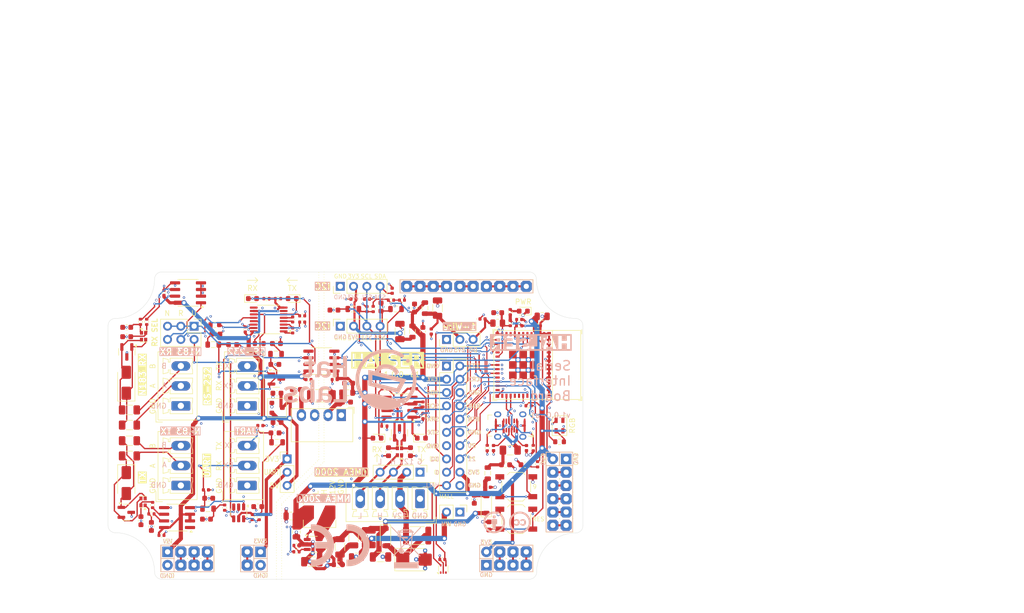
<source format=kicad_pcb>
(kicad_pcb (version 20240108) (generator "pcbnew") (generator_version "8.0")
  (title_block (title "Hat Labs Serial Interface Device (HALSER)") (date "2024-11-20") (rev "1.0.1") (company "Hat Labs oy") (comment 1 "https://creativecommons.org/licenses/by-sa/4.0") (comment 2 "To view a copy of this license, visit ") (comment 3 "HALMET is licensed under CC BY-SA 4.0."))
  (layers (0 "F.Cu" signal) (1 "In1.Cu" power) (2 "In2.Cu" power) (31 "B.Cu" signal) (34 "B.Paste" user) (35 "F.Paste" user) (36 "B.SilkS" user "B.Silkscreen") (37 "F.SilkS" user "F.Silkscreen") (38 "B.Mask" user) (39 "F.Mask" user) (44 "Edge.Cuts" user))
  (net 0 "")
  (net 1 "GND")
  (net 2 "/Power input/Vin_protected")
  (net 3 "/Power input/Vin_fused")
  (net 4 "/Power input/SW")
  (net 5 "USB_5V")
  (net 6 "+3.3V")
  (net 7 "Net-(D201-A1)")
  (net 8 "/I2C/I2C_3V3")
  (net 9 "Net-(D201-A2)")
  (net 10 "/ESP32/GPIO9")
  (net 11 "/Onewire/Onewire_3V3")
  (net 12 "/DQ")
  (net 13 "/ESP32/CHIP_PU")
  (net 14 "Net-(C703-Pad2)")
  (net 15 "/Power input/CB")
  (net 16 "Net-(C801-Pad1)")
  (net 17 "Net-(U1003-C1+)")
  (net 18 "Net-(U1003-C1-)")
  (net 19 "Net-(U1003-C2+)")
  (net 20 "Net-(U1003-C2-)")
  (net 21 "Net-(U1003-VS-)")
  (net 22 "Net-(U1003-VS+)")
  (net 23 "Net-(C1008-Pad1)")
  (net 24 "/USB/VBUS")
  (net 25 "Net-(C1009-Pad1)")
  (net 26 "Net-(C1010-Pad1)")
  (net 27 "Net-(C1011-Pad1)")
  (net 28 "Net-(C1012-Pad1)")
  (net 29 "Net-(C1013-Pad1)")
  (net 30 "/CAN_RX")
  (net 31 "/CAN_TX")
  (net 32 "Net-(C1016-Pad1)")
  (net 33 "Net-(C1017-Pad1)")
  (net 34 "/Serial interfaces/UART_TX_C")
  (net 35 "/Serial interfaces/UART_RX_C")
  (net 36 "Net-(D301-A)")
  (net 37 "Net-(D303-A)")
  (net 38 "/USB_D-")
  (net 39 "/USB_D+")
  (net 40 "/Isolation barrier/iVIA")
  (net 41 "/Isolation barrier/iVOB")
  (net 42 "/Serial interfaces/RS232_TX_C")
  (net 43 "Net-(D1004-A2)")
  (net 44 "/SDA")
  (net 45 "/SCL")
  (net 46 "Net-(D1004-A1)")
  (net 47 "/CAN_H")
  (net 48 "/Power input/Vin")
  (net 49 "Net-(J1002-Pin_3)")
  (net 50 "Net-(J1002-Pin_2)")
  (net 51 "/Serial interfaces/RS232_RX_C")
  (net 52 "/Serial interfaces/RS485_RX_B_C")
  (net 53 "/ESP32/GPIO20")
  (net 54 "/SER_RX")
  (net 55 "/CAN_L")
  (net 56 "/ESP32/GPIO0")
  (net 57 "/ESP32/GPIO1")
  (net 58 "/ESP32/GPIO21")
  (net 59 "/SER_TX")
  (net 60 "/Isolation barrier/Vin_")
  (net 61 "/ESP32/GPIO8")
  (net 62 "/USB/CC1")
  (net 65 "/USB/CC2")
  (net 66 "/Serial interfaces/RS232_RX")
  (net 67 "/Serial interfaces/RS485_RX")
  (net 68 "/Isolation barrier/Vout_")
  (net 69 "/Serial interfaces/UART_RX")
  (net 70 "/Serial interfaces/RS485_RX_A_C")
  (net 71 "/ESP32/RGB_CTRL")
  (net 73 "Net-(U201-Rs)")
  (net 74 "/Power input/FB")
  (net 75 "/Serial interfaces/UART_TX_OUT")
  (net 76 "/Serial interfaces/UART_RX_IN")
  (net 77 "Net-(D1001-A)")
  (net 78 "/Serial interfaces/RS485_RX_B")
  (net 79 "/Serial interfaces/RS485_RX_A")
  (net 80 "/Serial interfaces/RS485_TX_B")
  (net 81 "/Serial interfaces/RS485_TX_A")
  (net 82 "/Serial interfaces/RS232_TX_OUT")
  (net 83 "/Serial interfaces/RS232_RX_IN")
  (net 89 "GND_ISO")
  (net 90 "Net-(D1002-A)")
  (net 104 "/Power input/VIN")
  (net 105 "Net-(D302-K)")
  (net 106 "/Serial interfaces/RS485_TX_A_C")
  (net 107 "/Serial interfaces/RS485_TX_B_C")
  (net 108 "/SDA_C")
  (net 109 "/SCL_C")
  (net 110 "/DQ_C")
  (net 113 "+5V_ISO")
  (net 114 "+3.3V_ISO")
  (net 115 "/Serial interfaces/Vsel")
  (footprint "Capacitor_SMD:C_0805_2012Metric" (layer "F.Cu") (at 171.6 85.1 180)
    (property "Reference" "C304" (hide yes))
    (property "Value" "10uF/25V")
  )
  (footprint "Capacitor_SMD:C_0402_1005Metric" (layer "F.Cu") (at 138.1 83.7 90)
    (property "Reference" "C406" (hide yes))
    (property "Value" "33pF")
  )
  (footprint "Capacitor_SMD:C_0603_1608Metric" (layer "F.Cu") (at 131.8 83.9 180)
    (property "Reference" "C403" (hide yes))
    (property "Value" "33pF/50V")
  )
  (footprint "Capacitor_SMD:C_0603_1608Metric" (layer "F.Cu") (at 147.2 83.5 90)
    (property "Reference" "C503" (hide yes))
    (property "Value" "10uF")
  )
  (footprint "Resistor_SMD:R_0402_1005Metric" (layer "F.Cu") (at 139.3 83.7 90)
    (property "Reference" "R402" (hide yes))
    (property "Value" "2k")
  )
  (footprint "Resistor_SMD:R_0402_1005Metric" (layer "F.Cu") (at 165.5 86.39 90)
    (property "Reference" "R501" (hide yes))
    (property "Value" "2.2k")
  )
  (footprint "Resistor_SMD:R_0805_2012Metric" (layer "F.Cu") (at 163.1 86.4 180)
    (property "Reference" "R502" (hide yes))
    (property "Value" "100R")
  )
  (footprint "Connector_PinHeader_2.54mm:PinHeader_1x03_P2.54mm_Vertical" (layer "F.Cu") (at 153.325 89.52 90)
    (property "Reference" "J501" (hide yes))
    (property "Value" "1-Wire Male Header" (hide yes))
  )
  (footprint "Inductor_SMD:L_0805_2012Metric" (layer "F.Cu") (at 161.2 115.1 90)
    (property "Reference" "FB801" (hide yes))
    (property "Value" "GZ2012D601TF")
  )
  (footprint "Inductor_SMD:L_Chilisin_BMRA00050530" (layer "F.Cu") (at 129.05 122.5425 180)
    (property "Reference" "L702" (hide yes))
    (property "Value" "SLO0530H6R8MTT" (hide yes))
  )
  (footprint "Diode_SMD:D_SMB" (layer "F.Cu") (at 147.1 131.6425)
    (property "Reference" "D702" (hide yes))
    (property "Value" "SMBJ33CA")
  )
  (footprint "MountingHole:MountingHole_3.2mm_M3_ISO7380" (layer "F.Cu") (at 111.5 83)
    (property "Reference" "H601" (hide yes))
    (property "Value" "MountingHole" (hide yes))
  )
  (footprint "Capacitor_SMD:C_0603_1608Metric" (layer "F.Cu") (at 140.8 83.3 90)
    (property "Reference" "C402" (hide yes))
    (property "Value" "33pF/50V")
  )
  (footprint "Capacitor_SMD:C_0402_1005Metric" (layer "F.Cu") (at 144.8 82)
    (property "Reference" "C405" (hide yes))
    (property "Value" "33pF")
  )
  (footprint "Inductor_SMD:L_0805_2012Metric" (layer "F.Cu") (at 143.6625 83.7)
    (property "Reference" "FB402" (hide yes))
    (property "Value" "GZ2012D101TF")
  )
  (footprint "Resistor_SMD:R_0402_1005Metric" (layer "F.Cu") (at 142.7 82 180)
    (property "Reference" "R401" (hide yes))
    (property "Value" "2k")
  )
  (footprint "Capacitor_SMD:C_0603_1608Metric" (layer "F.Cu") (at 148.8 88 90)
    (property "Reference" "C404" (hide yes))
    (property "Value" "10uF")
  )
  (footprint "Inductor_SMD:L_0805_2012Metric" (layer "F.Cu") (at 146.8 88 90)
    (property "Reference" "FB401" (hide yes))
    (property "Value" "GZ2012D601TF")
  )
  (footprint "Fuse:Fuse_1206_3216Metric" (layer "F.Cu") (at 165.5 110.7)
    (property "Reference" "F801" (hide yes))
    (property "Value" "BSMD1206-100-6V")
  )
  (footprint "Capacitor_SMD:C_1206_3216Metric" (layer "F.Cu") (at 151.6 83.525 90)
    (property "Reference" "C501" (hide yes))
    (property "Value" "10uF/50V")
  )
  (footprint "Inductor_SMD:L_0805_2012Metric" (layer "F.Cu") (at 149.2 83.525 90)
    (property "Reference" "FB501" (hide yes))
    (property "Value" "GZ2012D601TF")
  )
  (footprint "Capacitor_SMD:C_0603_1608Metric" (layer "F.Cu") (at 164.6 113.5)
    (property "Reference" "C801" (hide yes))
    (property "Value" "1uF/50V")
  )
  (footprint "Diode_SMD:D_SOD-123" (layer "F.Cu") (at 141.65 127.3425 -90)
    (property "Reference" "D703" (hide yes))
    (property "Value" "B5819W")
  )
  (footprint "Resistor_SMD:R_0402_1005Metric" (layer "F.Cu") (at 169 102.2)
    (property "Reference" "R301" (hide yes))
    (property "Value" "10k")
  )
  (footprint "MountingHole:MountingHole_3.2mm_M3_ISO7380" (layer "F.Cu") (at 111.5 129)
    (property "Reference" "H602" (hide yes))
    (property "Value" "MountingHole" (hide yes))
  )
  (footprint "Capacitor_SMD:C_0603_1608Metric" (layer "F.Cu") (at 158.625 120.1 -90)
    (property "Reference" "C802" (hide yes))
    (property "Value" "4.7uF/16V")
  )
  (footprint "Resistor_SMD:R_0402_1005Metric" (layer "F.Cu") (at 167.2 86.9 180)
    (property "Reference" "R302" (hide yes))
    (property "Value" "10k")
  )
  (footprint "Capacitor_SMD:C_0402_1005Metric" (layer "F.Cu") (at 167.2 85.7)
    (property "Reference" "C303" (hide yes))
    (property "Value" "1uF")
  )
  (footprint "Connector_PinSocket_2.54mm:PinSocket_1x04_P2.54mm_Vertical" (layer "F.Cu") (at 133.005 86.98 90)
    (property "Reference" "J401" (hide yes))
    (property "Value" "I2C Female Header" (hide yes))
  )
  (footprint "Diode_SMD:D_SOD-123" (layer "F.Cu") (at 160.925 121.1 90)
    (property "Reference" "D701" (hide yes))
    (property "Value" "B5819W")
  )
  (footprint "Capacitor_SMD:C_1206_3216Metric" (layer "F.Cu") (at 144.4 88 90)
    (property "Reference" "C401" (hide yes))
    (property "Value" "10uF/50V")
  )
  (footprint "Inductor_SMD:L_0805_2012Metric" (layer "F.Cu") (at 135.5 83.7)
    (property "Reference" "FB403" (hide yes))
    (property "Value" "GZ2012D101TF")
  )
  (footprint "Capacitor_SMD:C_0603_1608Metric" (layer "F.Cu") (at 163.1 84.4 180)
    (property "Reference" "C502" (hide yes))
    (property "Value" "1nF/50V")
  )
  (footprint "Package_SO:SOIC-8_3.9x4.9mm_P1.27mm" (layer "F.Cu") (at 144.325 102.492795 180)
    (property "Reference" "U201" (hide yes))
    (property "Value" "SN65HVD230DR")
  )
  (footprint "Resistor_SMD:R_0402_1005Metric" (layer "F.Cu") (at 141.425 106.1)
    (property "Reference" "R203" (hide yes))
    (property "Value" "10k")
  )
  (footprint "Capacitor_SMD:C_0402_1005Metric" (layer "F.Cu") (at 148.825 101.952795 -90)
    (property "Reference" "C203" (hide yes))
    (property "Value" "100nF")
  )
  (footprint "Fuse:Fuse_1812_4532Metric" (layer "F.Cu") (at 147.7 127.0425 180)
    (property "Reference" "F701" (hide yes))
    (property "Value" "mSMD050-60V")
  )
  (footprint "Inductor_SMD:L_0805_2012Metric" (layer "F.Cu") (at 108.725 90.5)
    (property "Reference" "FB1003" (hide yes))
    (property "Value" "GZ2012D601TF")
  )
  (footprint "Resistor_SMD:R_0402_1005Metric" (layer "F.Cu") (at 117.5 123.5 90)
    (property "Reference" "R1003" (hide yes))
    (property "Value" "470R")
  )
  (footprint "Capacitor_SMD:C_0603_1608Metric" (layer "F.Cu") (at 92.175 89 180)
    (property "Reference" "C1010" (hide yes))
    (property "Value" "100pF")
  )
  (footprint "Capacitor_SMD:C_0603_1608Metric" (layer "F.Cu") (at 124.6 99.1 180)
    (property "Reference" "C905" (hide yes))
    (property "Value" "4.7uF")
  )
  (footprint "Connector_Phoenix_MC:PhoenixContact_MCV_1,5_3-G-3.81_1x03_P3.81mm_Vertical" (layer "F.Cu") (at 115.225 117.46 90)
    (property "Reference" "J1005" (hide yes))
    (property "Value" "UART Socket" (hide yes))
  )
  (footprint "Capacitor_SMD:C_0402_1005Metric" (layer "F.Cu") (at 125.725 85)
    (property "Reference" "C1020" (hide yes))
    (property "Value" "100nF")
  )
  (footprint "HALSER:L_CommonModeChoke_PCAQ2012B" (layer "F.Cu") (at 144.325 111 180)
    (property "Reference" "FL201" (hide yes))
    (property "Value" "PCAQ2012B-201T030" (hide yes))
  )
  (footprint "HALSER:C_1808_4520Metric" (layer "F.Cu") (at 129.4 100.3 180)
    (property "Reference" "C904" (hide yes))
    (property "Value" "1nF/X1,Y2" (hide yes))
  )
  (footprint "Inductor_SMD:L_0805_2012Metric" (layer "F.Cu") (at 124.5 100.9 180)
    (property "Reference" "L902" (hide yes))
    (property "Value" "CMH201209B4R7MT" (hide yes))
  )
  (footprint "HALSER:ProtoPad_1x01_P2.54_D2.0" (layer "F.Cu") (at 117.765 132.7 180)
    (property "Reference" "REF**" (hide yes))
    (property "Value" "ProtoPad_1x01_P2.54_D2.0" (hide yes))
  )
  (footprint "Resistor_SMD:R_0402_1005Metric" (layer "F.Cu") (at 165.5 84.29 90)
    (property "Reference" "R303" (hide yes))
    (property "Value" "2k")
  )
  (footprint "Resistor_SMD:R_0402_1005Metric" (layer "F.Cu") (at 124.64 130.1425)
    (property "Reference" "R702" (hide yes))
    (property "Value" "75k")
  )
  (footprint "HALSER:Shou Han Type-C 16P LTH6.8" (layer "F.Cu") (at 165.5 106 180)
    (property "Reference" "J802" (hide yes))
    (property "Value" "USB_C_Receptacle_USB2.0_16P" (hide yes))
  )
  (footprint "Capacitor_SMD:C_0603_1608Metric" (layer "F.Cu") (at 117.225 121.5 180)
    (property "Reference" "C1012" (hide yes))
    (property "Value" "100pF")
  )
  (footprint "PCM_Package_TO_SOT_SMD_AKL:SOT-23" (layer "F.Cu") (at 120.925 102.6)
    (property "Reference" "U902" (hide yes))
    (property "Value" "XC6206P332MR" (hide yes))
  )
  (footprint "Converter_DCDC:Converter_DCDC_Murata_MEE1SxxxxSC_THT" (layer "F.Cu") (at 133.2 104.0075 -90)
    (property "Reference" "PS901" (hide yes))
    (property "Value" "B0305S-1WR3" (hide yes))
  )
  (footprint "Diode_SMD:D_0402_1005Metric" (layer "F.Cu") (at 161.2 117.8 180)
    (property "Reference" "D801" (hide yes))
    (property "Value" "ESD5451N")
  )
  (footprint "Package_TO_SOT_SMD:SOT-23" (layer "F.Cu") (at 92.1 122.6)
    (property "Reference" "D1004" (hide yes))
    (property "Value" "SM712_SOT23")
  )
  (footprint "Package_SO:SOIC-8_3.9x4.9mm_P1.27mm" (layer "F.Cu") (at 103.9 80.6 180)
    (property "Reference" "U1001" (hide yes))
    (property "Value" "SN75176BDR")
  )
  (footprint "LED_SMD:LED_0603_1608Metric" (layer "F.Cu") (at 123.8125 81.7 180)
    (property "Reference" "D1002" (hide yes))
    (property "Value" "GREEN LED")
  )
  (footprint "Capacitor_SMD:C_0402_1005Metric" (layer "F.Cu") (at 131.937336 97.2 180)
    (property "Reference" "C902" (hide yes))
    (property "Value" "100nF")
  )
  (footprint "Resistor_SMD:R_0603_1608Metric" (layer "F.Cu") (at 132.6 132.6)
    (property "Reference" "R701" (hide yes))
    (property "Value" "0.1R")
  )
  (footprint "Capacitor_SMD:C_0603_1608Metric" (layer "F.Cu") (at 120.525 107.4)
    (property "Reference" "C1014" (hide yes))
    (property "Value" "100pF")
  )
  (footprint "Capacitor_SMD:C_0402_1005Metric" (layer "F.Cu") (at 98.825 127 180)
    (property "Reference" "C1002" (hide yes))
    (property "Value" "100nF")
  )
  (footprint "HALSER:ProtoPad_1x01_P2.54_2.0x2.0" (layer "F.Cu") (at 99.985 130.16 180)
    (property "Reference" "REF**" (hide yes))
    (property "Value" "ProtoPad_1x01_P2.54_2.0x2.0" (hide yes))
  )
  (footprint "HALSER:ProtoPad_1x02_P2.54_2.1x2.1_Octagonal" (layer "F.Cu") (at 163.485 132.7 90)
    (property "Reference" "REF**" (hide yes))
    (property "Value" "ProtoPad_1x02_P2.54_2.1x2.1_Octagonal" (hide yes))
  )
  (footprint "Capacitor_SMD:C_0402_1005Metric" (layer "F.Cu") (at 127.8 126.2 180)
    (property "Reference" "C707" (hide yes))
    (property "Value" "100nF/16V")
  )
  (footprint "Capacitor_SMD:C_1206_3216Metric" (layer "F.Cu") (at 127.575 132.0425 180)
    (property "Reference" "C705" (hide yes))
    (property "Value" "10uF/50V")
  )
  (footprint "Button_Switch_SMD:SW_SPST_TL3342" (layer "F.Cu") (at 166.65 117.7)
    (property "Reference" "SW301" (hide yes))
    (property "Value" "SW_Push" (hide yes))
  )
  (footprint "Connector_PinHeader_2.54mm:PinHeader_1x04_P2.54mm_Vertical" (layer "F.Cu") (at 148.245 114.92 -90)
    (property "Reference" "J703" (hide yes))
    (property "Value" "CAN Header" (hide yes))
  )
  (footprint "Connector_PinHeader_2.54mm:PinHeader_1x04_P2.54mm_Vertical" (layer "F.Cu") (at 133.005 79.36 90)
    (property "Reference" "J402" (hide yes))
    (property "Value" "I2C Male Header" (hide yes))
  )
  (footprint "Capacitor_SMD:C_0805_2012Metric" (layer "F.Cu") (at 124.6175 126.3425 -90)
    (property "Reference" "C709" (hide yes))
    (property "Value" "47uF/6.3V")
  )
  (footprint "Resistor_SMD:R_0402_1005Metric" (layer "F.Cu") (at 147.115 98.952795)
    (property "Reference" "R305" (hide yes))
    (property "Value" "1.5k")
  )
  (footprint "HALSER:ProtoPad_1x02_P2.54_2.1x2.1_Octagonal" (layer "F.Cu") (at 158.405 79.36 180)
    (property "Reference" "REF**" (hide yes))
    (property "Value" "ProtoPad_1x02_P2.54_2.1x2.1_Octagonal" (hide yes))
  )
  (footprint "Inductor_SMD:L_0805_2012Metric" (layer "F.Cu") (at 120.925 109.2 180)
    (property "Reference" "FB1001" (hide yes))
    (property "Value" "GZ2012D601TF")
  )
  (footprint "Inductor_SMD:L_0805_2012Metric" (layer "F.Cu") (at 107.725 121.9 180)
    (property "Reference" "FB1002" (hide yes))
    (property "Value" "GZ2012D601TF")
  )
  (footprint "Resistor_SMD:R_0402_1005Metric" (layer "F.Cu") (at 96.9 122.9 180)
    (property "Reference" "R1007" (hide yes))
    (property "Value" "10R")
  )
  (footprint "Resistor_SMD:R_0402_1005Metric" (layer "F.Cu") (at 118.9025 81.7125 180)
    (property "Reference" "R1001" (hide yes))
    (property "Value" "2.2k")
  )
  (footprint "Resistor_SMD:R_0603_1608Metric" (layer "F.Cu") (at 117.5 90.3)
    (property "Reference" "R1010" (hide yes))
    (property "Value" "51R")
  )
  (footprint "Package_TO_SOT_SMD:SOT-23-6" (layer "F.Cu") (at 127.825 128.7425)
    (property "Reference" "U701" (hide yes))
    (property "Value" "LMR54410DBVR")
  )
  (footprint "HALSER:ProtoPad_1x02_P2.54_2.1x2.1_Octagonal" (layer "F.Cu") (at 105.065 132.7 90)
    (property "Reference" "REF**" (hide yes))
    (property "Value" "ProtoPad_1x02_P2.54_2.1x2.1_Octagonal" (hide yes))
  )
  (footprint "Capacitor_SMD:C_0402_1005Metric" (layer "F.Cu") (at 99.3 80.6 -90)
    (property "Reference" "C1001" (hide yes))
    (property "Value" "100nF")
  )
  (footprint "Diode_SMD:D_0402_1005Metric" (layer "F.Cu") (at 107.325 118.3 180)
    (property "Reference" "D1009" (hide yes))
    (property "Value" "ESD5451N")
  )
  (footprint "LED_SMD:LED_0603_1608Metric" (layer "F.Cu") (at 148.5125 108.4)
    (property "Reference" "D303" (hide yes))
    (property "Value" "GREEN LED")
  )
  (footprint "Diode_SMD:D_0402_1005Metric" (layer "F.Cu") (at 138.125 81.8 180)
    (property "Reference" "D402" (hide yes))
    (property "Value" "ESD5451N")
  )
  (footprint "Resistor_SMD:R_0402_1005Metric" (layer "F.Cu") (at 141.525 98.952795)
    (property "Reference" "R304" (hide yes))
    (property "Value" "1.5k")
  )
  (footprint "HALSER:ProtoPad_1x01_P2.54_2.0x2.0" (layer "F.Cu") (at 117.765 130.16 180)
    (property "Reference" "REF**" (hide yes))
    (property "Value" "ProtoPad_1x01_P2.54_2.0x2.0" (hide yes))
  )
  (footprint "Capacitor_SMD:C_0603_1608Metric" (layer "F.Cu") (at 130.775 129.7 -90)
    (property "Reference" "C706" (hide yes))
    (property "Value" "100nF/50V")
  )
  (footprint "Fuse:Fuse_1206_3216Metric" (layer "F.Cu") (at 92.7 103 180)
    (property "Reference" "F1001" (hide yes))
    (property "Value" "nSMD005/60V")
  )
  (footprint "Diode_SMD:D_0402_1005Metric" (layer "F.Cu") (at 135.525 81.8)
    (property "Reference" "D403" (hide yes))
    (property "Value" "ESD5451N")
  )
  (footprint "Button_Switch_SMD:SW_SPST_TL3342" (layer "F.Cu") (at 166.65 123.9)
    (property "Reference" "SW302" (hide yes))
    (property "Value" "SW_Push" (hide yes))
  )
  (footprint "Capacitor_SMD:C_1206_3216Metric" (layer "F.Cu") (at 140.7 131.1425)
    (property "Reference" "C701" (hide yes))
    (property "Value" "10uF/50V")
  )
  (footprint "Diode_SMD:D_SMA" (layer "F.Cu") (at 92.1 117 -90)
    (property "Reference" "D1006" (hide yes))
    (property "Value" "SMAJ16CA")
  )
  (footprint "Inductor_SMD:L_0805_2012Metric" (layer "F.Cu") (at 134.3 99.7 180)
    (property "Reference" "L901" (hide yes))
    (property "Value" "CMH201209B4R7MT" (hide yes))
  )
  (footprint "Diode_SMD:D_0402_1005Metric" (layer "F.Cu") (at 160.2 85.6)
    (property "Reference" "D501" (hide yes))
    (property "Value" "ESD5451N")
  )
  (footprint "Capacitor_SMD:C_0402_1005Metric" (layer "F.Cu") (at 114.84 87.6 -90)
    (property "Reference" "C1003" (hide yes))
    (property "Value" "100nF")
  )
  (footprint "Resistor_SMD:R_0402_1005Metric" (layer "F.Cu") (at 148.825 104.152795 90)
    (property "Reference" "R204" (hide yes))
    (property "Value" "10k")
  )
  (footprint "Capacitor_SMD:C_0402_1005Metric" (layer "F.Cu") (at 116.2 123.5 -90)
    (property "Reference" "C1005" (hide yes))
    (property "Value" "100nF")
  )
  (footprint "Capacitor_SMD:C_0603_1608Metric" (layer "F.Cu") (at 112.425 90.5)
    (property "Reference" "C1018" (hide yes))
    (property "Value" "150pF/50V")
  )
  (footprint "Capacitor_SMD:C_0603_1608Metric" (layer "F.Cu") (at 120.8 90.3)
    (property "Reference" "C1017" (hide yes))
    (property "Value" "150pF/50V")
  )
  (footprint "Capacitor_SMD:C_0805_2012Metric" (layer "F.Cu") (at 136.1 131.1425)
    (property "Reference" "C702" (hide yes))
    (property "Value" "4.7uF/50V")
  )
  (footprint "Inductor_SMD:L_0805_2012Metric" (layer "F.Cu") (at 120.725 92.3 180)
    (property "Reference" "FB1004" (hide yes))
    (property "Value" "GZ2012D601TF")
  )
  (footprint "PCM_kikit:Tab" (layer "F.Cu") (at 134.025 76.5 -90)
    (property "Reference" "REF**" (hide yes))
    (property "Value" "Tab")
  )
  (footprint "Resistor_SMD:R_0402_1005Metric" (layer "F.Cu") (at 94.8 86.15 -90)
    (property "Reference" "R1005" (hide yes))
    (property "Value" "10R")
  )
  (footprint "Resistor_SMD:R_0402_1005Metric" (layer "F.Cu") (at 96 86.15 -90)
    (property "Reference" "R1006" (hide yes))
    (property "Value" "10R")
  )
  (footprint "Resistor_SMD:R_0402_1005Metric" (layer "F.Cu") (at 124.65 128.9425)
    (property "Reference" "R703" (hide yes))
    (property "Value" "24k")
  )
  (footprint "Connector_PinHeader_2.54mm:PinHeader_2x10_P2.54mm_Vertical" (layer "F.Cu") (at 153.325 94.6)
    (property "Reference" "J301" (hide yes))
    (property "Value" "GPIO" (hide yes))
  )
  (footprint "Inductor_SMD:L_1210_3225Metric" (layer "F.Cu") (at 138.45 127.4425 -90)
    (property "Reference" "L701" (hide yes))
    (property "Value" "CBC3225T100KR" (hide yes))
  )
  (footprint "Capacitor_SMD:C_1206_3216Metric" (layer "F.Cu") (at 135.55 127.4425 -90)
    (property "Reference" "C704" (hide yes))
    (property "Value" "10uF/50V")
  )
  (footprint "Capacitor_SMD:C_0402_1005Metric" (layer "F.Cu") (at 123.9 87.8 90)
    (property "Reference" "C1004" (hide yes))
    (property "Value" "100nF")
  )
  (footprint "PCM_Espressif:ESP32-C3-MINI-1" (layer "F.Cu") (at 170.675 94.4 -90)
    (property "Reference" "U301" (hide yes))
    (property "Value" "ESP32-C3-MINI-1" (hide yes))
  )
  (footprint "HALSER:ProtoPad_1x02_P2.54_2.1x2.1_Octagonal" (layer "F.Cu") (at 176.185 117.46 180)
    (property "Reference" "REF**" (hide yes))
    (property "Value" "ProtoPad_1x02_P2.54_2.1x2.1_Octagonal" (hide yes))
  )
  (footprint "Diode_SMD:D_0402_1005Metric" (layer "F.Cu") (at 142.925 80.2 -90)
    (property "Reference" "D401" (hide yes))
    (property "Value" "ESD5451N")
  )
  (footprint "Package_SO:SOIC-8_3.9x4.9mm_P1.27mm" (layer "F.Cu") (at 101.8 123.6 180)
    (property "Reference" "U1004" (hide yes))
    (property "Value" "SN75176BDR")
  )
  (footprint "Diode_SMD:D_SMA" (layer "F.Cu") (at 92.1 97.8 90)
    (property "Reference" "D1005" (hide yes))
    (property "Value" "SMAJ16CA")
  )
  (footprint "HALSER:ProtoPad_1x02_P2.54_2.1x2.1_Octagonal" (layer "F.Cu") (at 176.185 120 180)
    (property "Reference" "REF**" (hide yes))
    (property "Value" "ProtoPad_1x02_P2.54_2.1x2.1_Octagonal" (hide yes))
  )
  (footprint "HALSER:ProtoPad_1x02_P2.54_2.1x2.1_Octagonal" (layer "F.Cu") (at 166.025 132.7 90)
    (property "Reference" "REF**" (hide yes))
    (property "Value" "ProtoPad_1x02_P2.54_2.1x2.1_Octagonal" (hide yes))
  )
  (footprint "Package_TO_SOT_SMD:SOT-23" (layer "F.Cu") (at 92.2 91.9 -90)
    (property "Reference" "D1003" (hide yes))
    (property "Value" "SM712_SOT23")
  )
  (footprint "HALSER:ProtoPad_1x02_P2.54_2.1x2.1_Octagonal" (layer "F.Cu") (at 176.185 125.08 180)
    (property "Reference" "REF**" (hide yes))
    (property "Value" "ProtoPad_1x02_P2.54_2.1x2.1_Octagonal" (hide yes))
  )
  (footprint "Capacitor_SMD:C_1206_3216Metric" (layer "F.Cu") (at 132.95 129.2 -90)
    (property "Reference" "C703" (hide yes))
    (property "Value" "10uF/50V")
  )
  (footprint "HALSER:LED_SK6805_PLCC4_2.4x2.7mm_P1.3mm" (layer "F.Cu") (at 174.915 106 -90)
    (property "Reference" "LED301" (hide yes))
    (property "Value" "SK6805-MICRO-J" (hide yes))
  )
  (footprint "HALSER:ProtoPad_1x04_P2.54_2.1x2.1_Octagonal" (layer "F.Cu") (at 145.705 79.36)
    (property "Reference" "REF**" (hide yes))
    (property "Value" "ProtoPad_1x04_P2.54_2.1x2.1_Octagonal" (hide yes))
  )
  (footprint "HALSER:ProtoPad_1x02_P2.54_2.1x2.1_Octagonal" (layer "F.Cu") (at 107.605 132.7 90)
    (property "Reference" "REF**" (hide yes))
    (property "Value" "ProtoPad_1x02_P2.54_2.1x2.1_Octagonal" (hide yes))
  )
  (footprint "Resistor_SMD:R_0402_1005Metric" (layer "F.Cu") (at 170.725 113.4 -90)
    (property "Reference" "R307" (hide yes))
    (property "Value" "10k")
  )
  (footprint "Capacitor_SMD:C_0402_1005Metric" (layer "F.Cu") (at 152.505 131.625)
    (property "Reference" "C306" (hide yes))
    (property "Value" "100nF" (hide yes))
  )
  (footprint "Fuse:Fuse_1206_3216Metric" (layer "F.Cu") (at 92.7 111.8 180)
    (property "Reference" "F1004" (hide yes))
    (property "Value" "nSMD005/60V")
  )
  (footprint "Capacitor_SMD:C_0603_1608Metric" (layer "F.Cu") (at 161.425 125.2 90)
    (property "Reference" "C302" (hide yes))
    (property "Value" "100nF/50V")
  )
  (footprint "Resistor_SMD:R_0603_1608Metric" (layer "F.Cu") (at 109.025 86.7 180)
    (property "Reference" "R1009" (hide yes))
    (property "Value" "51R")
  )
  (footprint "Package_SO:TSSOP-16_4.4x5mm_P0.65mm" (layer "F.Cu") (at 119.32 85.7 180)
    (property "Reference" "U1003" (hide yes))
    (property "Value" "SP3232EEY-L/TR")
  )
  (footprint "Package_TO_SOT_SMD:SOT-553" (layer "F.Cu") (at 152.7 133.425 90)
    (property "Reference" "U302" (hide yes))
    (property "Value" "KTH1601TL-SF5")
  )
  (footprint "Capacitor_SMD:C_0603_1608Metric" (layer "F.Cu") (at 168.325 113.5 180)
    (property "Reference" "C301" (hide yes))
    (property "Value" "100nF/50V")
  )
  (footprint "Connector_PinHeader_2.54mm:PinHeader_2x03_P2.54mm_Vertical" (layer "F.Cu") (at 105.065 86.98 -90)
    (property "Reference" "J1001" (hide yes))
    (property "Value" "RX Sel Header" (hide yes))
  )
  (footprint "Capacitor_SMD:C_0603_1608Metric" (layer "F.Cu") (at 134.2 101.5)
    (property "Reference" "C903" (hide yes))
    (property "Value" "4.7uF")
  )
  (footprint "HALSER:ProtoPad_1x01_P2.54_2.0x2.0" (layer "F.Cu") (at 176.185 112.38 90)
    (property "Reference" "REF**" (hide yes))
    (property "Value" "ProtoPad_1x01_P2.54_2.0x2.0" (hide yes))
  )
  (footprint "Connector_Phoenix_MC:PhoenixContact_MCV_1,5_3-G-3.81_1x03_P3.81mm_Vertical" (layer "F.Cu") (at 102.525 117.46 90)
    (property "Reference" "J1003" (hide yes))
    (property "Value" "RS485 TX Socket" (hide yes))
  )
  (footprint "Capacitor_SMD:C_0402_1005Metric" (layer "F.Cu") (at 125.725 86.2 180)
    (property "Reference" "C1007" (hide yes))
    (property "Value" "100nF")
  )
  (footprint "Capacitor_SMD:C_0402_1005Metric" (layer "F.Cu") (at 170.8 86.9)
    (property "Reference" "C305" (hide yes))
    (property "Value" "100nF")
  )
  (footprint "HALSER:ProtoPad_1x02_P2.54_2.1x2.1_Octagonal" (layer "F.Cu") (at 176.185 114.92 180)
    (property "Reference" "REF**" (hide yes))
    (property "Value" "ProtoPad_1x02_P2.54_2.1x2.1_Octagonal" (hide yes))
  )
  (footprint "HALSER:ProtoPad_1x01_P2.54_D2.0" (layer "F.Cu") (at 173.645 112.38 90)
    (property "Reference" "REF**" (hide yes))
    (property "Value" "ProtoPad_1x01_P2.54_D2.0" (hide yes))
  )
  (footprint "Package_TO_SOT_SMD:SOT-23" (layer "F.Cu") (at 120.7875 97.1)
    (property "Reference" "D1008" (hide yes))
    (property "Value" "PESD15VS2UT")
  )
  (footprint "Connector_Phoenix_MC:PhoenixContact_MCV_1,5_4-G-3.81_1x04_P3.81mm_Vertical" (layer "F.Cu") (at 148.245 120 180)
    (property "Reference" "J701" (hide yes))
    (property "Value" "CAN Socket" (hide yes))
  )
  (footprint "Connector_Phoenix_MC:PhoenixContact_MCV_1,5_3-G-3.81_1x03_P3.81mm_Vertical" (layer "F.Cu") (at 115.225 102.22 90)
    (property "Reference" "J1004" (hide yes))
    (property "Value" "RS-232 Socket" (hide yes))
  )
  (footprint "HALSER:ProtoPad_1x01_P2.54_2.0x2.0" (layer "F.Cu") (at 160.945 132.7)
    (property "Reference" "REF**" (hide yes))
    (property "Value" "ProtoPad_1x01_P2.54_2.0x2.0" (hide yes))
  )
  (footprint "Capacitor_SMD:C_0603_1608Metric" (layer "F.Cu") (at 134.6 97.9 180)
    (property "Reference" "C901" (hide yes))
    (property "Value" "4.7uF")
  )
  (footprint "Capacitor_SMD:C_0603_1608Metric" (layer "F.Cu") (at 94.9 124.2 -90)
    (property "Reference" "C1011" (hide yes))
    (property "Value" "100pF")
  )
  (footprint "MountingHole:MountingHole_3.2mm_M3_ISO7380" (layer "F.Cu") (at 156.5 83)
    (property "Reference" "H603" (hide yes))
    (property "Value" "MountingHole" (hide yes))
  )
  (footprint "Capacitor_SMD:C_0603_1608Metric" (layer "F.Cu") (at 107.85 119.9)
    (property "Reference" "C1015" (hide yes))
    (property "Value" "100pF")
  )
  (footprint "HALSER:ProtoPad_1x01_P2.54_D2.0" (layer "F.Cu") (at 99.985 132.7 180)
    (property "Reference" "REF**" (hide yes))
    (property "Value" "ProtoPad_1x01_P2.54_D2.0" (hide yes))
  )
  (footprint "Resistor_SMD:R_0402_1005Metric" (layer "F.Cu") (at 169.9 110.3 -90)
    (property "Reference" "R802" (hide yes))
    (property "Value" "5.1k")
  )
  (footprint "LED_SMD:LED_0603_1608Metric" (layer "F.Cu") (at 140.0375 108.4 180)
    (property "Reference" "D302" (hide yes))
    (property "Value" "GREEN LED")
  )
  (footprint "HALSER:ProtoPad_1x01_P2.54_D2.0" (layer "F.Cu") (at 160.945 130.16)
    (property "Reference" "REF**" (hide yes))
    (property "Value" "ProtoPad_1x01_P2.54_D2.0" (hide yes))
  )
  (footprint "Diode_SMD:D_0402_1005Metric" (layer "F.Cu") (at 168.6 110.3 90)
    (property "Reference" "D803" (hide yes))
    (property "Value" "ESD5451N")
  )
  (footprint "Diode_SMD:D_0402_1005Metric" (layer "F.Cu") (at 150.4 88 90)
    (property "Reference" "D502" (hide yes))
    (property "Value" "ESD5451N")
  )
  (footprint "Capacitor_SMD:C_0402_1005Metric" (layer "F.Cu") (at 123.9 85.7 90)
    (property "Reference" "C1006" (hide yes))
    (property "Value" "100nF")
  )
  (footprint "LED_SMD:LED_0603_1608Metric" (layer "F.Cu") (at 168 84.1 180)
    (property "Reference" "D301" (hide yes))
    (property "Value" "RED LED")
  )
  (footprint "Diode_SMD:D_0402_1005Metric" (layer "F.Cu") (at 117.725 106 180)
    (property "Reference" "D1007" (hide yes))
    (property "Value" "ESD5451N")
  )
  (footprint "HALSER:ProtoPad_1x02_P2.54_2.1x2.1_Octagonal" (layer "F.Cu") (at 102.525 132.7 90)
    (property "Reference" "REF**" (hide yes))
    (property "Value" "ProtoPad_1x02_P2.54_2.1x2.1_Octagonal" (hide yes))
  )
  (footprint "Resistor_SMD:R_0402_1005Metric" (layer "F.Cu") (at 97.125 121.2 90)
    (property "Reference" "R1008" (hide yes))
    (property "Value" "10R")
  )
  (footprint "Capacitor_SMD:C_0603_1608Metric" (layer "F.Cu") (at 96.9 125.3 -90)
    (property "Reference" "C1009" (hide yes))
    (property "Value" "100pF")
  )
  (footprint "PCM_kikit:Tab" (layer "F.Cu") (at 179.525 106 180)
    (property "Reference" "REF**" (hide yes))
    (property "Value" "Tab")
  )
  (footprint "HALSER:L_CommonModeChoke_PCAQ2012B" (layer "F.Cu") (at 95.4 88.9)
    (property "Reference" "FL1001" (hide yes))
    (property "Value" "PCAQ2012B-201T030" (hide yes))
  )
  (footprint "Package_TO_SOT_SMD:SOT-23" (layer "F.Cu") (at 144.325 107.4 90)
    (property "Reference" "D201" (hide yes))
    (property "Value" "SM24CANB")
  )
  (footprint "Resistor_SMD:R_0402_1005Metric" (layer "F.Cu") (at 161.1 110.3 -90)
    (property "Reference" "R801" (hide yes))
    (property "Value" "5.1k")
  )
  (footprint "Capacitor_SMD:C_0603_1608Metric" (layer "F.Cu") (at 92.175 87.2 180)
    (property "Reference" "C1008" (hide yes))
    (property "Value" "100pF")
  )
  (footprint "Capacitor_SMD:C_0603_1608Metric" (layer "F.Cu") (at 120.925 105.4 180)
    (property "Reference" "C908" (hide yes))
    (property "Value" "10uF/10V")
  )
  (footprint "LED_SMD:LED_0603_1608Metric" (layer "F.Cu") (at 116.2125 81.7)
    (property "Reference" "D1001" (hide yes))
    (property "Value" "GREEN LED")
  )
  (footprint "Capacitor_SMD:C_0805_2012Metric" (layer "F.Cu") (at 123.6 123.3 180)
    (property "Reference" "C708" (hide yes))
    (property "Value" "47uF/6.3V")
  )
  (footprint "Resistor_SMD:R_0402_1005Metric" (layer "F.Cu") (at 121.1025 81.7125)
    (property "Reference" "R1002" (hide yes))
    (property "Value" "2.2k")
  )
  (footprint "HALSER:ProtoPad_1x02_P2.54_2.1x2.1_Octagonal" (layer "F.Cu") (at 168.565 132.7 90)
    (property "Reference" "REF**" (hide yes))
    (property "Value" "ProtoPad_1x02_P2.54_2.1x2.1_Octagonal" (hide yes))
  )
  (footprint "Capacitor_SMD:C_0603_1608Metric" (layer "F.Cu") (at 142.225 111 -90)
    (property "Reference" "C202" (hide yes))
    (property "Value" "100pF")
  )
  (footprint "Capacitor_SMD:C_0603_1608Metric" (layer "F.Cu") (at 120.9 99.8 180)
    (property "Reference" "C907" (hide yes))
    (property "Value" "4.7uF")
  )
  (footprint "PCM_kikit:Tab" (layer "F.Cu") (at 133.975 135.5 90)
    (property "Reference" "REF**" (hide yes))
    (property "Value" "Tab")
  )
  (footprint "Connector_PinHeader_2.54mm:PinHeader_1x02_P2.54mm_Vertical" (layer "F.Cu") (at 155.865 122.54 -90)
    (property "Reference" "J702" (hide yes))
    (property "Value" "Vin header" (hide yes))
  )
  (footprint "HALSER:ProtoPad_1x02_P2.54_2.1x2.1_Octagonal" (layer "F.Cu") (at 115.225 132.7 90)
    (property "Reference" "REF**" (hide yes))
    (property "Value" "ProtoPad_1x02_P2.54_2.1x2.1_Octagonal" (hide yes))
  )
  (footprint "Capacitor_SMD:C_0603_1608Metric" (layer "F.Cu") (at 120.5 94.3)
    (property "Reference" "C1019" (hide yes))
    (property "Value" "150pF/50V")
  )
  (footprint "Package_SO:SOIC-8_3.9x4.9mm_P1.27mm" (layer "F.Cu") (at 129.4 93.662664 180)
    (property "Reference" "U901" (hide yes))
    (property "Value" "π122U31")
  )
  (footprint "Connector_PinHeader_2.54mm:PinHeader_1x03_P2.54mm_Vertical" (layer "F.Cu") (at 122.845 112.38)
    (property "Reference" "JP1001" (hide yes))
    (property "Value" "UART V-sel" (hide yes))
  )
  (footprint "Connector_Phoenix_MC:PhoenixContact_MCV_1,5_3-G-3.81_1x03_P3.81mm_Vertical" (layer "F.Cu") (at 102.525 102.22 90)
    (property "Reference" "J1002" (hide yes))
    (property "Value" "RS485 RX Socket" (hide yes))
  )
  (footprint "HALSER:ProtoPad_1x04_P2.54_2.1x2.1_Octagonal" (layer "F.Cu") (at 160.945 79.36)
    (property "Reference" "REF**" (hide yes))
    (property "Value" "ProtoPad_1x04_P2.54_2.1x2.1_Octagonal" (hide yes))
  )
  (footprint "Resistor_SMD:R_0402_1005Metric" (layer "F.Cu") (at 110.9 121.7 90)
    (property "Reference" "R1004" (hide yes))
    (property "Value" "470R")
  )
  (footprint "Diode_SMD:D_0402_1005Metric" (layer "F.Cu") (at 162.3 110.3 90)
    (property "Reference" "D802" (hide yes))
    (property "Value" "ESD5451N")
  )
  (footprint "HALSER:L_CommonModeChoke_PCAQ2012B" (layer "F.Cu") (at 95.3 120.6 180)
    (property "Reference" "FL1002" (hide yes))
    (property "Value" "PCAQ2012B-201T030" (hide yes))
  )
  (footprint "Capacitor_SMD:C_0603_1608Metric" (layer "F.Cu") (at 146.425 111 -90)
    (property "Reference" "C201" (hide yes))
    (property "Value" "100pF")
  )
  (footprint "Capacitor_SMD:C_0402_1005Metric" (layer "F.Cu") (at 126.937336 97.2)
    (property "Reference" "C906" (hide yes))
    (property "Value" "100nF")
  )
  (footprint "MountingHole:MountingHole_3.2mm_M3_ISO7380" (layer "F.Cu") (at 156.5 129)
    (property "Reference" "H604" (hide yes))
    (property "Value" "MountingHole" (hide yes))
  )
  (footprint "Fuse:Fuse_1206_3216Metric" (layer "F.Cu") (at 92.7 108.9 180)
    (property "Reference" "F1003" (hide yes))
    (property "Value" "nSMD005/60V")
  )
  (footprint "PCM_kikit:Tab" (layer "F.Cu") (at 88.525 106)
    (property "Reference" "REF**" (hide yes))
    (property "Value" "Tab")
  )
  (footprint "Capacitor_SMD:C_0603_1608Metric" (layer "F.Cu") (at 109.225 88.5)
    (property "Reference" "C1016" (hide yes))
    (property "Value" "150pF/50V")
  )
  (footprint "Fuse:Fuse_1206_3216Metric" (layer "F.Cu") (at 92.7 105.9 180)
    (property "Reference" "F1002" (hide yes))
    (property "Value" "nSMD005/60V")
  )
  (footprint "HALSER:ProtoPad_1x02_P2.54_2.1x2.1_Octagonal" (layer "F.Cu") (at 176.185 122.54 180)
    (property "Reference" "REF**" (hide yes))
    (property "Value" "ProtoPad_1x02_P2.54_2.1x2.1_Octagonal" (hide yes))
  )
  (footprint "Resistor_SMD:R_0603_1608Metric" (layer "F.Cu") (at 174.925 109.1)
    (property "Reference" "R306" (hide yes))
    (property "Value" "470R")
  )
  (footprint "Package_TO_SOT_SMD:SOT-23-6" (layer "F.Cu") (at 113.58 122.7 -90)
    (property "Reference" "U1002" (hide yes))
    (property "Value" "74LVC2G17")
  )
  (footprint "Capacitor_SMD:C_0603_1608Metric" (layer "F.Cu") (at 107.426 123.9 180)
    (property "Reference" "C1013" (hide yes))
    (property "Value" "100pF")
  )
  (footprint "HALSER:cc-by_5mm" (layer "B.Cu") (at 164.895 124.59 180)
    (property "Reference" "G601" (hide yes))
    (property "Value" "CC-BY" (hide yes))
  )
  (footprint "Symbol:CE-Logo_11.2x8mm_SilkScreen" (layer "B.Cu") (at 133.005 128.89 180)
    (property "Reference" "G602" (hide yes))
    (property "Value" "CE-logo" (hide yes))
  )
  (footprint "Symbol:WEEE-Logo_5.6x8mm_SilkScreen" (layer "B.Cu") (at 145.605 129.29 180)
    (property "Reference" "G603" (hide yes))
    (property "Value" "WEEE-logo" (hide yes))
  )
  (footprint "HALSER:Hat_Labs_25.4mm" (layer "B.Cu") (at 134.895 97.19 180)
    (property "Reference" "G605" (hide yes))
    (property "Value" "HL-Logo" (hide yes))
  )
  (gr_line (start 162.185 131.42) (end 159.645 131.42) (stroke (width 0.12)) (layer "B.SilkS"))
  (gr_line (start 98.685 131.42) (end 101.225 131.42) (stroke (width 0.12)) (layer "B.SilkS"))
  (gr_line (start 177.425 113.64) (end 172.345 113.64) (stroke (width 0.12)) (layer "B.SilkS"))
  (gr_rect (start 144.435 78.09) (end 169.835 80.63) (stroke (width 0.12)) (fill none) (layer "B.SilkS"))
  (gr_line (start 162.185 133.96) (end 162.185 128.88) (stroke (width 0.12)) (layer "B.SilkS"))
  (gr_rect (start 98.685 128.88) (end 108.845 133.96) (stroke (width 0.12)) (fill none) (layer "B.SilkS"))
  (gr_line (start 174.885 113.64) (end 174.885 111.1) (stroke (width 0.12)) (layer "B.SilkS"))
  (gr_line (start 101.225 133.96) (end 101.225 128.88) (stroke (width 0.12)) (layer "B.SilkS"))
  (gr_line (start 116.465 131.42) (end 119.005 131.42) (stroke (width 0.12)) (layer "B.SilkS"))
  (gr_rect (start 113.955 128.89) (end 119.035 133.97) (stroke (width 0.12)) (fill none) (layer "B.SilkS"))
  (gr_line (start 116.465 133.96) (end 116.465 128.88) (stroke (width 0.12)) (layer "B.SilkS"))
  (gr_rect (start 172.345 111.09) (end 177.425 126.34) (stroke (width 0.12)) (fill none) (layer "B.SilkS"))
  (gr_rect (start 159.645 128.88) (end 169.805 133.96) (stroke (width 0.12)) (fill none) (layer "B.SilkS"))
  (gr_line (start 98.685 133.96) (end 98.685 128.88) (stroke (width 0.12)) (layer "B.SilkS"))
  (gr_line (start 117.225 78.2) (end 116.725 78.7) (stroke (width 0.12)) (layer "F.SilkS"))
  (gr_rect (start 159.675 128.89) (end 169.835 133.97) (stroke (width 0.12)) (fill none) (layer "F.SilkS"))
  (gr_line (start 148.525 112.95) (end 149.025 112.45) (stroke (width 0.12)) (layer "F.SilkS"))
  (gr_line (start 148.525 112.95) (end 148.025 112.45) (stroke (width 0.12)) (layer "F.SilkS"))
  (gr_line (start 98.715 131.43) (end 101.255 131.43) (stroke (width 0.12)) (layer "F.SilkS"))
  (gr_line (start 117.225 78.2) (end 116.725 77.7) (stroke (width 0.12)) (layer "F.SilkS"))
  (gr_line (start 121.8 121) (end 129.9 112.9) (stroke (width 0.12) (type dot)) (layer "F.SilkS"))
  (gr_rect (start 172.375 111.1) (end 177.455 126.35) (stroke (width 0.12)) (fill none) (layer "F.SilkS"))
  (gr_line (start 140.025 111.45) (end 140.525 111.95) (stroke (width 0.12)) (layer "F.SilkS"))
  (gr_rect (start 113.955 128.89) (end 119.035 133.97) (stroke (width 0.12)) (fill none) (layer "F.SilkS"))
  (gr_line (start 140.025 111.45) (end 139.525 111.95) (stroke (width 0.12)) (layer "F.SilkS"))
  (gr_line (start 120.8 135.4) (end 120.8 120.6) (stroke (width 0.12) (type dot)) (layer "F.SilkS"))
  (gr_line (start 122.825 78.2) (end 123.325 77.7) (stroke (width 0.12)) (layer "F.SilkS"))
  (gr_line (start 172.375 113.65) (end 177.455 113.65) (stroke (width 0.12)) (layer "F.SilkS"))
  (gr_line (start 129.9 112.9) (end 129.9 76.6) (stroke (width 0.12) (type dot)) (layer "F.SilkS"))
  (gr_line (start 116.495 128.89) (end 116.495 133.97) (stroke (width 0.12)) (layer "F.SilkS"))
  (gr_line (start 115.225 78.2) (end 117.225 78.2) (stroke (width 0.12)) (layer "F.SilkS"))
  (gr_line (start 121.8 135.4) (end 121.8 121) (stroke (width 0.12) (type dot)) (layer "F.SilkS"))
  (gr_line (start 128.9 112.5) (end 128.9 76.6) (stroke (width 0.12) (type dot)) (layer "F.SilkS"))
  (gr_line (start 120.8 120.6) (end 128.9 112.5) (stroke (width 0.12) (type dot)) (layer "F.SilkS"))
  (gr_line (start 116.495 131.43) (end 119.035 131.43) (stroke (width 0.12)) (layer "F.SilkS"))
  (gr_rect (start 98.715 128.89) (end 108.875 133.97) (stroke (width 0.12)) (fill none) (layer "F.SilkS"))
  (gr_line (start 122.825 78.2) (end 123.325 78.7) (stroke (width 0.12)) (layer "F.SilkS"))
  (gr_line (start 162.215 131.43) (end 159.675 131.43) (stroke (width 0.12)) (layer "F.SilkS"))
  (gr_rect (start 144.435 78.09) (end 169.835 80.63) (stroke (width 0.12)) (fill none) (layer "F.SilkS"))
  (gr_line (start 162.215 128.89) (end 162.215 133.97) (stroke (width 0.12)) (layer "F.SilkS"))
  (gr_line (start 148.525 111.45) (end 148.525 112.95) (stroke (width 0.12)) (layer "F.SilkS"))
  (gr_line (start 174.915 113.65) (end 174.915 111.11) (stroke (width 0.12)) (layer "F.SilkS"))
  (gr_line (start 124.825 78.2) (end 122.825 78.2) (stroke (width 0.12)) (layer "F.SilkS"))
  (gr_line (start 98.715 128.89) (end 98.715 133.97) (stroke (width 0.12)) (layer "F.SilkS"))
  (gr_line (start 140.025 112.95) (end 140.025 111.45) (stroke (width 0.12)) (layer "F.SilkS"))
  (gr_arc (start 88.6 86.9) (mid 89.010051 85.910051) (end 90 85.5) (stroke (width 0.05)) (layer "Edge.Cuts"))
  (gr_arc (start 178 85.5) (mid 178.989949 85.910051) (end 179.4 86.9) (stroke (width 0.05)) (layer "Edge.Cuts"))
  (gr_arc (start 169.1 76.6) (mid 170.089949 77.010051) (end 170.5 78) (stroke (width 0.05)) (layer "Edge.Cuts"))
  (gr_line (start 88.6 86.9) (end 88.6 125.1) (stroke (width 0.05)) (layer "Edge.Cuts"))
  (gr_arc (start 90 126.5) (mid 95.303301 128.696699) (end 97.5 134) (stroke (width 0.05)) (layer "Edge.Cuts"))
  (gr_arc (start 170.55 134) (mid 170.139949 134.989949) (end 169.15 135.4) (stroke (width 0.05)) (layer "Edge.Cuts"))
  (gr_arc (start 170.55 134) (mid 172.732054 128.732054) (end 178 126.55) (stroke (width 0.05)) (layer "Edge.Cuts"))
  (gr_line (start 169.1 76.6) (end 98.9 76.6) (stroke (width 0.05)) (layer "Edge.Cuts"))
  (gr_arc (start 90 126.5) (mid 89.010051 126.089949) (end 88.6 125.1) (stroke (width 0.05)) (layer "Edge.Cuts"))
  (gr_line (start 179.4 125.15) (end 179.4 86.9) (stroke (width 0.05)) (layer "Edge.Cuts"))
  (gr_arc (start 98.9 135.4) (mid 97.910051 134.989949) (end 97.5 134) (stroke (width 0.05)) (layer "Edge.Cuts"))
  (gr_arc (start 178 85.5) (mid 172.696699 83.303301) (end 170.5 78) (stroke (width 0.05)) (layer "Edge.Cuts"))
  (gr_arc (start 97.5 78) (mid 97.910051 77.010051) (end 98.9 76.6) (stroke (width 0.05)) (layer "Edge.Cuts"))
  (gr_arc (start 179.4 125.15) (mid 178.989949 126.139949) (end 178 126.55) (stroke (width 0.05)) (layer "Edge.Cuts"))
  (gr_line (start 98.9 135.4) (end 169.15 135.4) (stroke (width 0.05)) (layer "Edge.Cuts"))
  (gr_arc (start 97.5 78) (mid 95.303301 83.303301) (end 90 85.5) (stroke (width 0.05)) (layer "Edge.Cuts"))
  (gr_text "v1.0.0-a1" (at 177.095 104.59 0) (layer "B.SilkS") (effects (font (size 1 1)) (justify left bottom mirror)))
  (gr_text "i5V" (at 100.015 128.64 0) (layer "B.SilkS") (effects (font (size 0.8 0.8) (thickness 0.1)) (justify bottom mirror)))
  (gr_text "GND" (at 172.195 112.39 -90) (layer "B.SilkS") (effects (font (size 0.8 0.8) (thickness 0.1)) (justify top mirror)))
  (gr_text "RX" (at 112.695 98.39 0) (layer "B.SilkS") (effects (font (size 1 1) (thickness 0.125)) (justify left mirror)))
  (gr_text "N183 TX" (at 102.495 107.79 0) (layer "B.SilkS" knockout) (effects (font (size 1.2 1.2) (thickness 0.24) (bold yes)) (justify bottom mirror)))
  (gr_text "CTX" (at 157.295 94.59 0) (layer "B.SilkS") (effects (font (size 0.8 0.8) (thickness 0.1)) (justify right mirror)))
  (gr_text "GND" (at 153.295 91.99 0) (layer "B.SilkS") (effects (font (size 0.8 0.8) (thickness 0.1)) (justify bottom mirror)))
  (gr_text "GND" (at 99.895 102.24 0) (layer "B.SilkS") (effects (font (size 1 1) (thickness 0.125)) (justify left mirror)))
  (gr_text "B" (at 99.895 94.59 0) (layer "B.SilkS") (effects (font (size 1 1) (thickness 0.125)) (justify left mirror)))
  (gr_text "3V3" (at 177.495 112.39 -90) (layer "B.SilkS") (effects (font (size 0.8 0.8) (thickness 0.1)) (justify bottom mirror)))
  (gr_text "GND" (at 112.695 117.39 0) (layer "B.SilkS") (effects (font (size 1 1) (thickness 0.125)) (justify left mirror)))
  (gr_text "GND" (at 157.395 99.69 0) (layer "B.SilkS") (effects (font (size 0.8 0.8) (thickness 0.1)) (justify right mirror)))
  (gr_text "GND" (at 132.995 89.49 -0) (layer "B.SilkS") (effects (font (size 0.8 0.8) (thickness 0.1)) (justify bottom mirror)))
  (gr_text "3V3" (at 135.495 81.89 -0) (layer "B.SilkS") (effects (font (size 0.8 0.8) (thickness 0.1)) (justify bottom mirror)))
  (gr_text "iGND" (at 117.765 134.24 -0) (layer "B.SilkS") (effects (font (size 0.8 0.8) (thickness 0.1)) (justify top mirror)))
  (gr_text "UART" (at 115.095 107.79 0) (layer "B.SilkS" knockout) (effects (font (size 1.2 1.2) (thickness 0.24) (bold yes)) (justify bottom mirror)))
  (gr_text "3V3" (at 151.995 97.14 0) (layer "B.SilkS") (effects (font (size 0.8 0.8) (thickness 0.1)) (justify left mirror)))
  (gr_text "G" (at 148.195 113.49 0) (layer "B.SilkS") (effects (font (size 1 1) (thickness 0.125)) (justify bottom mirror)))
  (gr_text "I2C" (at 128.000714 86.99 -0) (layer "B.SilkS" knockout) (effects (font (size 1.2 1.2) (thickness 0.24) (bold yes)) (justify right mirror)))
  (gr_text "DQ" (at 158.395 91.99 0) (layer "B.SilkS") (effects (font (size 0.8 0.8) (thickness 0.1)) (justify bottom mirror)))
  (gr_text "L" (at 140.595 113.49 0) (layer "B.SilkS") (effects (font (size 1 1) (thickness 0.125)) (justify bottom mirror)))
  (gr_text "Serial\nInterface\nBoard" (at 177.295 101.39 0) (layer "B.SilkS") (effects (font (size 1.8 1.8) (thickness 0.25)) (justify left bottom mirror)))
  (gr_text "SDA" (at 151.995 99.74 0) (layer "B.SilkS") (effects (font (size 0.8 0.8) (thickness 0.1)) (justify left mirror)))
  (gr_text "DQ" (at 151.995 112.44 0) (layer "B.SilkS") (effects (font (size 0.8 0.8) (thickness 0.1)) (justify left mirror)))
  (gr_text "12V" (at 144.395 122.69 0) (layer "B.SilkS") (effects (font (size 1 1) (thickness 0.125)) (justify top mirror)))
  (gr_text "BTN" (at 157.295 104.79 0) (layer "B.SilkS") (effects (font (size 0.8 0.8) (thickness 0.1)) (justify right mirror)))
  (gr_text "GND" (at 160.895 134.09 -0) (layer "B.SilkS") (effects (font (size 0.8 0.8) (thickness 0.1)) (justify top mirror)))
  (gr_text "GND" (at 148.195 122.69 0) (layer "B.SilkS") (effects (font (size 1 1) (thickness 0.125)) (justify top mirror)))
  (gr_text "RX" (at 112.695 113.59 0) (layer "B.SilkS") (effects (font (size 1 1) (thickness 0.125)) (justify left mirror)))
  (gr_text "i3V3" (at 117.725 128.6 -0) (layer "B.SilkS") (effects (font (size 0.8 0.8) (thickness 0.1)) (justify bottom mirror)))
  (gr_text "20" (at 157.295 109.84 0) (layer "B.SilkS") (effects (font (size 0.8 0.8) (thickness 0.1)) (justify right mirror)))
  (gr_text "RGB" (at 157.295 102.24 0) (layer "B.SilkS") (effects (font (size 0.8 0.8) (thickness 0.1)) (justify right mirror)))
  (gr_text "1-Wire" (at 155.795 87.79 -0) (layer "B.SilkS" knockout) (effects (font (size 1.2 1.2) (thickness 0.24) (bold yes)) (justify bottom mirror)))
  (gr_text "GND" (at 99.895 117.39 0) (layer "B.SilkS") (effects (font (size 1 1) (thickness 0.125)) (justify left mirror)))
  (gr_text "GND" (at 155.861668 124.39 -0) (layer "B.SilkS") (effects (font (size 0.8 0.8) (thickness 0.1)) (justify top mirror)))
  (gr_text "3V3" (at 157.295 114.94 0) (layer "B.SilkS") (effects (font (size 0.8 0.8) (thickness 0.1)) (justify right mirror)))
  (gr_text "GND" (at 151.995 94.64 0) (layer "B.SilkS") (effects (font (size 0.8 0.8) (thickness 0.1)) (justify left mirror)))
  (gr_text "H" (at 140.595 122.69 0) (layer "B.SilkS") (effects (font (size 1 1) (thickness 0.125)) (justify top mirror)))
  (gr_text "3V3" (at 135.495 89.49 -0) (layer "B.SilkS") (effects (font (size 0.8 0.8) (thickness 0.1)) (justify bottom mirror)))
  (gr_text "A" (at 99.895 98.34 0) (layer "B.SilkS") (effects (font (size 1 1) (thickness 0.125)) (justify left mirror)))
  (gr_text "SDA" (at 140.595 81.89 -0) (layer "B.SilkS") (effects (font (size 0.8 0.8) (thickness 0.1)) (justify bottom mirror)))
  (gr_text "N183 RX" (at 102.495 92.59 0) (layer "B.SilkS" knockout) (effects (font (size 1.2 1.2) (thickness 0.24) (bold yes)) (justify bottom mirror)))
  (gr_text "GND" (at 132.995 81.89 -0) (layer "B.SilkS") (effects (font (size 0.8 0.8) (thickness 0.1)) (justify bottom mirror)))
  (gr_text "GND" (at 157.295 117.44 0) (layer "B.SilkS") (effects (font (size 0.8 0.8) (thickness 0.1)) (justify right mirror)))
  (gr_text "GND" (at 157.295 107.29 0) (layer "B.SilkS") (effects (font (size 0.8 0.8) (thickness 0.1)) (justify right mirror)))
  (gr_text "H" (at 143.095 113.49 0) (layer "B.SilkS") (effects (font (size 1 1) (thickness 0.125)) (justify bottom mirror)))
  (gr_text "HALSER" (at 177.295 91.79 -0) (layer "B.SilkS" knockout) (effects (font (size 2.5 2.5) (thickness 0.5) (bold yes)) (justify left bottom mirror)))
  (gr_text "0" (at 151.995 114.99 0) (layer "B.SilkS") (effects (font (size 0.8 0.8) (thickness 0.1)) (justify left mirror)))
  (gr_text "3V3" (at 155.795 91.99 0) (layer "B.SilkS") (effects (font (size 0.8 0.8) (thickness 0.1)) (justify bottom mirror)))
  (gr_text "HALL" (at 151.995 117.39 0) (layer "B.SilkS") (effects (font (size 0.8 0.8) (thickness 0.1)) (justify left mirror)))
  (gr_text "SCL" (at 137.995 89.49 -0) (layer "B.SilkS") (effects (font (size 0.8 0.8) (thickness 0.1)) (justify bottom mirror)))
  (gr_text "I2C" (at 128.000714 79.39 -0) (layer "B.SilkS" knockout) (effects (font (size 1.2 1.2) (thickness 0.24) (bold yes)) (justify right mirror)))
  (gr_text "TX" (at 112.695 109.79 0) (layer "B.SilkS") (effects (font (size 1 1) (thickness 0.125)) (justify left mirror)))
  (gr_text "SCL" (at 151.995 102.29 0) (layer "B.SilkS") (effects (font (size 0.8 0.8) (thickness 0.1)) (justify left mirror)))
  (gr_text "iGND" (at 99.915 134.29 -0) (layer "B.SilkS") (effects (font (size 0.8 0.8) (thickness 0.1)) (justify top mirror)))
  (gr_text "B" (at 99.895 109.74 0) (layer "B.SilkS") (effects (font (size 1 1) (thickness 0.125)) (justify left mirror)))
  (gr_text "GND" (at 151.995 109.89 0) (layer "B.SilkS") (effects (font (size 0.8 0.8) (thickness 0.1)) (justify left mirror)))
  (gr_text "21" (at 157.295 112.39 0) (layer "B.SilkS") (effects (font (size 0.8 0.8) (thickness 0.1)) (justify right mirror)))
  (gr_text "SDA" (at 140.595 89.49 -0) (layer "B.SilkS") (effects (font (size 0.8 0.8) (thickness 0.1)) (justify bottom mirror)))
  (gr_text "SRX" (at 151.995 104.79 0) (layer "B.SilkS") (effects (font (size 0.8 0.8) (thickness 0.1)) (justify left mirror)))
  (gr_text "L" (at 136.795 122.69 0) (layer "B.SilkS") (effects (font (size 1 1) (thickness 0.125)) (justify top mirror)))
  (gr_text "RS-232" (at 115.095 92.59 0) (layer "B.SilkS" knockout) (effects (font (size 1.2 1.2) (thickness 0.24) (bold yes)) (justify bottom mirror)))
  (gr_text "TX" (at 112.695 94.59 0) (layer "B.SilkS") (effects (font (size 1 1) (thickness 0.125)) (justify left mirror)))
  (gr_text "A" (at 99.895 113.49 0) (layer "B.SilkS") (effects (font (size 1 1) (thickness 0.125)) (justify left mirror)))
  (gr_text "GND" (at 112.695 102.19 0) (layer "B.SilkS") (effects (font (size 1 1) (thickness 0.125)) (justify left mirror)))
  (gr_text "NMEA 2000" (at 135.095 119.99 -0) (layer "B.SilkS" knockout) (effects (font (size 1.2 1.2) (thickness 0.24) (bold yes)) (justify left mirror)))
  (gr_text "12V" (at 145.695 113.49 0) (layer "B.SilkS") (effects (font (size 1 1) (thickness 0.125)) (justify bottom mirror)))
  (gr_text "SCL" (at 137.995 81.89 -0) (layer "B.SilkS") (effects (font (size 0.8 0.8) (thickness 0.1)) (justify bottom mirror)))
  (gr_text "CRX" (at 157.295 97.14 0) (layer "B.SilkS") (effects (font (size 0.8 0.8) (thickness 0.1)) (justify right mirror)))
  (gr_text "NMEA 2000" (at 138.495 114.89 -0) (layer "B.SilkS" knockout) (effects (font (size 1.2 1.2) (thickness 0.24) (bold yes)) (justify left mirror)))
  (gr_text "VIN" (at 153.295 124.39 -0) (layer "B.SilkS") (effects (font (size 0.8 0.8) (thickness 0.1)) (justify top mirror)))
  (gr_text "3V3" (at 160.895 128.79 -0) (layer "B.SilkS") (effects (font (size 0.8 0.8) (thickness 0.1)) (justify bottom mirror)))
  (gr_text "STX" (at 151.995 107.34 0) (layer "B.SilkS") (effects (font (size 0.8 0.8) (thickness 0.1)) (justify left mirror)))
  (gr_text "GND" (at 151.725 94.6 0) (layer "F.SilkS") (effects (font (size 0.8 0.8) (thickness 0.1)) (justify right)))
  (gr_text "TX" (at 123.825 80.3 0) (layer "F.SilkS") (effects (font (size 1 1) (thickness 0.125)) (justify bottom)))
  (gr_text "CRX" (at 157.425 97.15 0) (layer "F.SilkS") (effects (font (size 0.8 0.8) (thickness 0.1)) (justify left)))
  (gr_text "iGND" (at 117.795 134.2 0) (layer "F.SilkS") (effects (font (size 0.8 0.8) (thickness 0.1)) (justify top)))
  (gr_text "GND" (at 157.425 117.45 0) (layer "F.SilkS") (effects (font (size 0.8 0.8) (thickness 0.1)) (justify left)))
  (gr_text "GND" (at 157.525 99.7 0) (layer "F.SilkS") (effects (font (size 0.8 0.8) (thickness 0.1)) (justify left)))
  (gr_text "SDA" (at 140.625 88.8 0) (layer "F.SilkS") (effects (font (size 0.8 0.8) (thickness 0.1)) (justify top)))
  (gr_text "RS-232" (at 108.325 98.5 90) (layer "F.SilkS" knockout) (effects (font (size 1.2 1.2) (thickness 0.24) (bold yes)) (justify bottom)))
  (gr_text "3V3" (at 172.325 112.4 90) (layer "F.SilkS") (effects (font (size 0.8 0.8) (thickness 0.1)) (justify bottom)))
  (gr_text "20" (at 157.425 109.85 0) (layer "F.SilkS") (effects (font (size 0.8 0.8) (thickness 0.1)) (justify left)))
  (gr_text "i3V3" (at 117.755 128.56 0) (layer "F.SilkS") (effects (font (size 0.8 0.8) (thickness 0.1)) (justify bottom)))
  (gr_text "GND" (at 110.425 102.2 90) (layer "F.SilkS") (effects (font (size 1 1) (thickness 0.125)) (justify bottom)))
  (gr_text "RGB" (at 157.425 102.25 0) (layer "F.SilkS") (effects (font (size 0.8 0.8) (thickness 0.1)) (justify left)))
  (gr_text "GND" (at 160.925 134.1 0) (layer "F.SilkS") (effects (font (size 0.8 0.8) (thickness 0.1)) (justify top)))
  (gr_text "RX SEL" (at 98.125 88.2 90) (layer "F.SilkS") (effects (font (size 1 1) (thickness 0.2) (bold yes)) (justify bottom)))
  (gr_text "VIN" (at 153.325 124.35 0) (layer "F.SilkS") (effects (font (size 0.8 0.8) (thickness 0.1)) (justify top)))
  (gr_text "R" (at 102.525 85.1 0) (layer "F.SilkS") (effects (font (size 1 1) (thickness 0.125)) (justify bottom)))
  (gr_text "U" (at 105.025 85.1 0) (layer "F.SilkS") (effects (font (size 1 1) (thickness 0.125)) (justify bottom)))
  (gr_text "iGND" (at 99.945 134.25 0) (layer "F.SilkS") (effects (font (size 0.8 0.8) (thickness 0.1)) (justify top)))
  (gr_text "SCL" (at 138.024999 77.906077 0) (layer "F.SilkS") (effects (font (size 0.8 0.8) (thickness 0.1)) (justify bottom)))
  (gr_text "SCL" (at 138.024999 88.806077 0) (layer "F.SilkS") (effects (font (size 0.8 0.8) (thickness 0.1)) (justify top)))
  (gr_text "RES" (at 169.675 123.9 0) (layer "F.SilkS") (effects (font (size 0.8 0.8) (thickness 0.1)) (justify left)))
  (gr_text "GND" (at 177.625 112.4 90) (layer "F.SilkS") (effects (font (size 0.8 0.8) (thickness 0.1)) (justify top)))
  (gr_text "3V3" (at 157.425 114.95 0) (layer "F.SilkS") (effects (font (size 0.8 0.8) (thickness 0.1)) (justify left)))
  (gr_text "GND" (at 133.025 77.9 0) (layer "F.SilkS") (effects (font (size 0.8 0.8) (thickness 0.1)) (justify bottom)))
  (gr_text "v1.0.0-a1" (at 148.325 96.8 0) (layer "F.SilkS") (effects (font (size 1 1)) (justify right bottom)))
  (gr_text "3V3" (at 155.825 91.1 0) (layer "F.SilkS") (effects (font (size 0.8 0.8) (thickness 0.1)) (justify top)))
  (gr_text "NMEA 2000" (at 138.525 115.7 0) (layer "F.SilkS" knockout) (effects (font (size 1.2 1.2) (thickness 0.24) (bold yes)) (justify right bottom)))
  (gr_text "3V3" (at 160.925 128.8 0) (layer "F.SilkS") (effects (font (size 0.8 0.8) (thickness 0.1)) (justify bottom)))
  (gr_text "DQ" (at 158.425 91.1 0) (layer "F.SilkS") (effects (font (size 0.8 0.8) (thickness 0.1)) (justify top)))
  (gr_text "3V3" (at 135.525 77.9 0) (layer "F.SilkS") (effects (font (size 0.8 0.8) (thickness 0.1)) (justify bottom)))
  (gr_text "SRX" (at 151.725 104.75 0) (layer "F.SilkS") (effects (font (size 0.8 0.8) (thickness 0.1)) (justify right)))
  (gr_text "TX" (at 95.925 115.9 90) (layer "F.SilkS" knockout) (effects (font (size 1.2 1.2) (thickness 0.24) (bold yes)) (justify bottom)))
  (gr_text "BTN" (at 157.425 104.8 0) (layer "F.SilkS") (effects (font (size 0.8 0.8) (thickness 0.1)) (justify left)))
  (gr_text "GND" (at 97.725 117.5 90) (layer "F.SilkS") (effects (font (size 1 1) (thickness 0.125)) (justify bottom)))
  (gr_text "GND" (at 153.325 91.1 0) (layer "F.SilkS") (effects (font (size 0.8 0.8) (thickness 0.1)) (justify top)))
  (gr_text "3V3" (at 151.725 97.1 0) (layer "F.SilkS") (effects (font (size 0.8 0.8) (thickness 0.1)) (justify right)))
  (gr_text "3V3" (at 121.425 112.4 0) (layer "F.SilkS") (effects (font (size 1 1) (thickness 0.125)) (justify right)))
  (gr_text "i5V" (at 100.045 128.6 0) (layer "F.SilkS") (effects (font (size 0.8 0.8) (thickness 0.1)) (justify bottom)))
  (gr_text "3V3" (at 135.525 88.8 0) (layer "F.SilkS") (effects (font (size 0.8 0.8) (thickness 0.1)) (justify top)))
  (gr_text "I2C" (at 131.225 87 0) (layer "F.SilkS" knockout) (effects (font (size 1.2 1.2) (thickness 0.24) (bold yes)) (justify right)))
  (gr_text "9" (at 169.725 117.7 0) (layer "F.SilkS") (effects (font (size 0.8 0.8) (thickness 0.1)) (justify left)))
  (gr_text "A" (at 97.725 113.7 90) (layer "F.SilkS") (effects (font (size 1 1) (thickness 0.125)) (justify bottom)))
  (gr_text "5V" (at 121.425 117.5 0) (layer "F.SilkS") (effects (font (size 1 1) (thickness 0.125)) (justify right)))
  (gr_text "GND" (at 151.725 110 0) (layer "F.SilkS") (effects (font (size 0.8 0.8) (thickness 0.1)) (justify right)))
  (gr_text "HALL" (at 153.325 119.1 0) (layer "F.SilkS") (effects (font (size 0.8 0.8) (thickness 0.1)) (justify top)))
  (gr_text "I2C" (at 131.225 79.4 0) (layer "F.SilkS" knockout) (effects (font (size 1.2 1.2) (thickness 0.24) (bold yes)) (justify right)))
  (gr_text "RX" (at 110.425 98.4 90) (layer "F.SilkS") (effects (font (size 1 1) (thickness 0.125)) (justify bottom)))
  (gr_text "UART" (at 121.425 114.9 0) (layer "F.SilkS") (effects (font (size 1 0.8) (thickness 0.125)) (justify right)))
  (gr_text "L\nH\n12V\nGND" (at 133.725 119.3 90) (layer "F.SilkS") (effects (font (size 1 1) (thickness 0.125)) (justify left bottom)))
  (gr_text "TX" (at 110.425 94.6 90) (layer "F.SilkS") (effects (font (size 1 1) (thickness 0.125)) (justify bottom)))
  (gr_text "GND" (at 157.425 107.3 0) (layer "F.SilkS") (effects (font (size 0.8 0.8) (thickness 0.1)) (justify left)))
  (gr_text "N183 RX" (at 95.925 96.3 90) (layer "F.SilkS" knockout) (effects (font (size 1.2 1.2) (thickness 0.24) (bold yes)) (justify bottom)))
  (gr_text "A" (at 97.725 98.4 90) (layer "F.SilkS") (effects (font (size 1 1) (thickness 0.125)) (justify bottom)))
  (gr_text "RX" (at 140.025 110 0) (layer "F.SilkS") (effects (font (size 1 1) (thickness 0.125)) (justify top)))
  (gr_text "SDA" (at 140.625 77.9 0) (layer "F.SilkS") (effects (font (size 0.8 0.8) (thickness 0.1)) (justify bottom)))
  (gr_text "GND" (at 110.425 117.5 90) (layer "F.SilkS") (effects (font (size 1 1) (thickness 0.125)) (justify bottom)))
  (gr_text "CTX" (at 157.425 94.6 0) (layer "F.SilkS") (effects (font (size 0.8 0.8) (thickness 0.1)) (justify left)))
  (gr_text "1-Wire" (at 155.825 87.8 0) (layer "F.SilkS" knockout) (effects (font (size 1.2 1.2) (thickness 0.24) (bold yes)) (justify bottom)))
  (gr_text "GND" (at 133.025 88.8 0) (layer "F.SilkS") (effects (font (size 0.8 0.8) (thickness 0.1)) (justify top)))
  (gr_text "STX" (at 151.725 107.3 0) (layer "F.SilkS") (effects (font (size 0.8 0.8) (thickness 0.1)) (justify right)))
  (gr_text "21" (at 157.425 112.4 0) (layer "F.SilkS") (effects (font (size 0.8 0.8) (thickness 0.1)) (justify left)))
  (gr_text "SDA" (at 151.725 99.7 0) (layer "F.SilkS") (effects (font (size 0.8 0.8) (thickness 0.1)) (justify right)))
  (gr_text "TX" (at 148.525 110 0) (layer "F.SilkS") (effects (font (size 1 1) (thickness 0.125)) (justify top)))
  (gr_text "UART" (at 108.225 113.7 90) (layer "F.SilkS" knockout) (effects (font (size 1.2 1.2) (thickness 0.24) (bold yes)) (justify bottom)))
  (gr_text "TX" (at 110.425 109.9 90) (layer "F.SilkS") (effects (font (size 1 1) (thickness 0.125)) (justify bottom)))
  (gr_text "RGB" (at 176.775 106 90) (layer "F.SilkS") (effects (font (size 1 1) (thickness 0.125)) (justify top)))
  (gr_text "GND" (at 97.725 102.3 90) (layer "F.SilkS") (effects (font (size 1 1) (thickness 0.125)) (justify bottom)))
  (gr_text "DQ" (at 151.725 112.4 0) (layer "F.SilkS") (effects (font (size 0.8 0.8) (thickness 0.1)) (justify right)))
  (gr_text "GND" (at 155.875 124.35 0) (layer "F.SilkS") (effects (font (size 0.8 0.8) (thickness 0.1)) (justify top)))
  (gr_text "B" (at 97.725 94.65 90) (layer "F.SilkS") (effects (font (size 1 1) (thickness 0.125)) (justify bottom)))
  (gr_text "B" (at 97.725 109.9 90) (layer "F.SilkS") (effects (font (size 1 1) (thickness 0.125)) (justify bottom)))
  (gr_text "RX" (at 110.425 113.7 90) (layer "F.SilkS") (effects (font (size 1 1) (thickness 0.125)) (justify bottom)))
  (gr_text "RX" (at 116.225 80.3 0) (layer "F.SilkS") (effects (font (size 1 1) (thickness 0.125)) (justify bottom)))
  (gr_text "HALSER" (at 135.025 95.2 0) (layer "F.SilkS" knockout) (effects (font (size 2.5 2.5) (thickness 0.3125)) (justify left bottom)))
  (gr_text "N" (at 99.925 85.1 0) (layer "F.SilkS") (effects (font (size 1 1) (thickness 0.125)) (justify bottom)))
  (gr_text "SCL" (at 151.725 102.25 0) (layer "F.SilkS") (effects (font (size 0.8 0.8) (thickness 0.1)) (justify right)))
  (gr_text "0" (at 151.725 114.95 0) (layer "F.SilkS") (effects (font (size 0.8 0.8) (thickness 0.1)) (justify right)))
  (gr_text "PWR" (at 167.975 82.9 0) (layer "F.SilkS") (effects (font (size 1 1) (thickness 0.125)) (justify bottom)))
  (segment (start 142.175 131.1425) (end 141.1675 131.1425) (width 0.6) (layer "F.Cu") (net 1))
  (segment (start 172.875 96.8) (end 172.625 96.8) (width 0.4) (layer "F.Cu") (net 1))
  (segment (start 145.28 81.245) (end 145.325 81.2) (width 0.25) (layer "F.Cu") (net 1))
  (segment (start 162.3 110.785) (end 162.3 111.475) (width 0.25) (layer "F.Cu") (net 1))
  (segment (start 130.775 130.475) (end 130.775 131.65) (width 0.6) (layer "F.Cu") (net 1))
  (segment (start 171.975 88.5) (end 171.975 89.35) (width 0.4) (layer "F.Cu") (net 1))
  (segment (start 163.025 100.35) (end 163.523 99.852) (width 0.25) (layer "F.Cu") (net 1))
  (segment (start 163.731 99.648) (end 164.125 99.254) (width 0.25) (layer "F.Cu") (net 1))
  (segment (start 138.61 81.8) (end 139.125 81.8) (width 0.25) (layer "F.Cu") (net 1))
  (segment (start 131.775 132.6) (end 131.775 131.475) (width 0.6) (layer "F.Cu") (net 1))
  (segment (start 149.25 129.925) (end 149.225 129.9) (width 0.6) (layer "F.Cu") (net 1))
  (segment (start 161.1 111.475) (end 161.125 111.5) (width 0.25) (layer "F.Cu") (net 1))
  (segment (start 165.375 113.5) (end 165.625 113.5) (width 0.4) (layer "F.Cu") (net 1))
  (segment (start 173.565 105.7) (end 173.525 105.7) (width 0.25) (layer "F.Cu") (net 1))
  (segment (start 131.875 92.325664) (end 131.925 92.375664) (width 0.4) (layer "F.Cu") (net 1))
  (segment (start 144.4 87.075) (end 144.925 87.6) (width 0.25) (layer "F.Cu") (net 1))
  (segment (start 137.845 83.22) (end 137.325 82.7) (width 0.25) (layer "F.Cu") (net 1))
  (segment (start 163.5 122.725) (end 163.225 123) (width 0.4) (layer "F.Cu") (net 1))
  (segment (start 131.45 100.3) (end 131.45 99.225) (width 0.25) (layer "F.Cu") (net 1))
  (segment (start 149.25 131.6425) (end 149.25 133.275) (width 0.6) (layer "F.Cu") (net 1))
  (segment (start 172.525 93.6) (end 172.225 93.3) (width 0.4) (layer "F.Cu") (net 1))
  (segment (start 122.65 123.3) (end 122.65 124.325) (width 0.6) (layer "F.Cu") (net 1))
  (segment (start 142.925 79.715) (end 142.925 79.5) (width 0.25) (layer "F.Cu") (net 1))
  (segment (start 150.4 89.375) (end 150.425 89.4) (width 0.25) (layer "F.Cu") (net 1))
  (segment (start 168.975 93.4) (end 167.975 94.4) (width 0.4) (layer "F.Cu") (net 1))
  (segment (start 131.45 100.3) (end 131.45 101.475) (width 0.25) (layer "F.Cu") (net 1))
  (segment (start 172.925 100.35) (end 172.925 88.45) (width 0.4) (layer "F.Cu") (net 1))
  (segment (start 147.5675 131.6425) (end 147.525 131.6) (width 0.6) (layer "F.Cu") (net 1))
  (segment (start 171.28 86.9) (end 171.28 86.37) (width 0.4) (layer "F.Cu") (net 1))
  (segment (start 169.8 122) (end 169.8 122.875) (width 0.25) (layer "F.Cu") (net 1))
  (segment (start 166.975 95.375) (end 166 94.4) (width 0.4) (layer "F.Cu") (net 1))
  (segment (start 151.6 82.05) (end 151.6 83.075) (width 0.4) (layer "F.Cu") (net 1))
  (segment (start 167 95.375) (end 167.975 94.4) (width 0.4) (layer "F.Cu") (net 1))
  (segment (start 129.9555 133.3695) (end 128.3945 133.3695) (width 0.6) (layer "F.Cu") (net 1))
  (segment (start 126.0675 128.7425) (end 126.725 128.7425) (width 0.8) (layer "F.Cu") (net 1))
  (segment (start 168.975 93.4) (end 168.975 93.425) (width 0.4) (layer "F.Cu") (net 1))
  (segment (start 139.125 81.8) (end 139.425 81.5) (width 0.25) (layer "F.Cu") (net 1))
  (segment (start 135.15 131.1425) (end 135.9805 131.1425) (width 0.6) (layer "F.Cu") (net 1))
  (segment (start 168.725 84.1) (end 167.925 84.9) (width 0.4) (layer "F.Cu") (net 1))
  (segment (start 140.8 82.525) (end 140.8 82.871494) (width 0.25) (layer "F.Cu") (net 1))
  (segment (start 131.875 91.757664) (end 131.875 92.325664) (width 0.4) (layer "F.Cu") (net 1))
  (segment (start 161.685 117.8) (end 162.625 117.8) (width 0.4) (layer "F.Cu") (net 1))
  (segment (start 124.6175 127.2925) (end 126.0675 128.7425) (width 0.6) (layer "F.Cu") (net 1))
  (segment (start 149.25 131.6425) (end 147.5675 131.6425) (width 0.6) (layer "F.Cu") (net 1))
  (segment (start 125.36 128.7425) (end 125.16 128.9425) (width 0.8) (layer "F.Cu") (net 1))
  (segment (start 168.95 95.4) (end 167.975 96.375) (width 0.4) (layer "F.Cu") (net 1))
  (segment (start 152.025 131.625) (end 152.025 130.875) (width 0.25) (layer "F.Cu") (net 1))
  (segment (start 126.1 132.0425) (end 127.73375 130.40875) (width 0.8) (layer "F.Cu") (net 1))
  (segment (start 168.025 85.7) (end 168.525 86.2) (width 0.4) (layer "F.Cu") (net 1))
  (segment (start 166 94.4) (end 166 94.375) (width 0.4) (layer "F.Cu") (net 1))
  (segment (start 163.5 116.675) (end 163.525 116.7) (width 0.4) (layer "F.Cu") (net 1))
  (segment (start 168.95 95.375) (end 167.975 94.4) (width 0.4) (layer "F.Cu") (net 1))
  (segment (start 168.95 93.4) (end 167.975 92.425) (width 0.4) (layer "F.Cu") (net 1))
  (segment (start 167.55 113.425) (end 166.625 112.5) (width 0.4) (layer "F.Cu") (net 1))
  (segment (start 122.65 123.3) (end 122.65 121.975) (width 0.6) (layer "F.Cu") (net 1))
  (segment (start 131.45 101.475) (end 131.025 101.9) (width 0.25) (layer "F.Cu") (net 1))
  (segment (start 127.782 129.157) (end 127.725 129.1) (width 0.6) (layer "F.Cu") (net 1))
  (segment (start 127.725 129.1) (end 127.725 128.262441) (width 0.6) (layer "F.Cu") (net 1))
  (segment (start 162.325 84.4) (end 163.025 84.4) (width 0.25) (layer "F.Cu") (net 1))
  (segment (start 141.935 106.1) (end 141.935 106.79) (width 0.25) (layer "F.Cu") (net 1))
  (segment (start 168.975 93.425) (end 169.95 94.4) (width 0.4) (layer "F.Cu") (net 1))
  (segment (start 152.7 132.3) (end 152.025 131.625) (width 0.25) (layer "F.Cu") (net 1))
  (segment (start 126.1 132.0425) (end 127.1825 132.0425) (width 0.8) (layer "F.Cu") (net 1))
  (segment (start 145.28 82) (end 145.28 81.245) (width 0.25) (layer "F.Cu") (net 1))
  (segment (start 168.95 95.375) (end 169.95 96.375) (width 0.4) (layer "F.Cu") (net 1))
  (segment (start 148.625 102.627795) (end 147.3 102.627795) (width 0.4) (layer "F.Cu") (net 1))
  (segment (start 135.04 81.8) (end 134.125 81.8) (width 0.25) (layer "F.Cu") (net 1))
  (segment (start 144.4 86.525) (end 144.4 87.075) (width 0.25) (layer "F.Cu") (net 1))
  (segment (start 124.6175 127.2925) (end 124.6175 126.4075) (width 0.6) (layer "F.Cu") (net 1))
  (segment (start 171.975 89.35) (end 172.025 89.4) (width 0.4) (layer "F.Cu") (net 1))
  (segment (start 163.5 122) (end 163.5 122.725) (width 0.4) (layer "F.Cu") (net 1))
  (segment (start 172.875 93.6) (end 172.525 93.6) (width 0.4) (layer "F.Cu") (net 1))
  (segment (start 151.6 83.075) (end 151.625 83.1) (width 0.4) (layer "F.Cu") (net 1))
  (segment (start 159.715 85.6) (end 159.715 85.51) (width 0.25) (layer "F.Cu") (net 1))
  (segment (start 166.975 93.4) (end 167.975 94.4) (width 0.4) (layer "F.Cu") (net 1))
  (segment (start 171.28 88.395) (end 171.175 88.5) (width 0.4) (layer "F.Cu") (net 1))
  (segment (start 152.7 134.125) (end 152.7 132.3) (width 0.25) (layer "F.Cu") (net 1))
  (segment (start 166.975 95.375) (end 167.975 96.375) (width 0.4) (layer "F.Cu") (net 1))
  (segment (start 127.725 128.262441) (end 127.782 128.205441) (width 0.6) (layer "F.Cu") (net 1))
  (segment (start 172.55 85.1) (end 171.625 85.1) (width 0.4) (layer "F.Cu") (net 1))
  (segment (start 160.25 124.425) (end 160.225 124.4) (width 0.4) (layer "F.Cu") (net 1))
  (segment (start 140.8 82.871494) (end 141.225719 83.297213) (width 0.25) (layer "F.Cu") (net 1))
  (segment (start 168.25 106.865) (end 168.25 106) (width 0.4) (layer "F.Cu") (net 1))
  (segment (start 161.1 110.81) (end 161.1 111.475) (width 0.25) (layer "F.Cu") (net 1))
  (segment (start 131.775 131.475) (end 130.775 130.475) (width 0.6) (layer "F.Cu") (net 1))
  (segment (start 150.4 88.485) (end 150.4 89.375) (width 0.25) (layer "F.Cu") (net 1))
  (segment (start 147.3 102.627795) (end 146.8 103.127795) (width 0.4) (layer "F.Cu") (net 1))
  (segment (start 162.3 111.475) (end 162.325 111.5) (width 0.25) (layer "F.Cu") (net 1))
  (segment (start 163.025 88) (end 163.325 87.7) (width 0.25) (layer "F.Cu") (net 1))
  (segment (start 169.9 111.025) (end 169.325 111.6) (width 0.4) (layer "F.Cu") (net 1))
  (segment (start 169.95 94.4) (end 169.925 94.4) (width 0.4) (layer "F.Cu") (net 1))
  (segment (start 147.2 83.398) (end 147.125 83.473) (width 0.25) (layer "F.Cu") (net 1))
  (segment (start 168.975 93.4) (end 169.95 92.425) (width 0.4) (layer "F.Cu") (net 1))
  (segment (start 141.05 111.775) (end 141.025 111.8) (width 0.25) (layer "F.Cu") (net 1))
  (segment (start 165.625 113.5) (end 166.425 114.3) (width 0.4) (layer "F.Cu") (net 1))
  (segment (start 162.75 105.1) (end 162.75 106) (width 0.4) (layer "F.Cu") (net 1))
  (segment (start 144.325 106.4) (end 144.325 107.3) (width 0.25) (layer "F.Cu") (net 1))
  (segment (start 127.73375 130.40875) (end 127.782 130.3605) (width 0.6) (layer "F.Cu") (net 1))
  (segment (start 128.3945 133.3695) (end 127.225 132.2) (width 0.6) (layer "F.Cu") (net 1))
  (segment (start 126.725 128.7425) (end 125.36 128.7425) (width 0.8) (layer "F.Cu") (net 1))
  (segment (start 168.25 106) (end 167.525 106) (width 0.4) (layer "F.Cu") (net 1))
  (segment (start 171.225 88.45) (end 171.175 88.5) (width 0.4) (layer "F.Cu") (net 1))
  (segment (start 171.28 86.37) (end 172.55 85.1) (width 0.4) (layer "F.Cu") (net 1))
  (segment (start 162.75 106) (end 162.75 106.865) (width 0.4) (layer "F.Cu") (net 1))
  (segment (start 162.825 91.2) (end 161.925 92.1) (width 0.25) (layer "F.Cu") (net 1))
  (segment (start 167.55 113.5) (end 167.55 113.425) (width 0.4) (layer "F.Cu") (net 1))
  (segment (start 168.6 111.575) (end 168.625 111.6) (width 0.4) (layer "F.Cu") (net 1))
  (segment (start 122.65 121.975) (end 122.725 121.9) (width 0.6) (layer "F.Cu") (net 1))
  (segment (start 147.152795 103.127795) (end 147.725 103.7) (width 0.4) (layer "F.Cu") (net 1))
  (segment (start 131.45 99.225) (end 131.025 98.8) (width 0.25) (layer "F.Cu") (net 1))
  (segment (start 162.75 106) (end 163.525 106) (width 0.4) (layer "F.Cu") (net 1))
  (segment (start 163.025 88.45) (end 163.025 88) (width 0.25) (layer "F.Cu") (net 1))
  (segment (start 127.782 130.3605) (end 127.782 129.157) (width 0.6) (layer "F.Cu") (net 1))
  (segment (start 166.975 95.375) (end 166.975 95.4) (width 0.4) (layer "F.Cu") (net 1))
  (segment (start 168.95 95.375) (end 168.95 95.4) (width 0.4) (layer "F.Cu") (net 1))
  (segment (start 148.825 102.432795) (end 148.557795 102.432795) (width 0.25) (layer "F.Cu") (net 1))
  (segment (start 141.1675 131.1425) (end 141.125 131.1) (width 0.6) (layer "F.Cu") (net 1))
  (segment (start 142.225 111.775) (end 141.05 111.775) (width 0.25) (layer "F.Cu") (net 1))
  (segment (start 135.9805 131.1425) (end 136.023 131.1) (width 0.6) (layer "F.Cu") (net 1))
  (segment (start 161.425 124.425) (end 160.25 124.425) (width 0.4) (layer "F.Cu") (net 1))
  (segment (start 127.225 132.2) (end 127.225 132) (width 0.6) (layer "F.Cu") (net 1))
  (segment (start 166.975 95.375) (end 167 95.375) (width 0.4) (layer "F.Cu") (net 1))
  (segment (start 134.425 97.9) (end 134.525 98) (width 0.25) (layer "F.Cu") (net 1))
  (segment (start 130.775 131.65) (end 130.625 131.8) (width 0.6) (layer "F.Cu") (net 1))
  (segment (start 169.8 116.775) (end 169.825 116.8) (width 0.4) (layer "F.Cu") (net 1))
  (segment (start 133.825 97.9) (end 134.425 97.9) (width 0.25) (layer "F.Cu") (net 1))
  (segment (start 167.975 92.425) (end 167.95 92.425) (width 0.4) (layer "F.Cu") (net 1))
  (segment (start 147.2 82.725) (end 147.2 83.398) (width 0.25) (layer "F.Cu") (net 1))
  (segment (start 131.457336 97.932336) (end 131.525 98) (width 0.25) (layer "F.Cu") (net 1))
  (segment (start 142.925 79.5) (end 142.325 78.9) (width 0.25) (layer "F.Cu") (net 1))
  (segment (start 149.25 131.6425) (end 149.25 129.925) (width 0.6) (layer "F.Cu") (net 1))
  (segment (start 131.025 83.9) (end 131.725 83.9) (width 0.25) (layer "F.Cu") (net 1))
  (segment (start 169.9 110.81) (end 169.9 111.025) (width 0.4) (layer "F.Cu") (net 1))
  (segment (start 168.6 110.785) (end 168.6 111.575) (width 0.4) (layer "F.Cu") (net 1))
  (segment (start 163.523 99.648) (end 163.731 99.648) (width 0.25) (layer "F.Cu") (net 1))
  (segment (start 146.8 103.127795) (end 147.152795 103.127795) (width 0.4) (layer "F.Cu") (net 1))
  (segment (start 122.65 124.325) (end 122.725 124.4) (width 0.6) (layer "F.Cu") (net 1))
  (segment (start 159.715 85.51) (end 160.425 84.8) (width 0.25) (layer "F.Cu") (net 1))
  (segment (start 127.3675 128.7425) (end 127.725 129.1) (width 0.6) (layer "F.Cu") (net 1))
  (segment (start 168.975 93.4) (end 168.95 93.4) (width 0.4) (layer "F.Cu") (net 1))
  (segment (start 166 94.375) (end 166.975 93.4) (width 0.4) (layer "F.Cu") (net 1))
  (segment (start 138.1 83.22) (end 137.845 83.22) (width 0.25) (layer "F.Cu") (net 1))
  (segment (start 168.25 106) (end 168.25 105.1) (width 0.4) (layer "F.Cu") (net 1))
  (segment (start 168.7875 84.1) (end 168.725 84.1) (width 0.4) (layer "F.Cu") (net 1))
  (segment (start 149.25 133.275) (end 149.225 133.3) (width 0.6) (layer "F.Cu") (net 1))
  (segment (start 163.5 115.8) (end 163.5 116.675) (width 0.4) (layer "F.Cu") (net 1))
  (segment (start 130.525 132.8) (end 129.9555 133.3695) (width 0.6) (layer "F.Cu") (net 1))
  (segment (start 166 92.425) (end 166.975 93.4) (width 0.4) (layer "F.Cu") (net 1))
  (segment (start 158.625 120.875) (end 158.625 120.127) (width 0.4) (layer "F.Cu") (net 1))
  (segment (start 169.8 122.875) (end 169.825 122.9) (width 0.25) (layer "F.Cu") (net 1))
  (segment (start 163.975 88.5) (end 163.075 88.5) (width 0.25) (layer "F.Cu") (net 1))
  (segment (start 141.935 106.79) (end 141.925 106.8) (width 0.25) (layer "F.Cu") (net 1))
  (segment (start 171.28 86.9) (end 171.28 88.395) (width 0.4) (layer "F.Cu") (net 1))
  (segment (start 126.725 128.7425) (end 127.3675 128.7425) (width 0.8) (layer "F.Cu") (net 1))
  (segment (start 127.1825 132.0425) (end 127.225 132) (width 0.8) (layer "F.Cu") (net 1))
  (segment (start 169.925 94.4) (end 168.95 95.375) (width 0.4) (layer "F.Cu") (net 1))
  (segment (start 148.8 86.025) (end 148.825 86) (width 0.25) (layer "F.Cu") (net 1))
  (segment (start 167.68 85.7) (end 168.025 85.7) (width 0.4) (layer "F.Cu") (net 1))
  (segment (start 131.775 132.6) (end 130.725 132.6) (width 0.6) (layer "F.Cu") (net 1))
  (segment (start 148.8 87.225) (end 148.8 86.025) (width 0.25) (layer "F.Cu") (net 1))
  (segment (start 172.925 88.45) (end 171.225 88.45) (width 0.4) (layer "F.Cu") (net 1))
  (segment (start 163.075 91.2) (end 162.825 91.2) (width 0.25) (layer "F.Cu") (net 1))
  (segment (start 146.425 111.775) (end 147.5 111.775) (width 0.25) (layer "F.Cu") (net 1))
  (segment (start 131.457336 97.2) (end 131.457336 97.932336) (width 0.25) (layer "F.Cu") (net 1))
  (segment (start 148.557795 102.432795) (end 148.225 102.1) (width 0.25) (layer "F.Cu") (net 1))
  (segment (start 172.625 96.8) (end 172.225 97.2) (width 0.4) (layer "F.Cu") (net 1))
  (segment (start 174.265 105) (end 173.565 105.7) (width 0.25) (layer "F.Cu") (net 1))
  (segment (start 167.95 92.425) (end 166.975 93.4) (width 0.4) (layer "F.Cu") (net 1))
  (segment (start 164.125 99.254) (end 164.125 99) (width 0.25) (layer "F.Cu") (net 1))
  (segment (start 134.975 101.5) (end 134.227 101.5) (width 0.25) (layer "F.Cu") (net 1))
  (segment (start 147.5 111.775) (end 147.525 111.8) (width 0.25) (layer "F.Cu") (net 1))
  (segment (start 130.725 132.6) (end 130.525 132.8) (width 0.6) (layer "F.Cu") (net 1))
  (segment (start 166.975 95.4) (end 166 96.375) (width 0.4) (layer "F.Cu") (net 1))
  (segment (start 163.523 99.852) (end 163.523 99.648) (width 0.25) (layer "F.Cu") (net 1))
  (segment (start 169.8 115.8) (end 169.8 116.775) (width 0.4) (layer "F.Cu") (net 1))
  (segment (start 163.075 88.5) (end 163.025 88.45) (width 0.25) (layer "F.Cu") (net 1))
  (via (at 160.425 92.5) (size 0.45) (drill 0.2) (layers "F.Cu" "B.Cu") (net 1))
  (via (at 131.925 92.375664) (size 0.45) (drill 0.2) (layers "F.Cu" "B.Cu") (net 1))
  (via (at 122.725 124.4) (size 0.6) (drill 0.4) (layers "F.Cu" "B.Cu") (net 1))
  (via (at 160.625 100.7) (size 0.45) (drill 0.2) (layers "F.Cu" "B.Cu") (net 1))
  (via (at 135.125 82.9) (size 0.45) (drill 0.2) (layers "F.Cu" "B.Cu") (net 1))
  (via (at 162.325 111.5) (size 0.45) (drill 0.2) (layers "F.Cu" "B.Cu") (net 1))
  (via (at 131.725 83.9) (size 0.45) (drill 0.2) (layers "F.Cu" "B.Cu") (net 1))
  (via (at 130.525 132.8) (size 0.8) (drill 0.4) (layers "F.Cu" "B.Cu") (net 1))
  (via (at 143.125 103.8) (size 0.45) (drill 0.2) (layers "F.Cu" "B.Cu") (net 1))
  (via (at 175.725 106.147998) (size 0.45) (drill 0.2) (layers "F.Cu" "B.Cu") (net 1))
  (via (at 131.025 101.9) (size 0.45) (drill 0.2) (layers "F.Cu" "B.Cu") (net 1))
  (via (at 144.325 107.3) (size 0.45) (drill 0.2) (layers "F.Cu" "B.Cu") (net 1))
  (via (at 142.325 78.9) (size 0.45) (drill 0.2) (layers "F.Cu" "B.Cu") (net 1))
  (via (at 161.525 90.7) (size 0.45) (drill 0.2) (layers "F.Cu" "B.Cu") (net 1))
  (via (at 127.925 118.4) (size 0.45) (drill 0.2) (layers "F.Cu" "B.Cu") (net 1))
  (via (at 127.225 132) (size 0.8) (drill 0.4) (layers "F.Cu" "B.Cu") (net 1))
  (via (at 141.925 106.8) (size 0.45) (drill 0.2) (layers "F.Cu" "B.Cu") (net 1))
  (via (at 158.625 120.127) (size 0.45) (drill 0.2) (layers "F.Cu" "B.Cu") (net 1))
  (via (at 160.425 84.8) (size 0.45) (drill 0.2) (layers "F.Cu" "B.Cu") (net 1))
  (via (at 166.625 112.5) (size 0.6) (drill 0.4) (layers "F.Cu" "B.Cu") (net 1))
  (via (at 143.825 101.1) (size 0.45) (drill 0.2) (layers "F.Cu" "B.Cu") (net 1))
  (via (at 167.525 102.2) (size 0.45) (drill 0.2) (layers "F.Cu" "B.Cu") (net 1))
  (via (at 167.525 106) (size 0.45) (drill 0.2) (layers "F.Cu" "B.Cu") (net 1))
  (via (at 149.225 129.9) (size 0.8) (drill 0.4) (layers "F.Cu" "B.Cu") (net 1))
  (via (at 133.825 94.8) (size 0.45) (drill 0.2) (layers "F.Cu" "B.Cu") (net 1))
  (via (at 157.375 106.8) (size 0.45) (drill 0.2) (layers "F.Cu" "B.Cu") (net 1))
  (via (at 159.225 123.6) (size 0.45) (drill 0.2) (layers "F.Cu" "B.Cu") (net 1))
  (via (at 163.925 94.4) (size 0.45) (drill 0.2) (layers "F.Cu" "B.Cu") (net 1))
  (via (at 127.782 128.205441) (size 0.6) (drill 0.4) (layers "F.Cu" "B.Cu") (net 1))
  (via (at 135.125 116.2) (size 0.45) (drill 0.2) (layers "F.Cu" "B.Cu") (net 1))
  (via (at 168.625 111.6) (size 0.6) (drill 0.4) (layers "F.Cu" "B.Cu") (net 1))
  (via (at 163.925 95.2) (size 0.45) (drill 0.2) (layers "F.Cu" "B.Cu") (net 1))
  (via (at 149.875 104.3) (size 0.45) (drill 0.2) (layers "F.Cu" "B.Cu") (net 1))
  (via (at 134.225 92.9) (size 0.45) (drill 0.2) (layers "F.Cu" "B.Cu") (net 1))
  (via (at 162.625 117.8) (size 0.6) (drill 0.4) (layers "F.Cu" "B.Cu") (net 1))
  (via (at 147.725 103.7) (size 0.45) (drill 0.2) (layers "F.Cu" "B.Cu") (net 1))
  (via (at 147.525 131.6) (size 0.8) (drill 0.4) (layers "F.Cu" "B.Cu") (net 1))
  (via (at 157.525 104.3) (size 0.45) (drill 0.2) (layers "F.Cu" "B.Cu") (net 1))
  (via (at 141.025 111.8) (size 0.45) (drill 0.2) (layers "F.Cu" "B.Cu") (net 1))
  (via (at 137.325 82.7) (size 0.45) (drill 0.2) (layers "F.Cu" "B.Cu") (net 1))
  (via (at 172.025 89.4) (size 0.6) (drill 0.4) (layers "F.Cu" "B.Cu") (net 1))
  (via (at 169.325 111.6) (size 0.6) (drill 0.4) (layers "F.Cu" "B.Cu") (net 1))
  (via (at 160.225 124.4) (size 0.6) (drill 0.4) (layers "F.Cu" "B.Cu") (net 1))
  (via (at 127.725 129.1) (size 0.6) (drill 0.4) (layers "F.Cu" "B.Cu") (net 1))
  (via (at 157.525 112) (size 0.45) (drill 0.2) (layers "F.Cu" "B.Cu") (net 1))
  (via (at 149.275 98.85) (size 0.45) (drill 0.2) (layers "F.Cu" "B.Cu") (net 1))
  (via (at 141.225719 83.297213) (size 0.45) (drill 0.2) (layers "F.Cu" "B.Cu") (net 1))
  (via (at 143.825 99.6) (size 0.45) (drill 0.2) (layers "F.Cu" "B.Cu") (net 1))
  (via (at 161.925 92.1) (size 0.45) (drill 0.2) (layers "F.Cu" "B.Cu") (net 1))
  (via (at 137.025 90.6) (size 0.45) (drill 0.2) (layers "F.Cu" "B.Cu") (net 1))
  (via (at 157.525 109.3) (size 0.45) (drill 0.2) (layers "F.Cu" "B.Cu") (net 1))
  (via (at 131.025 98.8) (size 0.45) (drill 0.2) (layers "F.Cu" "B.Cu") (net 1))
  (via (at 166.325 103.2) (size 0.45) (drill 0.2) (layers "F.Cu" "B.Cu") (net 1))
  (via (at 150.425 89.4) (size 0.45) (drill 0.2) (layers "F.Cu" "B.Cu") (net 1))
  (via (at 165.425 110) (size 0.45) (drill 0.2) (layers "F.Cu" "B.Cu") (net 1))
  (via (at 173.025 110.1) (size 0.45) (drill 0.2) (layers "F.Cu" "B.Cu") (net 1))
  (via (at 166.975 93.4) (size 1) (drill 0.6) (layers "F.Cu" "B.Cu") (net 1))
  (via (at 123.025 130.6) (size 0.45) (drill 0.2) (layers "F.Cu" "B.Cu") (net 1))
  (via (at 134.525 98) (size 0.45) (drill 0.2) (layers "F.Cu" "B.Cu") (net 1))
  (via (at 143.425 83.1) (size 0.45) (drill 0.2) (layers "F.Cu" "B.Cu") (net 1))
  (via (at 157.625 102.8) (size 0.45) (drill 0.2) (layers "F.Cu" "B.Cu") (net 1))
  (via (at 172.525 101.3) (size 0.45) (drill 0.2) (layers "F.Cu" "B.Cu") (net 1))
  (via (at 163.325 87.7) (size 0.45) (drill 0.2) (layers "F.Cu" "B.Cu") (net 1))
  (via (at 173.525 105.7) (size 0.45) (drill 0.2) (layers "F.Cu" "B.Cu") (net 1))
  (via (at 163.925 96) (size 0.45) (drill 0.2) (layers "F.Cu" "B.Cu") (net 1))
  (via (at 166.425 114.3) (size 0.6) (drill 0.4) (layers "F.Cu" "B.Cu") (net 1))
  (via (at 163.525 116.7) (size 0.6) (drill 0.4) (layers "F.Cu" "B.Cu") (net 1))
  (via (at 161.125 106.8) (size 0.45) (drill 0.2) (layers "F.Cu" "B.Cu") (net 1))
  (via (at 148.825 86) (size 0.45) (drill 0.2) (layers "F.Cu" "B.Cu") (net 1))
  (via (at 144.925 87.6) (size 0.45) (drill 0.2) (layers "F.Cu" "B.Cu") (net 1))
  (via (at 139.175 97.775008) (size 0.45) (drill 0.2) (layers "F.Cu" "B.Cu") (net 1))
  (via (at 144.525 102.6) (size 0.45) (drill 0.2) (layers "F.Cu" "B.Cu") (net 1))
  (via (at 163.525 106) (size 0.45) (drill 0.2) (layers "F.Cu" "B.Cu") (net 1))
  (via (at 136.725 100.5) (size 0.45) (drill 0.2) (layers "F.Cu" "B.Cu") (net 1))
  (via (at 167.925 84.9) (size 0.6) (drill 0.4) (layers "F.Cu" "B.Cu") (net 1))
  (via (at 168.975 93.4) (size 1) (drill 0.6) (layers "F.Cu" "B.Cu") (net 1))
  (via (at 171.625 85.1) (size 0.6) (drill 0.4) (layers "F.Cu" "B.Cu") (net 1))
  (via (at 148.225 102.1) (size 0.45) (drill 0.2) (layers "F.Cu" "B.Cu") (net 1))
  (via (at 164.125 97) (size 0.45) (drill 0.2) (layers "F.Cu" "B.Cu") (net 1))
  (via (at 151.625 83.1) (size 0.6) (drill 0.4) (layers "F.Cu" "B.Cu") (net 1))
  (via (at 149.225 133.3) (size 0.8) (drill 0.4) (layers "F.Cu" "B.Cu") (net 1))
  (via (at 163.025 84.4) (size 0.45) (drill 0.2) (layers "F.Cu" "B.Cu") (net 1))
  (via (at 157.125 90) (size 0.45) (drill 0.2) (layers "F.Cu" "B.Cu") (net 1))
  (via (at 164.625 89.4) (size 0.45) (drill 0.2) (layers "F.Cu" "B.Cu") (net 1))
  (via (at 141.125 131.1) (size 0.8) (drill 0.4) (layers "F.Cu" "B.Cu") (net 1))
  (via (at 152.025 130.875) (size 0.45) (drill 0.2) (layers "F.Cu" "B.Cu") (net 1))
  (via (at 161.125 111.5) (size 0.45) (drill 0.2) (layers "F.Cu" "B.Cu") (net 1))
  (via (at 173.025 102.6) (size 0.45) (drill 0.2) (layers "F.Cu" "B.Cu") (net 1))
  (via (at 122.725 121.9) (size 0.6) (drill 0.4) (layers "F.Cu" "B.Cu") (net 1))
  (via (at 130.625 131.8) (size 0.8) (drill 0.4) (layers "F.Cu" "B.Cu") (net 1))
  (via (at 172.225 93.3) (size 0.45) (drill 0.2) (layers "F.Cu" "B.Cu") (net 1))
  (via (at 168.525 86.2) (size 0.45) (drill 0.2) (layers "F.Cu" "B.Cu") (net 1))
  (via (at 169.925 106.6) (size 0.45) (drill 0.2) (layers "F.Cu" "B.Cu") (net 1))
  (via (at 156.825 91.725) (size 0.45) (drill 0.2) (layers "F.Cu" "B.Cu") (net 1))
  (via (at 147.125 83.473) (size 0.45) (drill 0.2) (layers "F.Cu" "B.Cu") (net 1))
  (via (at 124.625 126.4) (size 0.6) (drill 0.4) (layers "F.Cu" "B.Cu") (net 1))
  (via (at 145.325 81.2) (size 0.45) (drill 0.2) (layers "F.Cu" "B.Cu") (net 1))
  (via (at 138.025 127.1) (size 0.45) (drill 0.2) (layers "F.Cu" "B.Cu") (net 1))
  (via (at 161.025 89.1) (size 0.45) (drill 0.2) (layers "F.Cu" "B.Cu") (net 1))
  (via (at 148.025 105.9) (size 0.45) (drill 0.2) (layers "F.Cu" "B.Cu") (net 1))
  (via (at 140.625 123.8) (size 0.45) (drill 0.2) (layers "F.Cu" "B.Cu") (net 1))
  (via (at 169.825 116.8) (size 0.6) (drill 0.4) (layers "F.Cu" "B.Cu") (net 1))
  (via (at 152.925 128.5) (size 0.45) (drill 0.2) (layers "F.Cu" "B.Cu") (net 1))
  (via (at 172.225 97.2) (size 0.45) (drill 0.2) (layers "F.Cu" "B.Cu") (net 1))
  (via (at 168.325 99.1) (size 0.45) (drill 0.2) (layers "F.Cu" "B.Cu") (net 1))
  (via (at 145.425 101.2) (size 0.45) (drill 0.2) (layers "F.Cu" "B.Cu") (net 1))
  (via (at 163.225 123) (size 0.6) (drill 0.4) (layers "F.Cu" "B.Cu") (net 1))
  (via (at 157.975 100.85) (size 0.45) (drill 0.2) (layers "F.Cu" "B.Cu") (net 1))
  (via (at 169.725 103.3) (size 0.45) (drill 0.2) (layers "F.Cu" "B.Cu") (net 1))
  (via (at 127.73375 130.40875) (size 0.8) (drill 0.4) (layers "F.Cu" "B.Cu") (net 1))
  (via (at 169.805286 105.3383) (size 0.45) (drill 0.2) (layers "F.Cu" "B.Cu") (net 1))
  (via (at 147.525 111.8) (size 0.45) (drill 0.2) (layers "F.Cu" "B.Cu") (net 1))
  (via (at 146.125 83.5) (size 0.45) (drill 0.2) (layers "F.Cu" "B.Cu") (net 1))
  (via (at 136.725 108.4) (size 0.45) (drill 0.2) (layers "F.Cu" "B.Cu") (net 1))
  (via (at 134.227 101.5) (size 0.45) (drill 0.2) (layers "F.Cu" "B.Cu") (net 1))
  (via (at 134.125 81.8) (size 0.45) (drill 0.2) (layers "F.Cu" "B.Cu") (net 1))
  (via (at 169.825 122.9) (size 0.45) (drill 0.2) (layers "F.Cu" "B.Cu") (net 1))
  (via (at 139.425 81.5) (size 0.45) (drill 0.2) (layers "F.Cu" "B.Cu") (net 1))
  (via (at 131.525 98) (size 0.45) (drill 0.2) (layers "F.Cu" "B.Cu") (net 1))
  (via (at 166.975 95.375) (size 1) (drill 0.6) (layers "F.Cu" "B.Cu") (net 1))
  (via (at 122.825 125.4) (size 0.45) (drill 0.2) (layers "F.Cu" "B.Cu") (net 1))
  (via (at 138.625 102.5) (size 0.45) (drill 0.2) (layers "F.Cu" "B.Cu") (net 1))
  (via (at 136.023 131.1) (size 0.8) (drill 0.4) (layers "F.Cu" "B.Cu") (net 1))
  (via (at 164.125 99) (size 0.45) (drill 0.2) (layers "F.Cu" "B.Cu") (net 1))
  (via (at 157.225 119.9) (size 0.45) (drill 0.2) (layers "F.Cu" "B.Cu") (net 1))
  (via (at 168.95 95.375) (size 1) (drill 0.6) (layers "F.Cu" "B.Cu") (net 1))
  (via (at 160.625 98.1) (size 0.45) (drill 0.2) (layers "F.Cu" "B.Cu") (net 1))
  (via (at 142.625 90.3) (size 0.45) (drill 0.2) (layers "F.Cu" "B.Cu") (net 1))
  (via (at 158.675 98.45) (size 0.45) (drill 0.2) (layers "F.Cu" "B.Cu") (net 1))
  (segment (start 158.875 122.75) (end 158.825 122.8) (width 0.8) (layer "F.Cu") (net 2))
  (segment (start 139.225 131.1425) (end 140.402 129.9655) (width 1) (layer "F.Cu") (net 2))
  (segment (start 140.402 129.9655) (end 140.402 126.9405) (width 1) (layer "F.Cu") (net 2))
  (segment (start 138.8 125.6925) (end 138.45 126.0425) (width 1) (layer "F.Cu") (net 2))
  (segment (start 141.65 124.325) (end 141.65 125.6925) (width 0.8) (layer "F.Cu") (net 2))
  (segment (start 141.65 125.6925) (end 138.8 125.6925) (width 1) (layer "F.Cu") (net 2))
  (segment (start 140.402 126.9405) (end 141.65 125.6925) (width 1) (layer "F.Cu") (net 2))
  (segment (start 160.925 122.75) (end 158.875 122.75) (width 0.8) (layer "F.Cu") (net 2))
  (via (at 141.65 124.325) (size 1) (drill 0.6) (layers "F.Cu" "B.Cu") (net 2))
  (via (at 158.825 122.8) (size 1) (drill 0.6) (layers "F.Cu" "B.Cu") (net 2))
  (segment (start 141.65 124.325) (end 157.3 124.325) (width 0.8) (layer "B.Cu") (net 2))
  (segment (start 157.3 124.325) (end 158.825 122.8) (width 0.8) (layer "B.Cu") (net 2))
  (segment (start 149.8375 127.0425) (end 149.2 127.0425) (width 1) (layer "F.Cu") (net 3))
  (segment (start 144.95 131.6425) (end 142.3 128.9925) (width 1) (layer "F.Cu") (net 3))
  (segment (start 144.95 131.2925) (end 144.95 131.6425) (width 1) (layer "F.Cu") (net 3))
  (segment (start 149.2 127.0425) (end 144.95 131.2925) (width 1) (layer "F.Cu") (net 3))
  (segment (start 142.3 128.9925) (end 141.65 128.9925) (width 1) (layer "F.Cu") (net 3))
  (segment (start 158.65 119.3) (end 158.625 119.325) (width 0.8) (layer "F.Cu") (net 5))
  (segment (start 160.715 117.8) (end 160.715 119.24) (width 0.8) (layer "F.Cu") (net 5))
  (segment (start 160.715 116.6475) (end 160.715 117.8) (width 0.8) (layer "F.Cu") (net 5))
  (segment (start 160.715 119.24) (end 160.925 119.45) (width 0.8) (layer "F.Cu") (net 5))
  (segment (start 160.925 119.45) (end 160.775 119.3) (width 0.8) (layer "F.Cu") (net 5))
  (segment (start 161.2 116.1625) (end 160.715 116.6475) (width 0.8) (layer "F.Cu") (net 5))
  (segment (start 160.775 119.3) (end 158.65 119.3) (width 0.8) (layer "F.Cu") (net 5))
  (segment (start 139.3 82.4) (end 139.3 83.19) (width 0.25) (layer "F.Cu") (net 6))
  (segment (start 137.7 108.4) (end 137.7 115.245) (width 1) (layer "F.Cu") (net 6))
  (segment (start 124.55 120.375002) (end 127.325 117.600002) (width 1) (layer "F.Cu") (net 6))
  (segment (start 139.877 81.823) (end 142.013 81.823) (width 0.25) (layer "F.Cu") (net 6))
  (segment (start 168.35 86.9) (end 168.375 86.925) (width 0.4) (layer "F.Cu") (net 6))
  (segment (start 165.5 84.8) (end 165.5 85.88) (width 0.6) (layer "F.Cu") (net 6))
  (segment (start 147.185 101.472795) (end 148.825 101.472795) (width 0.4) (layer "F.Cu") (net 6))
  (segment (start 144.675 100.15) (end 145.872205 98.952795) (width 0.4) (layer "F.Cu") (net 6))
  (segment (start 137.7 99.7) (end 137.7 96.799998) (width 1) (layer "F.Cu") (net 6))
  (segment (start 139.25 108.4) (end 137.7 108.4) (width 0.25) (layer "F.Cu") (net 6))
  (segment (start 169.062 101.628) (end 170.578002 101.628) (width 0.25) (layer "F.Cu") (net 6))
  (segment (start 136.15 99.7) (end 135.3625 99.7) (width 0.6) (layer "F.Cu") (net 6))
  (segment (start 149.2 82.4625) (end 148.8075 82.4625) (width 0.6) (layer "F.Cu") (net 6))
  (segment (start 147.2 84.275) (end 146.175 84.275) (width 0.25) (layer "F.Cu") (net 6))
  (segment (start 134.473 96.998) (end 132.619336 96.998) (width 0.6) (layer "F.Cu") (net 6))
  (segment (start 170.375 87.825) (end 170.348 87.798) (width 0.6) (layer "F.Cu") (net 6))
  (segment (start 124.6175 125.3925) (end 123.5075 125.3925) (width 0.25) (layer "F.Cu") (net 6))
  (segment (start 175.91509 107) (end 175.975064 106.940026) (width 0.4) (layer "F.Cu") (net 6))
  (segment (start 171.125 110.775) (end 171.6 110.3) (width 0.2) (layer "F.Cu") (net 6))
  (segment (start 167.71 86.9) (end 168.35 86.9) (width 0.4) (layer "F.Cu") (net 6))
  (segment (start 123.5075 125.3925) (end 123.5 125.4) (width 0.25) (layer "F.Cu") (net 6))
  (segment (start 142.7 82.6) (end 142.7 82.51) (width 0.25) (layer "F.Cu") (net 6))
  (segment (start 139.3 82.4) (end 139.877 81.823) (width 0.25) (layer "F.Cu") (net 6))
  (segment (start 170.375 88.5) (end 170.375 87.825) (width 0.6) (layer "F.Cu") (net 6))
  (segment (start 165.958904 86.338904) (end 165.5 85.88) (width 0.4) (layer "F.Cu") (net 6))
  (segment (start 167.680614 86.9) (end 167.239745 86.459131) (width 0.4) (layer "F.Cu") (net 6))
  (segment (start 148.8 88.775) (end 148.8 96.775008) (width 1) (layer "F.Cu") (net 6))
  (segment (start 168.49 102.2) (end 169.062 101.628) (width 0.25) (layer "F.Cu") (net 6))
  (segment (start 148.8 96.775008) (end 148.825 96.800008) (width 1) (layer "F.Cu") (net 6))
  (segment (start 170.578002 101.628) (end 171.6 102.649998) (width 0.25) (layer "F.Cu") (net 6))
  (segment (start 146.175 84.275) (end 146.1 84.2) (width 0.25) (layer "F.Cu") (net 6))
  (segment (start 169.7 86.05) (end 169.55 86.05) (width 1) (layer "F.Cu") (net 6))
  (segment (start 123.5 130.1) (end 124.0875 130.1) (width 0.25) (layer "F.Cu") (net 6))
  (segment (start 135.3625 99.7) (end 135.3625 97.9125) (width 0.6) (layer "F.Cu") (net 6))
  (segment (start 153.2 131.84) (end 152.985 131.625) (width 0.25) (layer "F.Cu") (net 6))
  (segment (start 135.3625 97.9125) (end 135.375 97.9) (width 0.6) (layer "F.Cu") (net 6))
  (segment (start 137.7 105.25) (end 137.7 108.4) (width 1) (layer "F.Cu") (net 6))
  (segment (start 152.985 130.26) (end 151.349984 128.624984) (width 0.25) (layer "F.Cu") (net 6))
  (segment (start 148.8 88.775) (end 148.6375 88.775) (width 1) (layer "F.Cu") (net 6))
  (segment (start 148.6375 88.775) (end 146.8 86.9375) (width 1) (layer "F.Cu") (net 6))
  (segment (start 145.872205 98.952795) (end 146.605 98.952795) (width 0.4) (layer "F.Cu") (net 6))
  (segment (start 171.6 102.649998) (end 171.6 106.999992) (width 1) (layer "F.Cu") (net 6))
  (segment (start 151.349984 128.624984) (end 151.349984 119) (width 0.25) (layer "F.Cu") (net 6))
  (segment (start 132.619336 96.998) (end 132.417336 97.2) (width 0.6) (layer "F.Cu") (net 6))
  (segment (start 132.417336 97.2) (end 132.417336 96.11) (width 0.6) (layer "F.Cu") (net 6))
  (segment (start 146.8 86.9375) (end 146.8 84.675) (width 0.6) (layer "F.Cu") (net 6))
  (segment (start 170.32 86.9) (end 170.32 87.77) (width 1) (layer "F.Cu") (net 6))
  (segment (start 124.0875 130.1) (end 124.13 130.1425) (width 0.25) (layer "F.Cu") (net 6))
  (segment (start 147.0875 87.225) (end 146.8 86.9375) (width 0.6) (layer "F.Cu") (net 6))
  (segment (start 153.2 132.725) (end 153.2 131.84) (width 0.25) (layer "F.Cu") (net 6))
  (segment (start 167.71 86.9) (end 167.680614 86.9) (width 0.4) (layer "F.Cu") (net 6))
  (segment (start 135.375 97.9) (end 134.473 96.998) (width 0.6) (layer "F.Cu") (net 6))
  (segment (start 170.32 85.43) (end 169.7 86.05) (width 1) (layer "F.Cu") (net 6))
  (segment (start 171.125 112.6) (end 171.125 110.775) (width 0.2) (layer "F.Cu") (net 6))
  (segment (start 124.55 123.3) (end 124.55 120.375002) (width 1) (layer "F.Cu") (net 6))
  (segment (start 137.7 101.85) (end 137.7 99.7) (width 1) (layer "F.Cu") (net 6))
  (segment (start 137.7 101.85) (end 137.7 105.25) (width 1) (layer "F.Cu") (net 6))
  (segment (start 148.825 104.662795) (end 148.825 104.996618) (width 0.4) (layer "F.Cu") (net 6))
  (segment (start 170.65 85.1) (end 170.32 85.43) (width 1) (layer "F.Cu") (net 6))
  (segment (start 142.7 82.51) (end 142.19 82) (width 0.25) (layer "F.Cu") (net 6))
  (segment (start 142.013 81.823) (end 142.19 82) (width 0.25) (layer "F.Cu") (net 6))
  (segment (start 165.925 128.4) (end 165.925 116.4) (width 0.6) (layer "F.Cu") (net 6))
  (segment (start 170.725 112.89) (end 170.835 112.89) (width 0.2) (layer "F.Cu") (net 6))
  (segment (start 155.865 114.92) (end 157.35 116.405) (width 0.8) (layer "F.Cu") (net 6))
  (segment (start 137.7 115.245) (end 135.545 117.4) (width 1) (layer "F.Cu") (net 6))
  (segment (start 146.8 84.675) (end 147.2 84.275) (width 0.6) (layer "F.Cu") (net 6))
  (segment (start 170.32 85.43) (end 170.32 86.9) (width 1) (layer "F.Cu") (net 6))
  (segment (start 147.3875 84.275) (end 149.2 82.4625) (width 0.6) (layer "F.Cu") (net 6))
  (segment (start 170.835 112.89) (end 171.125 112.6) (width 0.2) (layer "F.Cu") (net 6))
  (segment (start 148.825 104.996618) (end 148.543809 105.277809) (width 0.4) (layer "F.Cu") (net 6))
  (segment (start 132.417336 96.11) (end 131.875 95.567664) (width 0.6) (layer "F.Cu") (net 6))
  (segment (start 170.32 87.77) (end 170.348 87.798) (width 1) (layer "F.Cu") (net 6))
  (segment (start 147.2 84.275) (end 147.3875 84.275) (width 0.6) (layer "F.Cu") (net 6))
  (segment (start 144.675 101.85) (end 144.675 100.15) (width 0.4) (layer "F.Cu") (net 6))
  (segment (start 146.8 101.857795) (end 147.185 101.472795) (width 0.4) (layer "F.Cu") (net 6))
  (segment (start 146.8 101.857795) (end 144.682795 101.857795) (width 0.4) (layer "F.Cu") (net 6))
  (segment (start 144.682795 101.857795) (end 144.675 101.85) (width 0.4) (layer "F.Cu") (net 6))
  (segment (start 171.6 110.3) (end 171.6 106.999992) (width 1) (layer "F.Cu") (net 6))
  (segment (start 157.35 116.405) (end 157.35 119) (width 0.8) (layer "F.Cu") (net 6))
  (segment (start 152.985 131.625) (end 152.985 130.26) (width 0.25) (layer "F.Cu") (net 6))
  (segment (start 165.958904 86.362306) (end 165.958904 86.338904) (width 0.4) (layer "F.Cu") (net 6))
  (segment (start 175.565 107) (end 175.91509 107) (width 0.4) (layer "F.Cu") (net 6))
  (via (at 175.975064 106.940026) (size 0.45) (drill 0.2) (layers "F.Cu" "B.Cu") (net 6))
  (via (at 142.7 82.6) (size 0.45) (drill 0.2) (layers "F.Cu" "B.Cu") (net 6))
  (via (at 171.6 106.999992) (size 0.6) (drill 0.4) (layers "F.Cu" "B.Cu") (net 6))
  (via (at 169.55 86.05) (size 1) (drill 0.6) (layers "F.Cu" "B.Cu") (net 6))
  (via (at 137.7 99.7) (size 1) (drill 0.6) (layers "F.Cu" "B.Cu") (net 6))
  (via (at 136.15 99.7) (size 0.6) (drill 0.4) (layers "F.Cu" "B.Cu") (net 6))
  (via (at 157.35 119) (size 1) (drill 0.6) (layers "F.Cu" "B.Cu") (net 6))
  (via (at 135.545 117.4) (size 1) (drill 0.6) (layers "F.Cu" "B.Cu") (net 6))
  (via (at 151.349984 119) (size 0.8) (drill 0.4) (layers "F.Cu" "B.Cu") (net 6))
  (via (at 137.7 101.85) (size 1) (drill 0.6) (layers "F.Cu" "B.Cu") (net 6))
  (via (at 148.825 96.800008) (size 1) (drill 0.6) (layers "F.Cu" "B.Cu") (net 6))
  (via (at 137.7 105.25) (size 1) (drill 0.6) (layers "F.Cu" "B.Cu") (net 6))
  (via (at 127.325 117.600002) (size 1) (drill 0.6) (layers "F.Cu" "B.Cu") (net 6))
  (via (at 123.5 125.4) (size 0.45) (drill 0.2) (layers "F.Cu" "B.Cu") (net 6))
  (via (at 168.375 86.925) (size 0.45) (drill 0.2) (layers "F.Cu" "B.Cu") (net 6))
  (via (at 123.5 130.1) (size 0.45) (drill 0.2) (layers "F.Cu" "B.Cu") (net 6))
  (via (at 167.239745 86.459131) (size 0.45) (drill 0.2) (layers "F.Cu" "B.Cu") (net 6))
  (via (at 171.6 102.649998) (size 1) (drill 0.6) (layers "F.Cu" "B.Cu") (net 6))
  (via (at 146.1 84.2) (size 0.45) (drill 0.2) (layers "F.Cu" "B.Cu") (net 6))
  (via (at 137.7 96.799998) (size 1) (drill 0.6) (layers "F.Cu" "B.Cu") (net 6))
  (via (at 171.6 110.3) (size 1) (drill 0.6) (layers "F.Cu" "B.Cu") (net 6))
  (via (at 165.925 116.4) (size 0.8) (drill 0.4) (layers "F.Cu" "B.Cu") (net 6))
  (via (at 148.543809 105.277809) (size 0.6) (drill 0.4) (layers "F.Cu" "B.Cu") (net 6))
  (via (at 165.925 128.4) (size 0.8) (drill 0.4) (layers "F.Cu" "B.Cu") (net 6))
  (via (at 144.675 101.85) (size 0.8) (drill 0.4) (layers "F.Cu" "B.Cu") (net 6))
  (via (at 165.958904 86.362306) (size 0.45) (drill 0.2) (layers "F.Cu" "B.Cu") (net 6))
  (segment (start 148.543809 105.277809) (end 137.727809 105.277809) (width 0.4) (layer "B.Cu") (net 6))
  (segment (start 123.5 125.4) (end 123.5 130.1) (width 0.25) (layer "B.Cu") (net 6))
  (segment (start 170.4 86.9) (end 170.6 87.1) (width 1) (layer "B.Cu") (net 6))
  (segment (start 137.727809 105.277809) (end 137.7 105.25) (width 0.4) (layer "B.Cu") (net 6))
  (segment (start 170.4 86.9) (end 168.425 86.9) (width 0.4) (layer "B.Cu") (net 6))
  (segment (start 137.70001 96.800008) (end 148.825 96.800008) (width 1) (layer "B.Cu") (net 6))
  (segment (start 127.525002 117.4) (end 135.545 117.4) (width 1) (layer "B.Cu") (net 6))
  (segment (start 144.8 101.725) (end 144.675 101.85) (width 0.4) (layer "B.Cu") (net 6))
  (segment (start 144.5 82.6) (end 142.7 82.6) (width 0.25) (layer "B.Cu") (net 6))
  (segment (start 149.749984 117.4) (end 151.349984 119) (width 1) (layer "B.Cu") (net 6))
  (segment (start 127.325 117.600002) (end 127.525002 117.4) (width 1) (layer "B.Cu") (net 6))
  (segment (start 137.7 96.799998) (end 137.70001 96.800008) (width 1) (layer "B.Cu") (net 6))
  (segment (start 166.055729 86.459131) (end 165.958904 86.362306) (width 0.4) (layer "B.Cu") (net 6))
  (segment (start 135.545 117.4) (end 149.749984 117.4) (width 1) (layer "B.Cu") (net 6))
  (segment (start 167.239745 86.459131) (end 166.055729 86.459131) (width 0.4) (layer "B.Cu") (net 6))
  (segment (start 171.6 99.110041) (end 171.6 102.649998) (width 1) (layer "B.Cu") (net 6))
  (segment (start 170.6 87.1) (end 170.6 98.110041) (width 1) (layer "B.Cu") (net 6))
  (segment (start 171.6 110.809925) (end 163.409925 119) (width 1) (layer "B.Cu") (net 6))
  (segment (start 171.453836 102.796162) (end 171.6 102.649998) (width 0.4) (layer "B.Cu") (net 6))
  (segment (start 137.7 99.7) (end 136.15 99.7) (width 0.6) (layer "B.Cu") (net 6))
  (segment (start 153.325 97.14) (end 149.164992 97.14) (width 1) (layer "B.Cu") (net 6))
  (segment (start 171.6 110.3) (end 171.6 110.335) (width 1) (layer "B.Cu") (net 6))
  (segment (start 175.915098 106.999992) (end 175.975064 106.940026) (width 0.4) (layer "B.Cu") (net 6))
  (segment (start 168.425 86.9) (end 168.4 86.925) (width 0.4) (layer "B.Cu") (net 6))
  (segment (start 157.35 119) (end 152.25 119) (width 1) (layer "B.Cu") (net 6))
  (segment (start 163.409925 119) (end 157.35 119) (width 1) (layer "B.Cu") (net 6))
  (segment (start 170.4 86.9) (end 169.55 86.05) (width 1) (layer "B.Cu") (net 6))
  (segment (start 171.6 110.3) (end 171.6 110.809925) (width 1) (layer "B.Cu") (net 6))
  (segment (start 170.6 98.110041) (end 171.6 99.110041) (width 1) (layer "B.Cu") (net 6))
  (segment (start 149.164992 97.14) (end 148.825 96.800008) (width 1) (layer "B.Cu") (net 6))
  (segment (start 144.675 101.85) (end 137.7 101.85) (width 0.4) (layer "B.Cu") (net 6))
  (segment (start 152.25 119) (end 151.349984 119) (width 1) (layer "B.Cu") (net 6))
  (segment (start 171.600002 102.65) (end 171.6 102.649998) (width 0.4) (layer "B.Cu") (net 6))
  (segment (start 162.705 128.4) (end 165.925 128.4) (width 0.6) (layer "B.Cu") (net 6))
  (segment (start 171.6 110.335) (end 173.645 112.38) (width 1) (layer "B.Cu") (net 6))
  (segment (start 171.6 106.999992) (end 175.915098 106.999992) (width 0.4) (layer "B.Cu") (net 6))
  (segment (start 160.945 130.16) (end 162.705 128.4) (width 0.6) (layer "B.Cu") (net 6))
  (segment (start 168.4 86.925) (end 168.375 86.925) (width 0.4) (layer "B.Cu") (net 6))
  (segment (start 146.1 84.2) (end 144.5 82.6) (width 0.25) (layer "B.Cu") (net 6))
  (segment (start 143.925 110.35) (end 143.925 108.95) (width 0.4) (layer "F.Cu") (net 7))
  (segment (start 143.925 110.35) (end 142.35 110.35) (width 0.4) (layer "F.Cu") (net 7))
  (segment (start 143.375 105.36) (end 143.975 104.76) (width 0.4) (layer "F.Cu") (net 7))
  (segment (start 143.925 108.95) (end 143.375 108.4) (width 0.4) (layer "F.Cu") (net 7))
  (segment (start 143.375 108.4) (end 143.375 105.36) (width 0.4) (layer "F.Cu") (net 7))
  (segment (start 143.01239 101.857795) (end 141.85 101.857795) (width 0.4) (layer "F.Cu") (net 7))
  (segment (start 143.975 102.820405) (end 143.01239 101.857795) (width 0.4) (layer "F.Cu") (net 7))
  (segment (start 142.35 110.35) (end 142.225 110.225) (width 0.4) (layer "F.Cu") (net 7))
  (segment (start 143.975 104.76) (end 143.975 102.820405) (width 0.4) (layer "F.Cu") (net 7))
  (segment (start 135.415 87.1) (end 135.94 86.575) (width 0.25) (layer "F.Cu") (net 8))
  (segment (start 136.01 82.119999) (end 136.01 81.8) (width 0.4) (layer "F.Cu") (net 8))
  (segment (start 135.725 86.8) (end 135.725 82.404999) (width 0.4) (layer "F.Cu") (net 8))
  (segment (start 144.4 88.35) (end 144.425 88.325) (width 0.6) (layer "F.Cu") (net 8))
  (segment (start 144.4 89.475) (end 144.4 88.35) (width 0.6) (layer "F.Cu") (net 8))
  (segment (start 146.3875 89.475) (end 144.4 89.475) (width 0.6) (layer "F.Cu") (net 8))
  (segment (start 136.01 81.8) (end 136.01 79.825) (width 0.4) (layer "F.Cu") (net 8))
  (segment (start 135.545 86.98) (end 135.725 86.8) (width 0.4) (layer "F.Cu") (net 8))
  (segment (start 146.8 89.0625) (end 146.3875 89.475) (width 0.6) (layer "F.Cu") (net 8))
  (segment (start 136.01 79.825) (end 135.545 79.36) (width 0.4) (layer "F.Cu") (net 8))
  (segment (start 135.725 82.404999) (end 136.01 82.119999) (width 0.4) (layer "F.Cu") (net 8))
  (via (at 144.425 88.325) (size 1) (drill 0.6) (layers "F.Cu" "B.Cu") (net 8))
  (segment (start 144.425 88.325) (end 136.89 88.325) (width 0.6) (layer "B.Cu") (net 8))
  (segment (start 136.89 88.325) (end 135.545 86.98) (width 0.6) (layer "B.Cu") (net 8))
  (segment (start 135.545 86.98) (end 135.545 86.97) (width 0.6) (layer "B.Cu") (net 8))
  (segment (start 146.3 110.35) (end 146.425 110.225) (width 0.4) (layer "F.Cu") (net 9))
  (segment (start 145.275 108.4) (end 145.275 105.33501) (width 0.4) (layer "F.Cu") (net 9))
  (segment (start 144.725 108.95) (end 145.275 108.4) (width 0.4) (layer "F.Cu") (net 9))
  (segment (start 144.725 110.35) (end 144.725 108.95) (width 0.4) (layer "F.Cu") (net 9))
  (segment (start 145.275 105.33501) (end 144.69999 104.76) (width 0.4) (layer "F.Cu") (net 9))
  (segment (start 144.69999 104.76) (end 144.69999 103.25) (width 0.4) (layer "F.Cu") (net 9))
  (segment (start 144.725 110.35) (end 146.3 110.35) (width 0.4) (layer "F.Cu") (net 9))
  (segment (start 141.85 103.127795) (end 143.272205 103.127795) (width 0.4) (layer "F.Cu") (net 9))
  (segment (start 143.272205 103.127795) (end 143.325002 103.074998) (width 0.4) (layer "F.Cu") (net 9))
  (via (at 144.69999 103.25) (size 0.45) (drill 0.2) (layers "F.Cu" "B.Cu") (net 9))
  (via (at 143.325002 103.074998) (size 0.45) (drill 0.2) (layers "F.Cu" "B.Cu") (net 9))
  (segment (start 143.500004 103.25) (end 143.325002 103.074998) (width 0.4) (layer "B.Cu") (net 9))
  (segment (start 144.69999 103.25) (end 143.500004 103.25) (width 0.4) (layer "B.Cu") (net 9))
  (segment (start 156.925 103.8) (end 157.325 103.8) (width 0.2) (layer "F.Cu") (net 10))
  (segment (start 168.698 113.902) (end 168.698 118.498) (width 0.25) (layer "F.Cu") (net 10))
  (segment (start 170.472008 112.127992) (end 170.472008 105.125006) (width 0.25) (layer "F.Cu") (net 10))
  (segment (start 157.325 103.8) (end 158.275 102.85) (width 0.2) (layer "F.Cu") (net 10))
  (segment (start 169.1 113.5) (end 170.472008 112.127992) (width 0.25) (layer "F.Cu") (net 10))
  (segment (start 169.1 113.5) (end 168.698 113.902) (width 0.25) (layer "F.Cu") (net 10))
  (segment (start 160.785822 99.276626) (end 160.785822 98.9) (width 0.2) (layer "F.Cu") (net 10))
  (segment (start 158.275 102.85) (end 158.275 101.787448) (width 0.2) (layer "F.Cu") (net 10))
  (segment (start 163.075 98.4) (end 164.775 98.4) (width 0.25) (layer "F.Cu") (net 10))
  (segment (start 158.275 101.787448) (end 160.785822 99.276626) (width 0.2) (layer "F.Cu") (net 10))
  (segment (start 164.725 119.6) (end 163.5 119.6) (width 0.25) (layer "F.Cu") (net 10))
  (segment (start 170.725 113.91) (end 169.51 113.91) (width 0.2) (layer "F.Cu") (net 10))
  (segment (start 169.8 119.6) (end 168.525 119.6) (width 0.25) (layer "F.Cu") (net 10))
  (segment (start 168.698 118.498) (end 169.8 119.6) (width 0.25) (layer "F.Cu") (net 10))
  (segment (start 169.51 113.91) (end 169.1 113.5) (width 0.2) (layer "F.Cu") (net 10))
  (via (at 170.472008 105.125006) (size 0.45) (drill 0.2) (layers "F.Cu" "B.Cu") (net 10))
  (via (at 168.525 119.6) (size 0.45) (drill 0.2) (layers "F.Cu" "B.Cu") (net 10))
  (via (at 164.725 119.6) (size 0.45) (drill 0.2) (layers "F.Cu" "B.Cu") (net 10))
  (via (at 160.785822 98.9) (size 0.45) (drill 0.2) (layers "F.Cu" "B.Cu") (net 10))
  (via (at 164.775 98.4) (size 0.45) (drill 0.2) (layers "F.Cu" "B.Cu") (net 10))
  (via (at 156.925 103.8) (size 0.45) (drill 0.2) (layers "F.Cu" "B.Cu") (net 10))
  (segment (start 155.865 104.76) (end 156.825 103.8) (width 0.2) (layer "B.Cu") (net 10))
  (segment (start 168.525 119.6) (end 164.725 119.6) (width 0.25) (layer "B.Cu") (net 10))
  (segment (start 168.725 98.4) (end 169.4 99.075) (width 0.25) (layer "B.Cu") (net 10))
  (segment (start 169.4 102.825) (end 169.225 103) (width 0.25) (layer "B.Cu") (net 10))
  (segment (start 169.4 99.075) (end 169.4 102.825) (width 0.25) (layer "B.Cu") (net 10))
  (segment (start 156.825 103.8) (end 156.925 103.8) (width 0.2) (layer "B.Cu") (net 10))
  (segment (start 161.285822 98.4) (end 160.785822 98.9) (width 0.2) (layer "B.Cu") (net 10))
  (segment (start 169.225 103) (end 169.225 103.877998) (width 0.25) (layer "B.Cu") (net 10))
  (segment (start 164.775 98.4) (end 161.285822 98.4) (width 0.2) (layer "B.Cu") (net 10))
  (segment (start 164.775 98.4) (end 168.725 98.4) (width 0.25) (layer "B.Cu") (net 10))
  (segment (start 169.225 103.877998) (end 170.472008 105.125006) (width 0.25) (layer "B.Cu") (net 10))
  (segment (start 151.6 85) (end 151.6 86.315) (width 0.4) (layer "F.Cu") (net 11))
  (segment (start 151.6 86.315) (end 150.4 87.515) (width 0.4) (layer "F.Cu") (net 11))
  (segment (start 151.1875 84.5875) (end 151.6 85) (width 0.8) (layer "F.Cu") (net 11))
  (segment (start 149.2 84.5875) (end 151.1875 84.5875) (width 0.8) (layer "F.Cu") (net 11))
  (segment (start 155.865 89.265) (end 155.865 89.52) (width 0.6) (layer "F.Cu") (net 11))
  (segment (start 151.6 85) (end 155.865 89.265) (width 0.6) (layer "F.Cu") (net 11))
  (segment (start 164.0125 87.6625) (end 163.975 87.7) (width 0.25) (layer "F.Cu") (net 12))
  (segment (start 163.075 92.8) (end 163.2 92.8) (width 0.2) (layer "F.Cu") (net 12))
  (segment (start 163.975 92.025) (end 163.975 89.5) (width 0.2) (layer "F.Cu") (net 12))
  (segment (start 163.875 84.4) (end 163.875 86.2625) (width 0.4) (layer "F.Cu") (net 12))
  (segment (start 164.5125 86.9) (end 164.0125 86.4) (width 0.25) (layer "F.Cu") (net 12))
  (segment (start 165.5 86.9) (end 164.5125 86.9) (width 0.25) (layer "F.Cu") (net 12))
  (segment (start 164.0125 86.4) (end 164.0125 87.6625) (width 0.25) (layer "F.Cu") (net 12))
  (segment (start 163.2 92.8) (end 163.975 92.025) (width 0.2) (layer "F.Cu") (net 12))
  (segment (start 163.875 86.2625) (end 164.0125 86.4) (width 0.4) (layer "F.Cu") (net 12))
  (via (at 163.975 87.7) (size 0.45) (drill 0.2) (layers "F.Cu" "B.Cu") (net 12))
  (via (at 163.975 89.5) (size 0.45) (drill 0.2) (layers "F.Cu" "B.Cu") (net 12))
  (segment (start 163.975 89.5) (end 163.975 87.7) (width 0.2) (layer "B.Cu") (net 12))
  (segment (start 171.725 111.5) (end 172.525 110.7) (width 0.25) (layer "F.Cu") (net 13))
  (segment (start 166.375 88.5) (end 166.375 89.250008) (width 0.25) (layer "F.Cu") (net 13))
  (segment (start 166.375 88.5) (end 166.375 87.215) (width 0.25) (layer "F.Cu") (net 13))
  (segment (start 166.69 85.73) (end 166.72 85.7) (width 0.25) (layer "F.Cu") (net 13))
  (segment (start 161.6 125.8) (end 161.425 125.975) (width 0.25) (layer "F.Cu") (net 13))
  (segment (start 171.725 121.8) (end 171.725 111.5) (width 0.25) (layer "F.Cu") (net 13))
  (segment (start 166.69 86.9) (end 166.69 85.73) (width 0.25) (layer "F.Cu") (net 13))
  (segment (start 166.375 87.215) (end 166.69 86.9) (width 0.25) (layer "F.Cu") (net 13))
  (segment (start 163.5 125.8) (end 161.6 125.8) (width 0.25) (layer "F.Cu") (net 13))
  (segment (start 171.675 90.325) (end 170.65 89.3) (width 0.25) (layer "F.Cu") (net 13))
  (segment (start 169.8 125.8) (end 169.8 123.725) (width 0.25) (layer "F.Cu") (net 13))
  (segment (start 171.675 97.85) (end 171.675 90.325) (width 0.25) (layer "F.Cu") (net 13))
  (segment (start 166.375 89.250008) (end 166.425 89.300008) (width 0.25) (layer "F.Cu") (net 13))
  (segment (start 164.725 125.8) (end 163.5 125.8) (width 0.25) (layer "F.Cu") (net 13))
  (segment (start 172.525 102.225) (end 173.325 101.425) (width 0.25) (layer "F.Cu") (net 13))
  (segment (start 172.525 110.7) (end 172.525 102.225) (width 0.25) (layer "F.Cu") (net 13))
  (segment (start 169.8 125.8) (end 168.525 125.8) (width 0.25) (layer "F.Cu") (net 13))
  (segment (start 169.8 123.725) (end 171.725 121.8) (width 0.25) (layer "F.Cu") (net 13))
  (segment (start 170.65 89.3) (end 169.625 89.3) (width 0.25) (layer "F.Cu") (net 13))
  (via (at 173.325 101.425) (size 0.45) (drill 0.2) (layers "F.Cu" "B.Cu") (net 13))
  (via (at 171.675 97.85) (size 0.45) (drill 0.2) (layers "F.Cu" "B.Cu") (net 13))
  (via (at 166.425 89.300008) (size 0.45) (drill 0.2) (layers "F.Cu" "B.Cu") (net 13))
  (via (at 168.525 125.8) (size 0.45) (drill 0.2) (layers "F.Cu" "B.Cu") (net 13))
  (via (at 164.725 125.8) (size 0.45) (drill 0.2) (layers "F.Cu" "B.Cu") (net 13))
  (via (at 169.625 89.3) (size 0.45) (drill 0.2) (layers "F.Cu" "B.Cu") (net 13))
  (segment (start 173.325 99.5) (end 173.325 101.425) (width 0.25) (layer "B.Cu") (net 13))
  (segment (start 168.525 125.8) (end 164.725 125.8) (width 0.25) (layer "B.Cu") (net 13))
  (segment (start 171.675 97.85) (end 173.325 99.5) (width 0.25) (layer "B.Cu") (net 13))
  (segment (start 166.425008 89.3) (end 166.425 89.300008) (width 0.25) (layer "B.Cu") (net 13))
  (segment (start 169.625 89.3) (end 166.425008 89.3) (width 0.25) (layer "B.Cu") (net 13))
  (segment (start 135.55 128.9175) (end 134.7075 128.9175) (width 1) (layer "F.Cu") (net 14))
  (segment (start 132.95 130.675) (end 132.95 132.125) (width 1) (layer "F.Cu") (net 14))
  (segment (start 132.95 132.125) (end 133.425 132.6) (width 1) (layer "F.Cu") (net 14))
  (segment (start 134.7075 128.9175) (end 132.95 130.675) (width 1) (layer "F.Cu") (net 14))
  (segment (start 126.725 126.795) (end 126.725 127.7925) (width 0.4) (layer "F.Cu") (net 15))
  (segment (start 127.32 126.2) (end 126.725 126.795) (width 0.4) (layer "F.Cu") (net 15))
  (segment (start 163.825 113.5) (end 161.7375 113.5) (width 0.6) (layer "F.Cu") (net 16))
  (segment (start 164.1 110.7) (end 164.1 113.225) (width 0.6) (layer "F.Cu") (net 16))
  (segment (start 164.1 113.225) (end 163.825 113.5) (width 0.6) (layer "F.Cu") (net 16))
  (segment (start 161.7375 113.5) (end 161.2 114.0375) (width 0.6) (layer "F.Cu") (net 16))
  (segment (start 122.4875 88.28) (end 122.1825 87.975) (width 0.25) (layer "F.Cu") (net 17))
  (segment (start 123.9 88.28) (end 122.4875 88.28) (width 0.25) (layer "F.Cu") (net 17))
  (segment (start 123.255 86.675) (end 123.9 87.32) (width 0.25) (layer "F.Cu") (net 18))
  (segment (start 122.1825 86.675) (end 123.255 86.675) (width 0.25) (layer "F.Cu") (net 18))
  (segment (start 123.745 86.025) (end 122.1825 86.025) (width 0.25) (layer "F.Cu") (net 19))
  (segment (start 123.9 86.18) (end 123.745 86.025) (width 0.25) (layer "F.Cu") (net 19))
  (segment (start 123.745 85.375) (end 123.9 85.22) (width 0.25) (layer "F.Cu") (net 20))
  (segment (start 122.1825 85.375) (end 123.745 85.375) (width 0.25) (layer "F.Cu") (net 20))
  (segment (start 124.933 84.688) (end 125.245 85) (width 0.25) (layer "F.Cu") (net 21))
  (segment (start 122.1825 84.725) (end 122.2195 84.688) (width 0.25) (layer "F.Cu") (net 21))
  (segment (start 122.2195 84.688) (end 124.933 84.688) (width 0.25) (layer "F.Cu") (net 21))
  (segment (start 123.175 87.325) (end 123.2 87.3) (width 0.25) (layer "F.Cu") (net 22))
  (segment (start 122.1825 87.325) (end 123.175 87.325) (width 0.25) (layer "F.Cu") (net 22))
  (segment (start 125.2 87.3) (end 125.2 86.18) (width 0.25) (layer "F.Cu") (net 22))
  (via (at 125.2 87.3) (size 0.45) (drill 0.2) (layers "F.Cu" "B.Cu") (net 22))
  (via (at 123.2 87.3) (size 0.45) (drill 0.2) (layers "F.Cu" "B.Cu") (net 22))
  (segment (start 123.2 87.3) (end 125.2 87.3) (width 0.25) (layer "B.Cu") (net 22))
  (segment (start 94.8 88.05) (end 95 88.25) (width 0.25) (layer "F.Cu") (net 23))
  (segment (start 94.8 86.66) (end 93.49 86.66) (width 0.25) (layer "F.Cu") (net 23))
  (segment (start 94.8 86.66) (end 94.8 88.05) (width 0.25) (layer "F.Cu") (net 23))
  (segment (start 93.49 86.66) (end 92.95 87.2) (width 0.25) (layer "F.Cu") (net 23))
  (segment (start 164.148 105.202) (end 164.148 106.763) (width 0.4) (layer "F.Cu") (net 24))
  (segment (start 166.852 105.202) (end 166.852 106.763) (width 0.4) (layer "F.Cu") (net 24))
  (segment (start 166.852 106.763) (end 166.75 106.865) (width 0.4) (layer "F.Cu") (net 24))
  (segment (start 166.9 110.7) (end 166.9 110.3) (width 0.4) (layer "F.Cu") (net 24))
  (segment (start 166.75 105.1) (end 166.852 105.202) (width 0.4) (layer "F.Cu") (net 24))
  (segment (start 164.25 106.865) (end 164.25 107.65) (width 0.4) (layer "F.Cu") (net 24))
  (segment (start 164.25 107.65) (end 164.3 107.7) (width 0.4) (layer "F.Cu") (net 24))
  (segment (start 166.7 107.7) (end 166.75 107.65) (width 0.4) (layer "F.Cu") (net 24))
  (segment (start 164.25 105.1) (end 164.148 105.202) (width 0.4) (layer "F.Cu") (net 24))
  (segment (start 164.148 106.763) (end 164.25 106.865) (width 0.4) (layer "F.Cu") (net 24))
  (segment (start 166.75 107.65) (end 166.75 106.865) (width 0.4) (layer "F.Cu") (net 24))
  (segment (start 166.9 110.3) (end 166 109.4) (width 0.8) (layer "F.Cu") (net 24))
  (via (at 166.7 107.7) (size 0.6) (drill 0.4) (layers "F.Cu" "B.Cu") (net 24))
  (via (at 164.3 107.7) (size 0.6) (drill 0.4) (layers "F.Cu" "B.Cu") (net 24))
  (via (at 166 109.4) (size 0.6) (drill 0.4) (layers "F.Cu" "B.Cu") (net 24))
  (segment (start 166.7 108.7) (end 166.7 107.7) (width 0.6) (layer "B.Cu") (net 24))
  (segment (start 166 109.4) (end 166.7 108.7) (width 0.6) (layer "B.Cu") (net 24))
  (segment (start 164.3 107.7) (end 166 109.4) (width 0.6) (layer "B.Cu") (net 24))
  (segment (start 96.9 123.41) (end 96.39 122.9) (width 0.25) (layer "F.Cu") (net 25))
  (segment (start 96.39 122.9) (end 96.39 121.94) (width 0.25) (layer "F.Cu") (net 25))
  (segment (start 96.9 124.525) (end 96.9 123.41) (width 0.25) (layer "F.Cu") (net 25))
  (segment (start 96.39 121.94) (end 95.7 121.25) (width 0.25) (layer "F.Cu") (net 25))
  (segment (start 96 86.66) (end 96 88.05) (width 0.25) (layer "F.Cu") (net 26))
  (segment (start 95.8 88.604) (end 95.504 88.9) (width 0.25) (layer "F.Cu") (net 26))
  (segment (start 95.8 88.25) (end 95.8 88.604) (width 0.25) (layer "F.Cu") (net 26))
  (segment (start 93.05 88.9) (end 92.95 89) (width 0.25) (layer "F.Cu") (net 26))
  (segment (start 96 88.05) (end 95.8 88.25) (width 0.25) (layer "F.Cu") (net 26))
  (segment (start 95.504 88.9) (end 93.05 88.9) (width 0.25) (layer "F.Cu") (net 26))
  (segment (start 94.9 123.425) (end 94.9 121.25) (width 0.25) (layer "F.Cu") (net 27))
  (segment (start 97.035 120.6) (end 97.125 120.69) (width 0.25) (layer "F.Cu") (net 27))
  (segment (start 94.9 120.896) (end 95.196 120.6) (width 0.25) (layer "F.Cu") (net 27))
  (segment (start 95.196 120.6) (end 97.035 120.6) (width 0.25) (layer "F.Cu") (net 27))
  (segment (start 94.9 121.25) (end 94.9 120.896) (width 0.25) (layer "F.Cu") (net 27))
  (segment (start 118 122.49) (end 118 121.5) (width 0.25) (layer "F.Cu") (net 28))
  (segment (start 118.175 121.325) (end 118.175 113.0125) (width 0.25) (layer "F.Cu") (net 28))
  (segment (start 117.5 122.99) (end 118 122.49) (width 0.25) (layer "F.Cu") (net 28))
  (segment (start 118 121.5) (end 118.175 121.325) (width 0.25) (layer "F.Cu") (net 28))
  (segment (start 118.175 113.0125) (end 121.9875 109.2) (width 0.25) (layer "F.Cu") (net 28))
  (segment (start 108.7875 123.3135) (end 108.201 123.9) (width 0.25) (layer "F.Cu") (net 29))
  (segment (start 109.28 121.9) (end 108.7875 121.9) (width 0.25) (layer "F.Cu") (net 29))
  (segment (start 110.9 121.19) (end 109.99 121.19) (width 0.25) (layer "F.Cu") (net 29))
  (segment (start 109.99 121.19) (end 109.28 121.9) (width 0.25) (layer "F.Cu") (net 29))
  (segment (start 108.7875 121.9) (end 108.7875 123.3135) (width 0.25) (layer "F.Cu") (net 29))
  (segment (start 163.075 95.2) (end 162.425 95.2) (width 0.25) (layer "F.Cu") (net 30))
  (segment (start 145.6 100.6) (end 146.787795 100.6) (width 0.25) (layer "F.Cu") (net 30))
  (segment (start 155.865 97.14) (end 154.427 98.578) (width 0.25) (layer "F.Cu") (net 30))
  (segment (start 143.25 100.167795) (end 142.035 98.952795) (width 0.25) (layer "F.Cu") (net 30))
  (segment (start 146.787795 100.6) (end 146.8 100.587795) (width 0.25) (layer "F.Cu") (net 30))
  (segment (start 143.25 100.6) (end 143.25 100.167795) (width 0.25) (layer "F.Cu") (net 30))
  (segment (start 154.427 98.578) (end 154.427 100.28) (width 0.25) (layer "F.Cu") (net 30))
  (segment (start 154.427 100.28) (end 153.925 100.782) (width 0.25) (layer "F.Cu") (net 30))
  (via (at 145.6 100.6) (size 0.45) (drill 0.2) (layers "F.Cu" "B.Cu") (net 30))
  (via (at 162.425 95.2) (size 0.45) (drill 0.2) (layers "F.Cu" "B.Cu") (net 30))
  (via (at 153.925 100.782) (size 0.45) (drill 0.2) (layers "F.Cu" "B.Cu") (net 30))
  (via (at 143.25 100.6) (size 0.45) (drill 0.2) (layers "F.Cu" "B.Cu") (net 30))
  (segment (start 157.805 95.2) (end 162.425 95.2) (width 0.25) (layer "B.Cu") (net 30))
  (segment (start 145.6 100.6) (end 145.782 100.782) (width 0.25) (layer "B.Cu") (net 30))
  (segment (start 145.782 100.782) (end 153.925 100.782) (width 0.25) (layer "B.Cu") (net 30))
  (segment (start 143.25 100.6) (end 145.6 100.6) (width 0.25) (layer "B.Cu") (net 30))
  (segment (start 155.865 97.14) (end 157.805 95.2) (width 0.25) (layer "B.Cu") (net 30))
  (segment (start 146.8 104.397795) (end 146.8 107.475) (width 0.4) (layer "F.Cu") (net 31))
  (segment (start 146.8 104.397795) (end 148.07 104.397795) (width 0.4) (layer "F.Cu") (net 31))
  (segment (start 161.574996 94.4) (end 161.549996 94.375) (width 0.25) (layer "F.Cu") (net 31))
  (segment (start 149.825 98.286068) (end 149.84978 98.261288) (width 0.25) (layer "F.Cu") (net 31))
  (segment (start 149.825 103.55) (end 149.825 98.286068) (width 0.25) (layer "F.Cu") (net 31))
  (segment (start 146.8 107.475) (end 147.725 108.4) (width 0.4) (layer "F.Cu") (net 31))
  (segment (start 163.075 94.4) (end 162.1 94.4) (width 0.25) (layer "F.Cu") (net 31))
  (segment (start 149.875 103.6) (end 149.825 103.55) (width 0.25) (layer "F.Cu") (net 31))
  (segment (start 148.358898 104.108898) (end 148.825 103.642795) (width 0.4) (layer "F.Cu") (net 31))
  (segment (start 162.1 94.4) (end 161.574996 94.4) (width 0.25) (layer "F.Cu") (net 31))
  (segment (start 148.07 104.397795) (end 148.358898 104.108898) (width 0.4) (layer "F.Cu") (net 31))
  (segment (start 156.065 94.4) (end 155.865 94.6) (width 0.25) (layer "F.Cu") (net 31))
  (via (at 161.549996 94.375) (size 0.45) (drill 0.2) (layers "F.Cu" "B.Cu") (net 31))
  (via (at 149.875 103.6) (size 0.45) (drill 0.2) (layers "F.Cu" "B.Cu") (net 31))
  (via (at 148.358898 104.108898) (size 0.45) (drill 0.2) (layers "F.Cu" "B.Cu") (net 31))
  (via (at 149.84978 98.261288) (size 0.45) (drill 0.2) (layers "F.Cu" "B.Cu") (net 31))
  (segment (start 154.763 97.596464) (end 154.098176 98.261288) (width 0.25) (layer "B.Cu") (net 31))
  (segment (start 148.358898 104.108898) (end 148.867796 103.6) (width 0.25) (layer "B.Cu") (net 31))
  (segment (start 154.098176 98.261288) (end 149.84978 98.261288) (width 0.25) (layer "B.Cu") (net 31))
  (segment (start 154.763 95.702) (end 154.763 97.596464) (width 0.25) (layer "B.Cu") (net 31))
  (segment (start 161.324996 94.6) (end 161.549996 94.375) (width 0.25) (layer "B.Cu") (net 31))
  (segment (start 155.865 94.6) (end 161.324996 94.6) (width 0.25) (layer "B.Cu") (net 31))
  (segment (start 155.865 94.6) (end 154.763 95.702) (width 0.25) (layer "B.Cu") (net 31))
  (segment (start 148.867796 103.6) (end 149.875 103.6) (width 0.25) (layer "B.Cu") (net 31))
  (segment (start 107.6625 90.5) (end 107.6625 89.2875) (width 0.25) (layer "F.Cu") (net 32))
  (segment (start 108.45 86.95) (end 108.45 88.5) (width 0.25) (layer "F.Cu") (net 32))
  (segment (start 108.2 86.7) (end 108.45 86.95) (width 0.25) (layer "F.Cu") (net 32))
  (segment (start 107.6625 89.2875) (end 108.45 88.5) (width 0.25) (layer "F.Cu") (net 32))
  (segment (start 121.7875 92.0625) (end 120.025 90.3) (width 0.25) (layer "F.Cu") (net 33))
  (segment (start 120.025 90.3) (end 118.325 90.3) (width 0.25) (layer "F.Cu") (net 33))
  (segment (start 121.7875 92.3) (end 121.7875 92.0625) (width 0.25) (layer "F.Cu") (net 33))
  (segment (start 117.24 106.685006) (end 117.125006 106.8) (width 0.2) (layer "F.Cu") (net 34))
  (segment (start 119.8625 109.2) (end 119.8625 107.5125) (width 0.25) (layer "F.Cu") (net 34))
  (segment (start 119.75 107.4) (end 117.725006 107.4) (width 0.25) (layer "F.Cu") (net 34))
  (segment (start 117.24 106) (end 117.24 106.685006) (width 0.2) (layer "F.Cu") (net 34))
  (segment (start 117.725006 107.4) (end 117.125006 106.8) (width 0.25) (layer "F.Cu") (net 34))
  (segment (start 119.8625 107.5125) (end 119.75 107.4) (width 0.25) (layer "F.Cu") (net 34))
  (via (at 117.125006 106.8) (size 0.45) (drill 0.2) (layers "F.Cu" "B.Cu") (net 34))
  (segment (start 115.225 109.84) (end 117.125006 107.939994) (width 0.25) (layer "B.Cu") (net 34))
  (segment (start 117.125006 107.939994) (end 117.125006 106.8) (width 0.25) (layer "B.Cu") (net 34))
  (segment (start 107.075 119.9) (end 107.075 118.535) (width 0.25) (layer "F.Cu") (net 35))
  (segment (start 107.075 118.535) (end 106.84 118.3) (width 0.25) (layer "F.Cu") (net 35))
  (segment (start 106.84 118.3) (end 106.84 114.515) (width 0.25) (layer "F.Cu") (net 35))
  (segment (start 106.84 114.515) (end 106.025 113.7) (width 0.25) (layer "F.Cu") (net 35))
  (segment (start 106.6625 121.9) (end 107.075 121.4875) (width 0.25) (layer "F.Cu") (net 35))
  (segment (start 107.075 121.4875) (end 107.075 119.9) (width 0.25) (layer "F.Cu") (net 35))
  (via (at 106.025 113.7) (size 0.45) (drill 0.2) (layers "F.Cu" "B.Cu") (net 35))
  (segment (start 106.075 113.65) (end 115.225 113.65) (width 0.25) (layer "B.Cu") (net 35))
  (segment (start 106.025 113.7) (end 106.075 113.65) (width 0.25) (layer "B.Cu") (net 35))
  (segment (start 165.82 84.1) (end 167.2125 84.1) (width 0.4) (layer "F.Cu") (net 36))
  (segment (start 165.5 83.78) (end 165.82 84.1) (width 0.4) (layer "F.Cu") (net 36))
  (segment (start 147.625 98.952795) (end 149.397 100.724795) (width 0.25) (layer "F.Cu") (net 37))
  (segment (start 149.397 100.724795) (end 149.397 108.303) (width 0.25) (layer "F.Cu") (net 37))
  (segment (start 149.397 108.303) (end 149.3 108.4) (width 0.25) (layer "F.Cu") (net 37))
  (segment (start 164.775 100.3) (end 164.775 102.826471) (width 0.25) (layer "F.Cu") (net 38))
  (segment (start 165.75 104.05) (end 165.775 104.025) (width 0.25) (layer "F.Cu") (net 38))
  (segment (start 165.25 107.704595) (end 163.139595 109.815) (width 0.25) (layer "F.Cu") (net 38))
  (segment (start 165.25 106.865) (end 165.25 106.317061) (width 0.25) (layer "F.Cu") (net 38))
  (segment (start 163.139595 109.815) (end 162.3 109.815) (width 0.25) (layer "F.Cu") (net 38))
  (segment (start 164.775 102.826471) (end 165.775 103.826471) (width 0.25) (layer "F.Cu") (net 38))
  (segment (start 165.75 105.1) (end 165.75 104.05) (width 0.25) (layer "F.Cu") (net 38))
  (segment (start 165.775 103.826471) (end 165.775 104.025) (width 0.25) (layer "F.Cu") (net 38))
  (segment (start 165.25 106.317061) (end 165.250003 106.317058) (width 0.25) (layer "F.Cu") (net 38))
  (segment (start 165.25 106.865) (end 165.25 107.704595) (width 0.25) (layer "F.Cu") (net 38))
  (via (at 165.250003 106.317058) (size 0.45) (drill 0.2) (layers "F.Cu" "B.Cu") (net 38))
  (via (at 165.775 104.025) (size 0.45) (drill 0.2) (layers "F.Cu" "B.Cu") (net 38))
  (segment (start 165.775 105.792061) (end 165.775 104.025) (width 0.25) (layer "B.Cu") (net 38))
  (segment (start 165.250003 106.317058) (end 165.775 105.792061) (width 0.25) (layer "B.Cu") (net 38))
  (segment (start 165.25 105.58) (end 165.25 105.1) (width 0.25) (layer "F.Cu") (net 39))
  (segment (start 165.75 106.865) (end 165.848 106.767) (width 0.25) (layer "F.Cu") (net 39))
  (segment (start 167.860405 109.815) (end 168.6 109.815) (width 0.25) (layer "F.Cu") (net 39))
  (segment (start 165.75 107.704595) (end 167.860405 109.815) (width 0.25) (layer "F.Cu") (net 39))
  (segment (start 165.25 105.1) (end 165.25 104.25) (width 0.25) (layer "F.Cu") (net 39))
  (segment (start 165.575 102.67647) (end 165.699265 102.800735) (width 0.25) (layer "F.Cu") (net 39))
  (segment (start 165.575 100.3) (end 165.575 102.67647) (width 0.25) (layer "F.Cu") (net 39))
  (segment (start 165.848 106.767) (end 165.848 106.178) (width 0.25) (layer "F.Cu") (net 39))
  (segment (start 165.25 104.25) (end 165.075 104.075) (width 0.25) (layer "F.Cu") (net 39))
  (segment (start 165.848 106.178) (end 165.25 105.58) (width 0.25) (layer "F.Cu") (net 39))
  (segment (start 165.75 106.865) (end 165.75 107.704595) (width 0.25) (layer "F.Cu") (net 39))
  (via (at 165.699265 102.800735) (size 0.45) (drill 0.2) (layers "F.Cu" "B.Cu") (net 39))
  (via (at 165.075 104.075) (size 0.45) (drill 0.2) (layers "F.Cu" "B.Cu") (net 39))
  (segment (start 165.699265 102.800735) (end 165.075 103.425) (width 0.25) (layer "B.Cu") (net 39))
  (segment (start 165.075 103.425) (end 165.075 104.075) (width 0.25) (layer "B.Cu") (net 39))
  (segment (start 127.125 82.925) (end 127.125 90.2) (width 0.25) (layer "F.Cu") (net 40))
  (segment (start 115.425 81.7) (end 116.2105 81.7) (width 0.25) (layer "F.Cu") (net 40))
  (segment (start 128.152 94.045663) (end 128.152 91.227) (width 0.25) (layer "F.Cu") (net 40))
  (segment (start 125.9 81.7) (end 127.125 82.925) (width 0.25) (layer "F.Cu") (net 40))
  (segment (start 127.899999 94.297664) (end 128.152 94.045663) (width 0.25) (layer "F.Cu") (net 40))
  (segment (start 128.152 91.227) (end 127.225 90.3) (width 0.25) (layer "F.Cu") (net 40))
  (segment (start 127.125 90.2) (end 127.225 90.3) (width 0.25) (layer "F.Cu") (net 40))
  (segment (start 126.925 94.297664) (end 127.899999 94.297664) (width 0.25) (layer "F.Cu") (net 40))
  (via (at 125.9 81.7) (size 0.45) (drill 0.2) (layers "F.Cu" "B.Cu") (net 40))
  (via (at 116.2105 81.7) (size 0.45) (drill 0.2) (layers "F.Cu" "B.Cu") (net 40))
  (via (at 127.225 90.3) (size 0.45) (drill 0.2) (layers "F.Cu" "B.Cu") (net 40))
  (segment (start 102.525 86.98) (end 99.985 86.98) (width 0.25) (layer "B.Cu") (net 40))
  (segment (start 106.443529 86.98) (end 109.763529 90.3) (width 0.25) (layer "B.Cu") (net 40))
  (segment (start 105.065 86.98) (end 102.525 86.98) (width 0.25) (layer "B.Cu") (net 40))
  (segment (start 105.065 86.98) (end 106.443529 86.98) (width 0.25) (layer "B.Cu") (net 40))
  (segment (start 109.763529 90.3) (end 127.225 90.3) (width 0.25) (layer "B.Cu") (net 40))
  (segment (start 116.2105 81.7) (end 125.9 81.7) (width 0.25) (layer "B.Cu") (net 40))
  (segment (start 117.958698 92.59626) (end 117.66774 92.305302) (width 0.25) (layer "F.Cu") (net 41))
  (segment (start 111.1 93) (end 110.725 93.375) (width 0.25) (layer "F.Cu") (net 41))
  (segment (start 118.525 88.275) (end 118.525 84.75) (width 0.25) (layer "F.Cu") (net 41))
  (segment (start 110.725 120.103) (end 110.328 120.5) (width 0.25) (layer "F.Cu") (net 41))
  (segment (start 104.275 121.695) (end 104.37 121.6) (width 0.25) (layer "F.Cu") (net 41))
  (segment (start 124.6 84.2) (end 124.6 81.7) (width 0.25) (layer "F.Cu") (net 41))
  (segment (start 117.66774 89.13226) (end 118.525 88.275) (width 0.25) (layer "F.Cu") (net 41))
  (segment (start 117.66774 92.305302) (end 117.66774 89.13226) (width 0.25) (layer "F.Cu") (net 41))
  (segment (start 114.53 121.6) (end 114.53 120.53) (width 0.25) (layer "F.Cu") (net 41))
  (segment (start 126.925 93.027664) (end 125.527664 93.027664) (width 0.25) (layer "F.Cu") (net 41))
  (segment (start 110.725 93.375) (end 110.725 120.103) (width 0.25) (layer "F.Cu") (net 41))
  (segment (start 118.5 84.725) (end 118.525 84.75) (width 0.25) (layer "F.Cu") (net 41))
  (segment (start 125.527664 93.027664) (end 125.5 93) (width 0.25) (layer "F.Cu") (net 41))
  (segment (start 114.53 120.53) (end 114.5 120.5) (width 0.25) (layer "F.Cu") (net 41))
  (segment (start 104.37 121.6) (end 105.4 121.6) (width 0.25) (layer "F.Cu") (net 41))
  (segment (start 116.4575 84.725) (end 118.5 84.725) (width 0.25) (layer "F.Cu") (net 41))
  (via (at 125.5 93) (size 0.45) (drill 0.2) (layers "F.Cu" "B.Cu") (net 41))
  (via (at 111.1 93) (size 0.45) (drill 0.2) (layers "F.Cu" "B.Cu") (net 41))
  (via (at 114.5 120.5) (size 0.45) (drill 0.2) (layers "F.Cu" "B.Cu") (net 41))
  (via (at 124.6 84.2) (size 0.45) (drill 0.2) (layers "F.Cu" "B.Cu") (net 41))
  (via (at 110.328 120.5) (size 0.45) (drill 0.2) (layers "F.Cu" "B.Cu") (net 41))
  (via (at 105.4 121.6) (size 0.45) (drill 0.2) (layers "F.Cu" "B.Cu") (net 41))
  (via (at 118.525 84.75) (size 0.45) (drill 0.2) (layers "F.Cu" "B.Cu") (net 41))
  (via (at 117.958698 92.59626) (size 0.45) (drill 0.2) (layers "F.Cu" "B.Cu") (net 41))
  (segment (start 111.5 92.6) (end 117.954958 92.6) (width 0.25) (layer "B.Cu") (net 41))
  (segment (start 114.5 120.5) (end 110.328 120.5) (width 0.25) (layer "B.Cu") (net 41))
  (segment (start 108.9 120.5) (end 107.8 121.6) (width 0.25) (layer "B.Cu") (net 41))
  (segment (start 124.025 84.775) (end 118.55 84.775) (width 0.25) (layer "B.Cu") (net 41))
  (segment (start 124.6 84.2) (end 124.025 84.775) (width 0.25) (layer "B.Cu") (net 41))
  (segment (start 125.5 93) (end 118.362438 93) (width 0.25) (layer "B.Cu") (net 41))
  (segment (start 118.55 84.775) (end 118.525 84.75) (width 0.25) (layer "B.Cu") (net 41))
  (segment (start 107.8 121.6) (end 105.4 121.6) (width 0.25) (layer "B.Cu") (net 41))
  (segment (start 110.328 120.5) (end 108.9 120.5) (width 0.25) (layer "B.Cu") (net 41))
  (segment (start 117.954958 92.6) (end 117.958698 92.59626) (width 0.25) (layer "B.Cu") (net 41))
  (segment (start 111.1 93) (end 111.5 92.6) (width 0.25) (layer "B.Cu") (net 41))
  (segment (start 118.362438 93) (end 117.958698 92.59626) (width 0.25) (layer "B.Cu") (net 41))
  (segment (start 109.7875 90.5) (end 109.7875 96.062504) (width 0.25) (layer "F.Cu") (net 42))
  (segment (start 119.525 96.15) (end 119.45 96.15) (width 0.25) (layer "F.Cu") (net 42))
  (segment (start 109.7875 90.5) (end 111.65 90.5) (width 0.25) (layer "F.Cu") (net 42))
  (segment (start 109.7875 96.062504) (end 109.825 96.100004) (width 0.25) (layer "F.Cu") (net 42))
  (segment (start 119.45 96.15) (end 118.9 95.6) (width 0.25) (layer "F.Cu") (net 42))
  (via (at 118.9 95.6) (size 0.45) (drill 0.2) (layers "F.Cu" "B.Cu") (net 42))
  (via (at 109.825 96.100004) (size 0.45) (drill 0.2) (layers "F.Cu" "B.Cu") (net 42))
  (segment (start 118.9 95.6) (end 110.325004 95.6) (width 0.25) (layer "B.Cu") (net 42))
  (segment (start 110.325004 95.6) (end 109.825 96.100004) (width 0.25) (layer "B.Cu") (net 42))
  (segment (start 94.173 120.677) (end 94.173 123.272) (width 0.25) (layer "F.Cu") (net 43))
  (segment (start 94.9 119.95) (end 94.173 120.677) (width 0.25) (layer "F.Cu") (net 43))
  (segment (start 91.1 123.5025) (end 91.1 123.55) (width 0.25) (layer "F.Cu") (net 43))
  (segment (start 90.398 122.848) (end 90.373 122.848) (width 0.25) (layer "F.Cu") (net 43))
  (segment (start 94.173 123.272) (end 93.245 124.2) (width 0.25) (layer "F.Cu") (net 43))
  (segment (start 89.825 122.3) (end 89.825 117.275) (width 0.25) (layer "F.Cu") (net 43))
  (segment (start 91.75 124.2) (end 91.1 123.55) (width 0.25) (layer "F.Cu") (net 43))
  (segment (start 90.373 122.848) (end 89.825 122.3) (width 0.25) (layer "F.Cu") (net 43))
  (segment (start 91.1 123.55) (end 90.398 122.848) (width 0.25) (layer "F.Cu") (net 43))
  (segment (start 92.1 115) (end 92.1 112.6) (width 0.25) (layer "F.Cu") (net 43))
  (segment (start 93.245 124.2) (end 91.75 124.2) (width 0.25) (layer "F.Cu") (net 43))
  (segment (start 89.825 117.275) (end 92.1 115) (width 0.25) (layer "F.Cu") (net 43))
  (segment (start 92.1 112.6) (end 91.3 111.8) (width 0.25) (layer "F.Cu") (net 43))
  (segment (start 161.675 96) (end 161.525004 96) (width 0.25) (layer "F.Cu") (net 44))
  (segment (start 144.32 82) (end 143.21 82) (width 0.2) (layer "F.Cu") (net 44))
  (segment (start 142.025 86.4) (end 142.025 90) (width 0.25) (layer "F.Cu") (net 44))
  (segment (start 144.725 82.405) (end 144.32 82) (width 0.2) (layer "F.Cu") (net 44))
  (segment (start 160.075 95.725) (end 159.550003 95.200003) (width 0.25) (layer "F.Cu") (net 44))
  (segment (start 163.075 96) (end 161.675 96) (width 0.25) (layer "F.Cu") (net 44))
  (segment (start 144.725 83.7) (end 142.025 86.4) (width 0.25) (layer "F.Cu") (net 44))
  (segment (start 159.550003 95.200003) (end 159.550003 92.250005) (width 0.25) (layer "F.Cu") (net 44))
  (segment (start 144.725 83.7) (end 144.725 82.405) (width 0.2) (layer "F.Cu") (net 44))
  (via (at 159.550003 92.250005) (size 0.45) (drill 0.2) (layers "F.Cu" "B.Cu") (net 44))
  (via (at 160.075 95.725) (size 0.45) (drill 0.2) (layers "F.Cu" "B.Cu") (net 44))
  (via (at 142.025 90) (size 0.45) (drill 0.2) (layers "F.Cu" "B.Cu") (net 44))
  (via (at 161.525004 96) (size 0.45) (drill 0.2) (layers "F.Cu" "B.Cu") (net 44))
  (segment (start 160.075 95.975006) (end 160.075 95.725) (width 0.25) (layer "B.Cu") (net 44))
  (segment (start 142.025 90.613173) (end 143.661832 92.250005) (width 0.25) (layer "B.Cu") (net 44))
  (segment (start 160.099994 96) (end 160.075 95.975006) (width 0.25) (layer "B.Cu") (net 44))
  (segment (start 161.525004 96) (end 160.099994 96) (width 0.25) (layer "B.Cu") (net 44))
  (segment (start 142.025 90) (end 142.025 90.613173) (width 0.25) (layer "B.Cu") (net 44))
  (segment (start 143.661832 92.250005) (end 159.550003 92.250005) (width 0.25) (layer "B.Cu") (net 44))
  (segment (start 158.925 96.1) (end 158.925 93.405019) (width 0.25) (layer "F.Cu") (net 45))
  (segment (start 138.1 84.18) (end 137.0425 84.18) (width 0.25) (layer "F.Cu") (net 45))
  (segment (start 158.925 93.405019) (end 158.5 92.980019) (width 0.25) (layer "F.Cu") (net 45))
  (segment (start 138.13 84.21) (end 138.1 84.18) (width 0.25) (layer "F.Cu") (net 45))
  (segment (start 136.5625 83.7) (end 136.675 83.8125) (width 0.25) (layer "F.Cu") (net 45))
  (segment (start 163.075 96.8) (end 162.447982 96.8) (width 0.25) (layer "F.Cu") (net 45))
  (segment (start 136.675 89.95) (end 136.525 90.1) (width 0.25) (layer "F.Cu") (net 45))
  (segment (start 136.675 83.8125) (end 136.675 89.95) (width 0.25) (layer "F.Cu") (net 45))
  (segment (start 139.3 84.21) (end 138.13 84.21) (width 0.25) (layer "F.Cu") (net 45))
  (segment (start 137.0425 84.18) (end 136.5625 83.7) (width 0.25) (layer "F.Cu") (net 45))
  (via (at 162.447982 96.8) (size 0.45) (drill 0.2) (layers "F.Cu" "B.Cu") (net 45))
  (via (at 158.5 92.980019) (size 0.45) (drill 0.2) (layers "F.Cu" "B.Cu") (net 45))
  (via (at 158.925 96.1) (size 0.45) (drill 0.2) (layers "F.Cu" "B.Cu") (net 45))
  (via (at 136.525 90.1) (size 0.45) (drill 0.2) (layers "F.Cu" "B.Cu") (net 45))
  (segment (start 137.238173 90.1) (end 140.118192 92.980019) (width 0.25) (layer "B.Cu") (net 45))
  (segment (start 140.118192 92.980019) (end 158.5 92.980019) (width 0.25) (layer "B.Cu") (net 45))
  (segment (start 136.525 90.1) (end 137.238173 90.1) (width 0.25) (layer "B.Cu") (net 45))
  (segment (start 159.625 96.8) (end 158.925 96.1) (width 0.25) (layer "B.Cu") (net 45))
  (segment (start 162.447982 96.8) (end 159.625 96.8) (width 0.25) (layer "B.Cu") (net 45))
  (segment (start 95.7 119.95) (end 95.7 119.596) (width 0.25) (layer "F.Cu") (net 46))
  (segment (start 95.7 119.596) (end 95.104 119) (width 0.25) (layer "F.Cu") (net 46))
  (segment (start 91.1 121.65) (end 91.1 120) (width 0.25) (layer "F.Cu") (net 46))
  (segment (start 91.1 120) (end 92.1 119) (width 0.25) (layer "F.Cu") (net 46))
  (segment (start 91.985 121.65) (end 91.1 121.65) (width 0.25) (layer "F.Cu") (net 46))
  (segment (start 94.635 119) (end 91.985 121.65) (width 0.25) (layer "F.Cu") (net 46))
  (segment (start 91.25 121.5) (end 91.1 121.65) (width 0.25) (layer "F.Cu") (net 46))
  (segment (start 93.5 112.916862) (end 92.2 111.616862) (width 0.25) (layer "F.Cu") (net 46))
  (segment (start 92.2 111.616862) (end 92.2 109.8) (width 0.25) (layer "F.Cu") (net 46))
  (segment (start 95.104 119) (end 94.635 119) (width 0.25) (layer "F.Cu") (net 46))
  (segment (start 92.1 119) (end 93.5 117.6) (width 0.25) (layer "F.Cu") (net 46))
  (segment (start 92.2 109.8) (end 91.3 108.9) (width 0.25) (layer "F.Cu") (net 46))
  (segment (start 93.5 117.6) (end 93.5 112.916862) (width 0.25) (layer "F.Cu") (net 46))
  (segment (start 140.625 117.46) (end 143.165 114.92) (width 0.4) (layer "F.Cu") (net 47))
  (segment (start 140.625 120) (end 140.625 117.46) (width 0.4) (layer "F.Cu") (net 47))
  (segment (start 144.725 113.36) (end 144.725 111.65) (width 0.4) (layer "F.Cu") (net 47))
  (segment (start 143.165 114.92) (end 144.725 113.36) (width 0.4) (layer "F.Cu") (net 47))
  (segment (start 144.435 120) (end 144.435 116.19) (width 1) (layer "F.Cu") (net 48))
  (segment (start 144.435 120) (end 144.435 121.3975) (width 1) (layer "F.Cu") (net 48))
  (segment (start 144.435 121.3975) (end 145.6 122.5625) (width 1) (layer "F.Cu") (net 48))
  (segment (start 145.6 127.005) (end 145.5625 127.0425) (width 1) (layer "F.Cu") (net 48))
  (segment (start 145.6 122.5625) (end 145.6 127.005) (width 1) (layer "F.Cu") (net 48))
  (segment (start 144.435 116.19) (end 145.705 114.92) (width 1) (layer "F.Cu") (net 48))
  (segment (start 94.7 103) (end 102.525 95.175) (width 0.25) (layer "F.Cu") (net 49))
  (segment (start 94.1 103) (end 94.7 103) (width 0.25) (layer "F.Cu") (net 49))
  (segment (start 102.525 95.175) (end 102.525 94.6) (width 0.25) (layer "F.Cu") (net 49))
  (segment (start 94.1 105) (end 100.69 98.41) (width 0.25) (layer "F.Cu") (net 50))
  (segment (start 94.1 105.9) (end 94.1 105) (width 0.25) (layer "F.Cu") (net 50))
  (segment (start 100.69 98.41) (end 102.525 98.41) (width 0.25) (layer "F.Cu") (net 50))
  (segment (start 119.725 92.3625) (end 119.6625 92.3) (width 0.25) (layer "F.Cu") (net 51))
  (segment (start 120.8395 95.4145) (end 120.8395 96.67533) (width 0.25) (layer "F.Cu") (net 51))
  (segment (start 119.5 98.01483) (end 119.5 99) (width 0.25) (layer "F.Cu") (net 51))
  (segment (start 120.8395 96.67533) (end 119.5 98.01483) (width 0.25) (layer "F.Cu") (net 51))
  (segment (start 119.725 94.3) (end 119.725 92.3625) (width 0.25) (layer "F.Cu") (net 51))
  (segment (start 119.725 94.3) (end 120.8395 95.4145) (width 0.25) (layer "F.Cu") (net 51))
  (via (at 119.5 99) (size 0.45) (drill 0.2) (layers "F.Cu" "B.Cu") (net 51))
  (segment (start 119.49 98.99) (end 119.5 99) (width 0.25) (layer "B.Cu") (net 51))
  (segment (start 114.8 98.99) (end 119.49 98.99) (width 0.25) (layer "B.Cu") (net 51))
  (segment (start 94.823 89.727) (end 92.423 89.727) (width 0.25) (layer "F.Cu") (net 52))
  (segment (start 92.1 96.1) (end 90.948 97.252) (width 0.25) (layer "F.Cu") (net 52))
  (segment (start 95 89.55) (end 94.823 89.727) (width 0.25) (layer "F.Cu") (net 52))
  (segment (start 92.423 89.727) (end 91.25 90.9) (width 0.25) (layer "F.Cu") (net 52))
  (segment (start 91.25 94.95) (end 92.1 95.8) (width 0.25) (layer "F.Cu") (net 52))
  (segment (start 91.25 90.9) (end 91.25 94.95) (width 0.25) (layer "F.Cu") (net 52))
  (segment (start 90.948 97.252) (end 90.948 102.648) (width 0.25) (layer "F.Cu") (net 52))
  (segment (start 92.1 95.8) (end 92.1 96.1) (width 0.25) (layer "F.Cu") (net 52))
  (segment (start 90.948 102.648) (end 91.3 103) (width 0.25) (layer "F.Cu") (net 52))
  (segment (start 156.925 108.825) (end 159.079 106.671) (width 0.2) (layer "F.Cu") (net 53))
  (segment (start 159.079 102.996) (end 160.475 101.6) (width 0.2) (layer "F.Cu") (net 53))
  (segment (start 159.079 106.671) (end 159.079 102.996) (width 0.2) (layer "F.Cu") (net 53))
  (segment (start 167.975 101.575) (end 168 101.6) (width 0.2) (layer "F.Cu") (net 53))
  (segment (start 167.975 100.3) (end 167.975 101.575) (width 0.2) (layer "F.Cu") (net 53))
  (via (at 168 101.6) (size 0.45) (drill 0.2) (layers "F.Cu" "B.Cu") (net 53))
  (via (at 160.475 101.6) (size 0.45) (drill 0.2) (layers "F.Cu" "B.Cu") (net 53))
  (via (at 156.925 108.825) (size 0.45) (drill 0.2) (layers "F.Cu" "B.Cu") (net 53))
  (segment (start 155.865 109.84) (end 156.88 108.825) (width 0.2) (layer "B.Cu") (net 53))
  (segment (start 168 101.6) (end 160.475 101.6) (width 0.2) (layer "B.Cu") (net 53))
  (segment (start 156.88 108.825) (end 156.925 108.825) (width 0.2) (layer "B.Cu") (net 53))
  (segment (start 160.7 93.475018) (end 160.7 96.013173) (width 0.2) (layer "F.Cu") (net 54))
  (segment (start 160.7 96.013173) (end 159.95 96.763173) (width 0.2) (layer "F.Cu") (net 54))
  (segment (start 167.975 90.764104) (end 167.632052 91.107052) (width 0.25) (layer "F.Cu") (net 54))
  (segment (start 167.975 88.5) (end 167.975 90.764104) (width 0.25) (layer "F.Cu") (net 54))
  (segment (start 133.347664 94.297664) (end 133.35 94.3) (width 0.25) (layer "F.Cu") (net 54))
  (segment (start 131.875 94.297664) (end 133.347664 94.297664) (width 0.25) (layer "F.Cu") (net 54))
  (segment (start 159.95 96.763173) (end 159.95 99.65) (width 0.2) (layer "F.Cu") (net 54))
  (segment (start 160.425 93.200018) (end 160.7 93.475018) (width 0.2) (layer "F.Cu") (net 54))
  (segment (start 159.95 99.65) (end 157.025002 102.574998) (width 0.2) (layer "F.Cu") (net 54))
  (via (at 160.425 93.200018) (size 0.45) (drill 0.2) (layers "F.Cu" "B.Cu") (net 54))
  (via (at 133.35 94.3) (size 0.45) (drill 0.2) (layers "F.Cu" "B.Cu") (net 54))
  (via (at 157.025002 102.574998) (size 0.45) (drill 0.2) (layers "F.Cu" "B.Cu") (net 54))
  (via (at 167.632052 91.107052) (size 0.45) (drill 0.2) (layers "F.Cu" "B.Cu") (net 54))
  (segment (start 165.241104 93.498) (end 167.632052 91.107052) (width 0.25) (layer "B.Cu") (net 54))
  (segment (start 156.311109 103.297) (end 157.025002 102.583107) (width 0.2) (layer "B.Cu") (net 54))
  (segment (start 154.788 103.297) (end 156.311109 103.297) (width 0.2) (layer "B.Cu") (net 54))
  (segment (start 157.025002 102.583107) (end 157.025002 102.574998) (width 0.2) (layer "B.Cu") (net 54))
  (segment (start 133.35 94.3) (end 134.152 93.498) (width 0.25) (layer "B.Cu") (net 54))
  (segment (start 134.152 93.498) (end 165.241104 93.498) (width 0.25) (layer "B.Cu") (net 54))
  (segment (start 153.325 104.76) (end 154.788 103.297) (width 0.2) (layer "B.Cu") (net 54))
  (segment (start 136.815 118.73) (end 140.625 114.92) (width 0.4) (layer "F.Cu") (net 55))
  (segment (start 136.815 120) (end 136.815 118.73) (width 0.4) (layer "F.Cu") (net 55))
  (segment (start 143.925 111.65) (end 143.895 111.65) (width 0.4) (layer "F.Cu") (net 55))
  (segment (start 143.895 111.65) (end 140.625 114.92) (width 0.4) (layer "F.Cu") (net 55))
  (segment (start 154.461 113.784) (end 153.325 114.92) (width 0.2) (layer "F.Cu") (net 56))
  (segment (start 154.461 101.100827) (end 154.461 113.784) (width 0.2) (layer "F.Cu") (net 56))
  (segment (start 163.075 89.6) (end 161.549998 89.6) (width 0.2) (layer "F.Cu") (net 56))
  (segment (start 157.375 90.65) (end 157.375 97.425) (width 0.2) (layer "F.Cu") (net 56))
  (segment (start 154.788 98.937) (end 154.788 100.773827) (width 0.2) (layer "F.Cu") (net 56))
  (segment (start 157.375 97.425) (end 156.85 97.95) (width 0.2) (layer "F.Cu") (net 56))
  (segment (start 154.788 100.773827) (end 154.461 101.100827) (width 0.2) (layer "F.Cu") (net 56))
  (segment (start 154.925 98.8) (end 154.788 98.937) (width 0.2) (layer "F.Cu") (net 56))
  (via (at 156.85 97.95) (size 0.45) (drill 0.2) (layers "F.Cu" "B.Cu") (net 56))
  (via (at 154.925 98.8) (size 0.45) (drill 0.2) (layers "F.Cu" "B.Cu") (net 56))
  (via (at 157.375 90.65) (size 0.45) (drill 0.2) (layers "F.Cu" "B.Cu") (net 56))
  (via (at 161.549998 89.6) (size 0.45) (drill 0.2) (layers "F.Cu" "B.Cu") (net 56))
  (segment (start 159.675 90.65) (end 157.375 90.65) (width 0.2) (layer "B.Cu") (net 56))
  (segment (start 155.508 98.217) (end 156.583 98.217) (width 0.2) (layer "B.Cu") (net 56))
  (segment (start 156.583 98.217) (end 156.85 97.95) (width 0.2) (layer "B.Cu") (net 56))
  (segment (start 161.549998 89.6) (end 160.725 89.6) (width 0.2) (layer "B.Cu") (net 56))
  (segment (start 154.925 98.8) (end 155.508 98.217) (width 0.2) (layer "B.Cu") (net 56))
  (segment (start 160.725 89.6) (end 159.675 90.65) (width 0.2) (layer "B.Cu") (net 56))
  (segment (start 157.875 99.375) (end 157.875 91.725) (width 0.2) (layer "F.Cu") (net 57))
  (segment (start 156.925 100.325) (end 157.875 99.375) (width 0.2) (layer "F.Cu") (net 57))
  (segment (start 163.075 90.4) (end 162.625 90.4) (width 0.2) (layer "F.Cu") (net 57))
  (segment (start 154.788 115.997) (end 153.325 117.46) (width 0.2) (layer "F.Cu") (net 57))
  (segment (start 151.793982 117.46) (end 153.325 117.46) (width 0.25) (layer "F.Cu") (net 57))
  (segment (start 150.85 124.3) (end 150.574998 124.024998) (width 0.25) (layer "F.Cu") (net 57))
  (segment (start 152.2 132.725) (end 150.85 131.375) (width 0.25) (layer "F.Cu") (net 57))
  (segment (start 154.788 101.599073) (end 154.788 115.997) (width 0.2) (layer "F.Cu") (net 57))
  (segment (start 162.625 90.4) (end 162.3 90.725) (width 0.2) (layer "F.Cu") (net 57))
  (segment (start 150.574998 118.678984) (end 151.793982 117.46) (width 0.25) (layer "F.Cu") (net 57))
  (segment (start 150.85 131.375) (end 150.85 124.3) (width 0.25) (layer "F.Cu") (net 57))
  (segment (start 155.056851 101.330222) (end 154.788 101.599073) (width 0.2) (layer "F.Cu") (net 57))
  (segment (start 150.574998 124.024998) (end 150.574998 118.678984) (width 0.25) (layer "F.Cu") (net 57))
  (via (at 156.925 100.325) (size 0.45) (drill 0.2) (layers "F.Cu" "B.Cu") (net 57))
  (via (at 155.056851 101.330222) (size 0.45) (drill 0.2) (layers "F.Cu" "B.Cu") (net 57))
  (via (at 162.3 90.725) (size 0.45) (drill 0.2) (layers "F.Cu" "B.Cu") (net 57))
  (via (at 157.875 91.725) (size 0.45) (drill 0.2) (layers "F.Cu" "B.Cu") (net 57))
  (segment (start 159.838173 91.725) (end 157.875 91.725) (width 0.2) (layer "B.Cu") (net 57))
  (segment (start 159.963173 91.85) (end 159.838173 91.725) (width 0.2) (layer "B.Cu") (net 57))
  (segment (start 162.3 90.725) (end 161.175 91.85) (width 0.2) (layer "B.Cu") (net 57))
  (segment (start 161.175 91.85) (end 159.963173 91.85) (width 0.2) (layer "B.Cu") (net 57))
  (segment (start 155.056851 101.330222) (end 155.244073 101.143) (width 0.2) (layer "B.Cu") (net 57))
  (segment (start 155.244073 101.143) (end 156.107 101.143) (width 0.2) (layer "B.Cu") (net 57))
  (segment (start 156.107 101.143) (end 156.925 100.325) (width 0.2) (layer "B.Cu") (net 57))
  (segment (start 159.744 108.825065) (end 159.744 103.768448) (width 0.2) (layer "F.Cu") (net 58))
  (segment (start 159.744 103.768448) (end 161.665025 101.847423) (width 0.2) (layer "F.Cu") (net 58))
  (segment (start 156.919587 111.649478) (end 159.744 108.825065) (width 0.2) (layer "F.Cu") (net 58))
  (segment (start 161.665025 101.847423) (end 161.665025 99.775115) (width 0.2) (layer "F.Cu") (net 58))
  (segment (start 168.75 99.675) (end 168.75 100.275) (width 0.2) (layer "F.Cu") (net 58))
  (segment (start 168.75 100.275) (end 168.775 100.3) (width 0.2) (layer "F.Cu") (net 58))
  (via (at 168.75 99.675) (size 0.45) (drill 0.2) (layers "F.Cu" "B.Cu") (net 58))
  (via (at 156.919587 111.649478) (size 0.45) (drill 0.2) (layers "F.Cu" "B.Cu") (net 58))
  (via (at 161.665025 99.775115) (size 0.45) (drill 0.2) (layers "F.Cu" "B.Cu") (net 58))
  (segment (start 155.865 112.38) (end 156.595522 111.649478) (width 0.2) (layer "B.Cu") (net 58))
  (segment (start 168.75 99.675) (end 161.76514 99.675) (width 0.2) (layer "B.Cu") (net 58))
  (segment (start 156.595522 111.649478) (end 156.919587 111.649478) (width 0.2) (layer "B.Cu") (net 58))
  (segment (start 161.76514 99.675) (end 161.665025 99.775115) (width 0.2) (layer "B.Cu") (net 58))
  (segment (start 168.775 88.5) (end 168.775 90.35) (width 0.25) (layer "F.Cu") (net 59))
  (segment (start 158.75 104.6) (end 157.1 106.25) (width 0.2) (layer "F.Cu") (net 59))
  (segment (start 158.75 101.887448) (end 158.75 104.6) (width 0.2) (layer "F.Cu") (net 59))
  (segment (start 168.775 90.35) (end 168.825 90.4) (width 0.25) (layer "F.Cu") (net 59))
  (segment (start 161.027 96.148621) (end 161.360822 96.482443) (width 0.2) (layer "F.Cu") (net 59))
  (segment (start 131.875 93.027664) (end 133.35 93.027664) (width 0.25) (layer "F.Cu") (net 59))
  (segment (start 161.360822 99.276626) (end 158.75 101.887448) (width 0.2) (layer "F.Cu") (net 59))
  (segment (start 161.027 91.102) (end 161.027 96.148621) (width 0.2) (layer "F.Cu") (net 59))
  (segment (start 161.360822 96.482443) (end 161.360822 99.276626) (width 0.2) (layer "F.Cu") (net 59))
  (segment (start 160.5375 90.6125) (end 161.027 91.102) (width 0.2) (layer "F.Cu") (net 59))
  (via (at 168.825 90.4) (size 0.45) (drill 0.2) (layers "F.Cu" "B.Cu") (net 59))
  (via (at 133.35 93.027664) (size 0.45) (drill 0.2) (layers "F.Cu" "B.Cu") (net 59))
  (via (at 157.1 106.25) (size 0.45) (drill 0.2) (layers "F.Cu" "B.Cu") (net 59))
  (via (at 160.5375 90.6125) (size 0.45) (drill 0.2) (layers "F.Cu" "B.Cu") (net 59))
  (segment (start 136.476473 89.4) (end 142.873529 89.4) (width 0.25) (layer "B.Cu") (net 59))
  (segment (start 142.873529 89.4) (end 144.673529 91.2) (width 0.25) (layer "B.Cu") (net 59))
  (segment (start 165.988971 90.2125) (end 160.9375 90.2125) (width 0.25) (layer "B.Cu") (net 59))
  (segment (start 166.176471 90.4) (end 165.988971 90.2125) (width 0.25) (layer "B.Cu") (net 59))
  (segment (start 133.35 92.526473) (end 136.476473 89.4) (width 0.25) (layer "B.Cu") (net 59))
  (segment (start 157.073 106.223) (end 157.1 106.25) (width 0.2) (layer "B.Cu") (net 59))
  (segment (start 159.95 91.2) (end 160.5375 90.6125) (width 0.25) (layer "B.Cu") (net 59))
  (segment (start 153.325 107.3) (end 154.402 106.223) (width 0.2) (layer "B.Cu") (net 59))
  (segment (start 154.402 106.223) (end 157.073 106.223) (width 0.2) (layer "B.Cu") (net 59))
  (segment (start 133.35 93.027664) (end 133.35 92.526473) (width 0.25) (layer "B.Cu") (net 59))
  (segment (start 160.9375 90.2125) (end 160.5375 90.6125) (width 0.25) (layer "B.Cu") (net 59))
  (segment (start 144.673529 91.2) (end 159.95 91.2) (width 0.25) (layer "B.Cu") (net 59))
  (segment (start 168.825 90.4) (end 166.176471 90.4) (width 0.25) (layer "B.Cu") (net 59))
  (segment (start 130.66 103.4935) (end 130.66 104.0075) (width 0.8) (layer "F.Cu") (net 60))
  (segment (start 132.2265 101.927) (end 130.66 103.4935) (width 0.8) (layer "F.Cu") (net 60))
  (segment (start 133.2375 101.3125) (end 133.425 101.5) (width 0.8) (layer "F.Cu") (net 60))
  (segment (start 132.998 101.927) (end 132.2265 101.927) (width 0.8) (layer "F.Cu") (net 60))
  (segment (start 133.425 101.5) (end 132.998 101.927) (width 0.8) (layer "F.Cu") (net 60))
  (segment (start 133.2375 99.7) (end 133.2375 101.3125) (width 0.8) (layer "F.Cu") (net 60))
  (segment (start 170.300002 102.300004) (end 170.2 102.200002) (width 0.25) (layer "F.Cu") (net 61))
  (segment (start 172.925 108.0125) (end 174.0125 109.1) (width 0.25) (layer "F.Cu") (net 61))
  (segment (start 159.425 98.45) (end 159.425 98.75) (width 0.2) (layer "F.Cu") (net 61))
  (segment (start 156.85 101.325) (end 156.85 101.775) (width 0.2) (layer "F.Cu") (net 61))
  (segment (start 159.425 98.75) (end 156.85 101.325) (width 0.2) (layer "F.Cu") (net 61))
  (segment (start 170.199998 102.2) (end 170.2 102.200002) (width 0.2) (layer "F.Cu") (net 61))
  (segment (start 170.300002 103.875) (end 170.300002 102.300004) (width 0.25) (layer "F.Cu") (net 61))
  (segment (start 172.925 105.1) (end 172.925 108.0125) (width 0.25) (layer "F.Cu") (net 61))
  (segment (start 163.075 97.6) (end 163.725 97.6) (width 0.25) (layer "F.Cu") (net 61))
  (segment (start 173.125 104.9) (end 172.925 105.1) (width 0.25) (layer "F.Cu") (net 61))
  (segment (start 169.51 102.2) (end 170.199998 102.2) (width 0.2) (layer "F.Cu") (net 61))
  (via (at 159.425 98.45) (size 0.45) (drill 0.2) (layers "F.Cu" "B.Cu") (net 61))
  (via (at 173.125 104.9) (size 0.45) (drill 0.2) (layers "F.Cu" "B.Cu") (net 61))
  (via (at 170.2 102.200002) (size 0.45) (drill 0.2) (layers "F.Cu" "B.Cu") (net 61))
  (via (at 156.85 101.775) (size 0.45) (drill 0.2) (layers "F.Cu" "B.Cu") (net 61))
  (via (at 163.725 97.6) (size 0.45) (drill 0.2) (layers "F.Cu" "B.Cu") (net 61))
  (via (at 170.300002 103.875) (size 0.45) (drill 0.2) (layers "F.Cu" "B.Cu") (net 61))
  (segment (start 163.725 97.6) (end 169.026471 97.6) (width 0.25) (layer "B.Cu") (net 61))
  (segment (start 160.275 97.6) (end 159.425 98.45) (width 0.2) (layer "B.Cu") (net 61))
  (segment (start 156.31 101.775) (end 156.85 101.775) (width 0.2) (layer "B.Cu") (net 61))
  (segment (start 169.026471 97.6) (end 170.2 98.773529) (width 0.25) (layer "B.Cu") (net 61))
  (segment (start 170.2 98.773529) (end 170.2 102.200002) (width 0.25) (layer "B.Cu") (net 61))
  (segment (start 170.300002 103.875) (end 172.1 103.875) (width 0.25) (layer "B.Cu") (net 61))
  (segment (start 163.725 97.6) (end 160.275 97.6) (width 0.2) (layer "B.Cu") (net 61))
  (segment (start 172.1 103.875) (end 173.125 104.9) (width 0.25) (layer "B.Cu") (net 61))
  (segment (start 155.865 102.22) (end 156.31 101.775) (width 0.2) (layer "B.Cu") (net 61))
  (segment (start 166.25 106.05) (end 166.3 106) (width 0.25) (layer "F.Cu") (net 62))
  (segment (start 166.25 106.865) (end 166.25 106.05) (width 0.25) (layer "F.Cu") (net 62))
  (segment (start 169.9 109.79) (end 169.9 107.95) (width 0.25) (layer "F.Cu") (net 62))
  (segment (start 169.9 107.95) (end 169.35 107.4) (width 0.25) (layer "F.Cu") (net 62))
  (via (at 166.3 106) (size 0.45) (drill 0.2) (layers "F.Cu" "B.Cu") (net 62))
  (via (at 169.35 107.4) (size 0.45) (drill 0.2) (layers "F.Cu" "B.Cu") (net 62))
  (segment (start 167.648 107.348) (end 169.298 107.348) (width 0.25) (layer "B.Cu") (net 62))
  (segment (start 166.3 106) (end 167.648 107.348) (width 0.25) (layer "B.Cu") (net 62))
  (segment (start 169.298 107.348) (end 169.35 107.4) (width 0.25) (layer "B.Cu") (net 62))
  (segment (start 161.1 107.7) (end 161.9 106.9) (width 0.25) (layer "F.Cu") (net 65))
  (segment (start 164.75 105.1) (end 164.75 105.85) (width 0.25) (layer "F.Cu") (net 65))
  (segment (start 161.1 109.79) (end 161.1 107.7) (width 0.25) (layer "F.Cu") (net 65))
  (segment (start 164.75 105.85) (end 164.7 105.9) (width 0.25) (layer "F.Cu") (net 65))
  (via (at 161.9 106.9) (size 0.45) (drill 0.2) (layers "F.Cu" "B.Cu") (net 65))
  (via (at 164.7 105.9) (size 0.45) (drill 0.2) (layers "F.Cu" "B.Cu") (net 65))
  (segment (start 162.0454 106.7546) (end 161.9 106.9) (width 0.25) (layer "B.Cu") (net 65))
  (segment (start 164.7 105.9) (end 163.8454 106.7546) (width 0.25) (layer "B.Cu") (net 65))
  (segment (start 163.8454 106.7546) (end 162.0454 106.7546) (width 0.25) (layer "B.Cu") (net 65))
  (segment (start 114.449988 85.375) (end 113.824988 86) (width 0.25) (layer "F.Cu") (net 66))
  (segment (start 116.4575 85.375) (end 114.449988 85.375) (width 0.25) (layer "F.Cu") (net 66))
  (segment (start 107.025 88.3) (end 107.125 88.2) (width 0.25) (layer "F.Cu") (net 66))
  (segment (start 107.125 85.8) (end 107.525 85.4) (width 0.25) (layer "F.Cu") (net 66))
  (segment (start 107.125 88.2) (end 107.125 85.8) (width 0.25) (layer "F.Cu") (net 66))
  (via (at 107.025 88.3) (size 0.45) (drill 0.2) (layers "F.Cu" "B.Cu") (net 66))
  (via (at 107.525 85.4) (size 0.45) (drill 0.2) (layers "F.Cu" "B.Cu") (net 66))
  (via (at 113.824988 86) (size 0.45) (drill 0.2) (layers "F.Cu" "B.Cu") (net 66))
  (segment (start 107.025 88.3) (end 103.745 88.3) (width 0.25) (layer "B.Cu") (net 66))
  (segment (start 107.525 85.4) (end 108.425 86.3) (width 0.25) (layer "B.Cu") (net 66))
  (segment (start 113.524988 86.3) (end 113.824988 86) (width 0.25) (layer "B.Cu") (net 66))
  (segment (start 103.745 88.3) (end 102.525 89.52) (width 0.25) (layer "B.Cu") (net 66))
  (segment (start 108.425 86.3) (end 113.524988 86.3) (width 0.25) (layer "B.Cu") (net 66))
  (segment (start 106.375 83.466) (end 106.375 82.505) (width 0.25) (layer "F.Cu") (net 67))
  (segment (start 105.836 82.505) (end 106.375 82.505) (width 0.25) (layer "F.Cu") (net 67))
  (segment (start 103.725 86.116) (end 106.375 83.466) (width 0.25) (layer "F.Cu") (net 67))
  (segment (start 103.725 87.6) (end 103.725 86.116) (width 0.25) (layer "F.Cu") (net 67))
  (via (at 103.725 87.6) (size 0.45) (drill 0.2) (layers "F.Cu" "B.Cu") (net 67))
  (segment (start 101.087 88.418) (end 102.907 88.418) (width 0.25) (layer "B.Cu") (net 67))
  (segment (start 102.907 88.418) (end 103.725 87.6) (width 0.25) (layer "B.Cu") (net 67))
  (segment (start 99.985 89.52) (end 101.087 88.418) (width 0.25) (layer "B.Cu") (net 67))
  (segment (start 125.5625 100.9) (end 125.5625 99.2875) (width 0.8) (layer "F.Cu") (net 68))
  (segment (start 125.58 104.0075) (end 125.2625 103.69) (width 0.8) (layer "F.Cu") (net 68))
  (segment (start 125.58 100.9175) (end 125.5625 100.9) (width 0.8) (layer "F.Cu") (net 68))
  (segment (start 125.58 104.0075) (end 125.58 100.9175) (width 0.8) (layer "F.Cu") (net 68))
  (segment (start 125.5625 99.2875) (end 125.375 99.1) (width 0.8) (layer "F.Cu") (net 68))
  (segment (start 112.025 123.195) (end 112.025 93.9) (width 0.25) (layer "F.Cu") (net 69))
  (segment (start 105.065 89.52) (end 105.125 89.58) (width 0.25) (layer "F.Cu") (net 69))
  (segment (start 105.125 93.84) (end 105.065 93.9) (width 0.25) (layer "F.Cu") (net 69))
  (segment (start 105.125 89.58) (end 105.125 93.84) (width 0.25) (layer "F.Cu") (net 69))
  (segment (start 112.63 123.8) (end 112.025 123.195) (width 0.25) (layer "F.Cu") (net 69))
  (via (at 105.065 93.9) (size 0.45) (drill 0.2) (layers "F.Cu" "B.Cu") (net 69))
  (via (at 112.025 93.9) (size 0.45) (drill 0.2) (layers "F.Cu" "B.Cu") (net 69))
  (segment (start 105.065 93.9) (end 112.025 93.9) (width 0.25) (layer "B.Cu") (net 69))
  (segment (start 93.15 90.9) (end 93.15 90.95) (width 0.25) (layer "F.Cu") (net 70))
  (segment (start 92.1 99.8) (end 92.177 99.877) (width 0.25) (layer "F.Cu") (net 70))
  (segment (start 95.05 90.9) (end 93.15 90.9) (width 0.25) (layer "F.Cu") (net 70))
  (segment (start 95.8 90.15) (end 95.05 90.9) (width 0.25) (layer "F.Cu") (net 70))
  (segment (start 92.177 105.023) (end 91.3 105.9) (width 0.25) (layer "F.Cu") (net 70))
  (segment (start 93.252 98.648) (end 92.1 99.8) (width 0.25) (layer "F.Cu") (net 70))
  (segment (start 93.252 91.052) (end 93.252 98.648) (width 0.25) (layer "F.Cu") (net 70))
  (segment (start 92.177 99.877) (end 92.177 105.023) (width 0.25) (layer "F.Cu") (net 70))
  (segment (start 93.15 90.95) (end 93.252 91.052) (width 0.25) (layer "F.Cu") (net 70))
  (segment (start 95.8 89.55) (end 95.8 90.15) (width 0.25) (layer "F.Cu") (net 70))
  (segment (start 175.8375 109.1) (end 175.8375 108.5725) (width 0.25) (layer "F.Cu") (net 71))
  (segment (start 175.8375 108.5725) (end 174.265 107) (width 0.25) (layer "F.Cu") (net 71))
  (segment (start 141.85 104.397795) (end 140.915 105.332795) (width 0.4) (layer "F.Cu") (net 73))
  (segment (start 140.915 105.332795) (end 140.915 106.1) (width 0.4) (layer "F.Cu") (net 73))
  (segment (start 126.725 129.6925) (end 125.6 129.6925) (width 0.25) (layer "F.Cu") (net 74))
  (segment (start 125.6 129.6925) (end 125.15 130.1425) (width 0.25) (layer "F.Cu") (net 74))
  (segment (start 125.15 130.1425) (end 124.14 129.1325) (width 0.25) (layer "F.Cu") (net 74))
  (segment (start 124.14 129.1325) (end 124.14 128.9425) (width 0.25) (layer "F.Cu") (net 74))
  (segment (start 114.53 123.8) (end 115.2 123.8) (width 0.25) (layer "F.Cu") (net 75))
  (segment (start 117.5 124.01) (end 117.315 124.01) (width 0.25) (layer "F.Cu") (net 75))
  (segment (start 117.315 124.01) (end 116.925 124.4) (width 0.25) (layer "F.Cu") (net 75))
  (via (at 115.2 123.8) (size 0.45) (drill 0.2) (layers "F.Cu" "B.Cu") (net 75))
  (via (at 116.925 124.4) (size 0.45) (drill 0.2) (layers "F.Cu" "B.Cu") (net 75))
  (segment (start 116.325 123.8) (end 116.925 124.4) (width 0.25) (layer "B.Cu") (net 75))
  (segment (start 115.2 123.8) (end 116.325 123.8) (width 0.25) (layer "B.Cu") (net 75))
  (segment (start 112.63 121.6) (end 112.63 122.47) (width 0.25) (layer "F.Cu") (net 76))
  (segment (start 111.11 122.21) (end 111.4 122.5) (width 0.25) (layer "F.Cu") (net 76))
  (segment (start 112.63 122.47) (end 112.6 122.5) (width 0.25) (layer "F.Cu") (net 76))
  (segment (start 110.9 122.21) (end 111.11 122.21) (width 0.25) (layer "F.Cu") (net 76))
  (via (at 112.6 122.5) (size 0.45) (drill 0.2) (layers "F.Cu" "B.Cu") (net 76))
  (via (at 111.4 122.5) (size 0.45) (drill 0.2) (layers "F.Cu" "B.Cu") (net 76))
  (segment (start 112.6 122.5) (end 111.5 122.5) (width 0.25) (layer "B.Cu") (net 76))
  (segment (start 111.5 122.5) (end 111.4 122.5) (width 0.25) (layer "B.Cu") (net 76))
  (segment (start 117 81.7) (end 118.38 81.7) (width 0.25) (layer "F.Cu") (net 77))
  (segment (start 118.38 81.7) (end 118.3925 81.7125) (width 0.2) (layer "F.Cu") (net 77))
  (segment (start 100.235 81.235) (end 100.2 81.2) (width 0.25) (layer "F.Cu") (net 78))
  (segment (start 94.8 85.64) (end 95.119999 85.64) (width 0.25) (layer "F.Cu") (net 78))
  (segment (start 101.425 81.235) (end 100.235 81.235) (width 0.25) (layer "F.Cu") (net 78))
  (segment (start 95.119999 85.64) (end 97.5 83.259999) (width 0.25) (layer "F.Cu") (net 78))
  (segment (start 97.5 83.259999) (end 97.5 82.7) (width 0.25) (layer "F.Cu") (net 78))
  (via (at 100.2 81.2) (size 0.45) (drill 0.2) (layers "F.Cu" "B.Cu") (net 78))
  (via (at 97.5 82.7) (size 0.45) (drill 0.2) (layers "F.Cu" "B.Cu") (net 78))
  (segment (start 98.7 82.7) (end 97.5 82.7) (width 0.25) (layer "B.Cu") (net 78))
  (segment (start 100.2 81.2) (end 98.7 82.7) (width 0.25) (layer "B.Cu") (net 78))
  (segment (start 98.4 83.24) (end 98.4 81.4) (width 0.25) (layer "F.Cu") (net 79))
  (segment (start 96 85.64) (end 98.4 83.24) (width 0.25) (layer "F.Cu") (net 79))
  (segment (start 101.425 79.965) (end 100.265 79.965) (width 0.25) (layer "F.Cu") (net 79))
  (segment (start 100.265 79.965) (end 100.2 79.9) (width 0.25) (layer "F.Cu") (net 79))
  (via (at 98.4 81.4) (size 0.45) (drill 0.2) (layers "F.Cu" "B.Cu") (net 79))
  (via (at 100.2 79.9) (size 0.45) (drill 0.2) (layers "F.Cu" "B.Cu") (net 79))
  (segment (start 98.4 81.4) (end 98.4 81.025) (width 0.25) (layer "B.Cu") (net 79))
  (segment (start 99.525 79.9) (end 100.2 79.9) (width 0.25) (layer "B.Cu") (net 79))
  (segment (start 98.4 81.025) (end 99.525 79.9) (width 0.25) (layer "B.Cu") (net 79))
  (segment (start 98.745 124.235) (end 97.41 122.9) (width 0.25) (layer "F.Cu") (net 80))
  (segment (start 99.325 124.235) (end 98.745 124.235) (width 0.25) (layer "F.Cu") (net 80))
  (segment (start 99.325 122.965) (end 98.38 122.965) (width 0.25) (layer "F.Cu") (net 81))
  (segment (start 98.38 122.965) (end 97.125 121.71) (width 0.25) (layer "F.Cu") (net 81))
  (segment (start 110.125006 86.7) (end 110.625 87.199994) (width 0.25) (layer "F.Cu") (net 82))
  (segment (start 109.85 86.7) (end 110.125006 86.7) (width 0.25) (layer "F.Cu") (net 82))
  (segment (start 115.728024 86.675) (end 116.4575 86.675) (width 0.25) (layer "F.Cu") (net 82))
  (segment (start 115.496843 86.906181) (end 115.728024 86.675) (width 0.25) (layer "F.Cu") (net 82))
  (via (at 115.496843 86.906181) (size 0.45) (drill 0.2) (layers "F.Cu" "B.Cu") (net 82))
  (via (at 110.625 87.199994) (size 0.45) (drill 0.2) (layers "F.Cu" "B.Cu") (net 82))
  (segment (start 110.62501 87.200004) (end 110.625 87.199994) (width 0.25) (layer "B.Cu") (net 82))
  (segment (start 115.496843 86.906181) (end 115.20302 87.200004) (width 0.25) (layer "B.Cu") (net 82))
  (segment (start 115.20302 87.200004) (end 110.62501 87.200004) (width 0.25) (layer "B.Cu") (net 82))
  (segment (start 117.447 86.277001) (end 117.194999 86.025) (width 0.25) (layer "F.Cu") (net 83))
  (segment (start 117.194999 86.025) (end 116.4575 86.025) (width 0.25) (layer "F.Cu") (net 83))
  (segment (start 117.447 88.778) (end 117.447 86.277001) (width 0.25) (layer "F.Cu") (net 83))
  (segment (start 116.675 89.55) (end 117.447 88.778) (width 0.25) (layer "F.Cu") (net 83))
  (segment (start 116.675 90.3) (end 116.675 89.55) (width 0.25) (layer "F.Cu") (net 83))
  (segment (start 96.9 125.352) (end 96.925 125.327) (width 0.25) (layer "F.Cu") (net 89))
  (segment (start 106.375 80.6) (end 106.725 80.6) (width 0.25) (layer "F.Cu") (net 89))
  (segment (start 113.58 122.245) (end 113.58 121.6) (width 0.25) (layer "F.Cu") (net 89))
  (segment (start 116.145 123.98) (end 115.725002 124.399998) (width 0.25) (layer "F.Cu") (net 89))
  (segment (start 106.375 80.6) (end 106.375 79.3) (width 0.25) (layer "F.Cu") (net 89))
  (segment (start 127.417336 97.992336) (end 127.425 98) (width 0.25) (layer "F.Cu") (net 89))
  (segment (start 99.3 80.12) (end 99.3 79.325) (width 0.25) (layer "F.Cu") (net 89))
  (segment (start 120.125 99.8) (end 120.125 100.6) (width 0.4) (layer "F.Cu") (net 89))
  (segment (start 126.325 84.88) (end 126.325 84.2) (width 0.2) (layer "F.Cu") (net 89))
  (segment (start 121.575 90.3) (end 121.575 89.15) (width 0.25) (layer "F.Cu") (net 89))
  (segment (start 99.3 79.325) (end 99.325 79.3) (width 0.25) (layer "F.Cu") (net 89))
  (segment (start 120.15 105.4) (end 120.15 106.175) (width 0.25) (layer "F.Cu") (net 89))
  (segment (start 91.4 89) (end 92.148 89) (width 0.25) (layer "F.Cu") (net 89))
  (segment (start 116.2 123.98) (end 116.145 123.98) (width 0.25) (layer "F.Cu") (net 89))
  (segment (start 127.35 99.175) (end 127.725 98.8) (width 0.25) (layer "F.Cu") (net 89))
  (segment (start 121.3 107.4) (end 122.125 107.4) (width 0.25) (layer "F.Cu") (net 89))
  (segment (start 110.025 88.5) (end 110.625 87.9) (width 0.25) (layer "F.Cu") (net 89))
  (segment (start 106.375 79.3) (end 106.375 78.695) (width 0.25) (layer "F.Cu") (net 89))
  (segment (start 99.305 127) (end 99.305 126.72) (width 0.25) (layer "F.Cu") (net 89))
  (segment (start 93.1 122.6) (end 93.1 123.375) (width 0.25) (layer "F.Cu") (net 89))
  (segment (start 126.325 86.32) (end 126.325 87) (width 0.2) (layer "F.Cu") (net 89))
  (segment (start 113.2 90.5) (end 113.725 90.5) (width 0.25) (layer "F.Cu") (net 89))
  (segment (start 92.2 92.025) (end 92.225 92) (width 0.25) (layer "F.Cu") (net 89))
  (segment (start 92.2 92.9) (end 92.2 92.025) (width 0.25) (layer "F.Cu") (net 89))
  (segment (start 127.35 100.3) (end 127.35 101.425) (width 0.25) (layer "F.Cu") (net 89))
  (segment (start 119.925 101.65) (end 119.925 102.4) (width 0.4) (layer "F.Cu") (net 89))
  (segment (start 120.15 106.175) (end 120.125 106.2) (width 0.25) (layer "F.Cu") (net 89))
  (segment (start 99.325 121.695) (end 100.62 121.695) (width 0.25) (layer "F.Cu") (net 89))
  (segment (start 106.375 81.235) (end 106.375 80.6) (width 0.25) (layer "F.Cu") (net 89))
  (segment (start 101.425 78.695) (end 101.425 79.2) (width 0.25) (layer "F.Cu") (net 89))
  (segment (start 113.325 122.5) (end 113.58 122.245) (width 0.25) (layer "F.Cu") (net 89))
  (segment (start 115.744975 87.325) (end 115.440312 87.629663) (width 0.25) (layer "F.Cu") (net 89))
  (segment (start 123.825 99.1) (end 124.561512 99.1) (width 0.25) (layer "F.Cu") (net 89))
  (segment (start 107.81 118.3) (end 108.625 118.3) (width 0.25) (layer "F.Cu") (net 89))
  (segment (start 110 88.5) (end 110.025 88.5) (width 0.25) (layer "F.Cu") (net 89))
  (segment (start 116.4575 87.325) (end 115.744975 87.325) (width 0.25) (layer "F.Cu") (net 89))
  (segment (start 126.925 91.757664) (end 126.925 92.375665) (width 0.25) (layer "F.Cu") (net 89))
  (segment (start 126.205 86.2) (end 126.325 86.32) (width 0.2) (layer "F.Cu") (net 89))
  (segment (start 124.561512 99.1) (end 124.573 99.088512) (width 0.25) (layer "F.Cu") (net 89))
  (segment (start 96.9 126.075) (end 96.9 125.352) (width 0.25) (layer "F.Cu") (net 89))
  (segment (start 106.651 123.9) (end 107.399 123.9) (width 0.25) (layer "F.Cu") (net 89))
  (segment (start 94.9 124.975) (end 94.9 124.252) (width 0.25) (layer "F.Cu") (net 89))
  (segment (start 127.35 100.3) (end 127.35 99.175) (width 0.25) (layer "F.Cu") (net 89))
  (segment (start 106.375 79.3) (end 106.725 79.3) (width 0.25) (layer "F.Cu") (net 89))
  (segment (start 91.4 87.2) (end 92.125 87.2) (width 0.25) (layer "F.Cu") (net 89))
  (segment (start 93.1 123.375) (end 93.125 123.4) (width 0.25) (layer "F.Cu") (net 89))
  (segment (start 99.305 126.72) (end 99.725 126.3) (width 0.25) (layer "F.Cu") (net 89))
  (segment (start 121.575 89.15) (end 121.625 89.1) (width 0.25) (layer "F.Cu") (net 89))
  (segment (start 94.9 124.252) (end 94.925 124.227) (width 0.25) (layer "F.Cu") (net 89))
  (segment (start 121.525 97.1) (end 121.525 97.8) (width 0.25) (layer "F.Cu") (net 89))
  (segment (start 100.62 121.695) (end 100.625 121.7) (width 0.25) (layer "F.Cu") (net 89))
  (segment (start 100.725 78.695) (end 101.425 78.695) (width 0.25) (layer "F.Cu") (net 89))
  (segment (start 114.84 87.12) (end 114.32 86.6) (width 0.25) (layer "F.Cu") (net 89))
  (segment (start 121.275 94.3) (end 120.625 94.3) (width 0.25) (layer "F.Cu") (net 89))
  (segment (start 108.625 119.9) (end 107.877 119.9) (width 0.25) (layer "F.Cu") (net 89))
  (segment (start 113.725 90.5) (end 114.225 91) (width 0.25) (layer "F.Cu") (net 89))
  (segment (start 127.35 101.425) (end 127.725 101.8) (width 0.25) (layer "F.Cu") (net 89))
  (segment (start 118.21 106) (end 118.925 106) (width 0.25) (layer "F.Cu") (net 89))
  (segment (start 114.32 86.6) (end 114.292706 86.6) (width 0.25) (layer "F.Cu") (net 89))
  (segment (start 126.205 85) (end 126.325 84.88) (width 0.2) (layer "F.Cu") (net 89))
  (segment (start 127.417336 97.2) (end 127.417336 97.992336) (width 0.25) (layer "F.Cu") (net 89))
  (segment (start 99.3 80.12) (end 100.725 78.695) (width 0.25) (layer "F.Cu") (net 89))
  (segment (start 116.45 121.5) (end 116.925 121.975) (width 0.25) (layer "F.Cu") (net 89))
  (segment (start 116.925 121.975) (end 116.925 122.200012) (width 0.25) (layer "F.Cu") (net 89))
  (via (at 97.825 82) (size 0.45) (drill 0.3) (layers "F.Cu" "B.Cu") (net 89))
  (via (at 100.625 121.7) (size 0.45) (drill 0.2) (layers "F.Cu" "B.Cu") (net 89))
  (via (at 106.425 105.6) (size 0.45) (drill 0.2) (layers "F.Cu" "B.Cu") (net 89))
  (via (at 127.425 98) (size 0.45) (drill 0.2) (layers "F.Cu" "B.Cu") (net 89))
  (via (at 92.148 89) (size 0.45) (drill 0.2) (layers "F.Cu" "B.Cu") (net 89))
  (via (at 124.025 83.8) (size 0.45) (drill 0.2) (layers "F.Cu" "B.Cu") (net 89))
  (via (at 118.925 106) (size 0.45) (drill 0.2) (layers "F.Cu" "B.Cu") (net 89))
  (via (at 94.925 124.227) (size 0.45) (drill 0.2) (layers "F.Cu" "B.Cu") (net 89))
  (via (at 109.825 96.7) (size 0.45) (drill 0.2) (layers "F.Cu" "B.Cu") (net 89))
  (via (at 108.625 118.3) (size 0.45) (drill 0.2) (layers "F.Cu" "B.Cu") (net 89))
  (via (at 103.125 81.5) (size 0.45) (drill 0.2) (layers "F.Cu" "B.Cu") (net 89))
  (via (at 101.425 79.2) (size 0.45) (drill 0.2) (layers "F.Cu" "B.Cu") (net 89))
  (via (at 99.725 126.3) (size 0.45) (drill 0.2) (layers "F.Cu" "B.Cu") (net 89))
  (via (at 114.225 91) (size 0.45) (drill 0.2) (layers "F.Cu" "B.Cu") (net 89))
  (via (at 110.625 87.9) (size 0.45) (drill 0.2) (layers "F.Cu" "B.Cu") (net 89))
  (via (at 93.125 123.4) (size 0.45) (drill 0.2) (layers "F.Cu" "B.Cu") (net 89))
  (via (at 105.325 122.3) (size 0.45) (drill 0.2) (layers "F.Cu" "B.Cu") (net 89))
  (via (at 119.925 102.4) (size 0.6) (drill 0.4) (layers "F.Cu" "B.Cu") (net 89))
  (via (at 126.925 92.375665) (size 0.45) (drill 0.2) (layers "F.Cu" "B.Cu") (net 89))
  (via (at 121.525 97.8) (size 0.45) (drill 0.2) (layers "F.Cu" "B.Cu") (net 89))
  (via (at 124.573 99.088512) (size 0.45) (drill 0.2) (layers "F.Cu" "B.Cu") (net 89))
  (via (at 125.125 93.6) (size 0.45) (drill 0.2) (layers "F.Cu" "B.Cu") (net 89))
  (via (at 118.225 91.9) (size 0.45) (drill 0.2) (layers "F.Cu" "B.Cu") (net 89))
  (via (at 100.125 80.5) (size 0.45) (drill 0.2) (layers "F.Cu" "B.Cu") (net 89))
  (via (at 113.325 122.5) (size 0.45) (drill 0.2) (layers "F.Cu" "B.Cu") (net 89))
  (via (at 106.725 79.3) (size 0.45) (drill 0.2) (layers "F.Cu" "B.Cu") (net 89))
  (via (at 118.125 83.5) (size 0.45) (drill 0.2) (layers "F.Cu" "B.Cu") (net 89))
  (via (at 120.625 94.3) (size 0.45) (drill 0.2) (layers "F.Cu" "B.Cu") (net 89))
  (via (at 121.625 89.1) (size 0.45) (drill 0.2) (layers "F.Cu" "B.Cu") (net 89))
  (via (at 127.625 89.8) (size 0.45) (drill 0.2) (layers "F.Cu" "B.Cu") (net 89))
  (via (at 119.025 95) (size 0.45) (drill 0.2) (layers "F.Cu" "B.Cu") (net 89))
  (via (at 120.125 100.6) (size 0.6) (drill 0.4) (layers "F.Cu" "B.Cu") (net 89))
  (via (at 127.725 98.8) (size 0.45) (drill 0.2) (layers "F.Cu" "B.Cu") (net 89))
  (via (at 116.525 88.9) (size 0.45) (drill 0.2) (layers "F.Cu" "B.Cu") (net 89))
  (via (at 125.125 95.7) (size 0.45) (drill 0.2) (layers "F.Cu" "B.Cu") (net 89))
  (via (at 92.125 87.2) (size 0.45) (drill 0.2) (layers "F.Cu" "B.Cu") (net 89))
  (via (at 124.725 87.8) (size 0.45) (drill 0.2) (layers "F.Cu" "B.Cu") (net 89))
  (via (at 111.525 93.4) (size 0.45) (drill 0.2) (layers "F.Cu" "B.Cu") (net 89))
  (via (at 92.225 92) (size 0.45) (drill 0.2) (layers "F.Cu" "B.Cu") (net 89))
  (via (at 116.925 125.2) (size 0.45) (drill 0.2) (layers "F.Cu" "B.Cu") (net 89))
  (via (at 108.225 85.1) (size 0.45) (drill 0.2) (layers "F.Cu" "B.Cu") (net 89))
  (via (at 126.325 87) (size 0.45) (drill 0.2) (layers "F.Cu" "B.Cu") (net 89))
  (via (at 100.825 124.3) (size 0.45) (drill 0.2) (layers "F.Cu" "B.Cu") (net 89))
  (via (at 107.399 123.9) (size 0.45) (drill 0.2) (layers "F.Cu" "B.Cu") (net 89))
  (via (at 107.877 119.9) (size 0.45) (drill 0.2) (layers "F.Cu" "B.Cu") (net 89))
  (via (at 114.292706 86.6) (size 0.45) (drill 0.2) (layers "F.Cu" "B.Cu") (net 89))
  (via (at 120.525 83.5) (size 0.45) (drill 0.2) (layers "F.Cu" "B.Cu") (net 89))
  (via (at 127.122026 82.073496) (size 0.45) (drill 0.2) (layers "F.Cu" "B.Cu") (net 89))
  (via (at 116.925 122.200012) (size 0.45) (drill 0.2) (layers "F.Cu" "B.Cu") (net 89))
  (via (at 99.325 79.3) (size 0.45) (drill 0.2) (layers "F.Cu" "B.Cu") (net 89))
  (via (at 114.525 119.6) (size 0.45) (drill 0.2) (layers "F.Cu" "B.Cu") (net 89))
  (via (at 111.225 123.2) (size 0.45) (drill 0.2) (layers "F.Cu" "B.Cu") (net 89))
  (via (at 126.325 84.2) (size 0.45) (drill 0.2) (layers "F.Cu" "B.Cu") (net 89))
  (via (at 120.125 106.2) (size 0.45) (drill 0.2) (layers "F.Cu" "B.Cu") (net 89))
  (via (at 122.125 107.4) (size 0.45) (drill 0.2) (layers "F.Cu" "B.Cu") (net 89))
  (via (at 117.425 103.725) (size 0.45) (drill 0.2) (layers "F.Cu" "B.Cu") (net 89))
  (via (at 106.725 80.6) (size 0.45) (drill 0.2) (layers "F.Cu" "B.Cu") (net 89))
  (via (at 116.625 96.5) (size 0.45) (drill 0.2) (layers "F.Cu" "B.Cu") (net 89))
  (via (at 115.440312 87.629663) (size 0.45) (drill 0.2) (layers "F.Cu" "B.Cu") (net 89))
  (via (at 107.225 88.9) (size 0.45) (drill 0.2) (layers "F.Cu" "B.Cu") (net 89))
  (via (at 115.725002 124.399998) (size 0.45) (drill 0.2) (layers "F.Cu" "B.Cu") (net 89))
  (via (at 96.925 125.327) (size 0.45) (drill 0.2) (layers "F.Cu" "B.Cu") (net 89))
  (via (at 103.925 88.8) (size 0.45) (drill 0.2) (layers "F.Cu" "B.Cu") (net 89))
  (via (at 127.725 101.8) (size 0.45) (drill 0.2) (layers "F.Cu" "B.Cu") (net 89))
  (segment (start 123.025 81.7) (end 121.625 81.7) (width 0.25) (layer "F.Cu") (net 90))
  (segment (start 121.625 81.7) (end 121.6125 81.7125) (width 0.2) (layer "F.Cu") (net 90))
  (segment (start 152.9 127.6) (end 152.9 122.965) (width 1) (layer "F.Cu") (net 104))
  (segment (start 135.55 125.9675) (end 134.7075 125.9675) (width 1) (layer "F.Cu") (net 104))
  (segment (start 137.05 130.2425) (end 138.45 128.8425) (width 1) (layer "F.Cu") (net 104))
  (segment (start 130.3 128.925) (end 129.05 130.175) (width 1) (layer "F.Cu") (net 104))
  (segment (start 131.975 127.725) (end 130.775 128.925) (width 1) (layer "F.Cu") (net 104))
  (segment (start 132.95 127.725) (end 131.975 127.725) (width 1) (layer "F.Cu") (net 104))
  (segment (start 134.7075 125.9675) (end 132.95 127.725) (width 1) (layer "F.Cu") (net 104))
  (segment (start 138.45 128.15) (end 139 127.6) (width 1) (layer "F.Cu") (net 104))
  (segment (start 138.45 128.8425) (end 138.425 128.8425) (width 1) (layer "F.Cu") (net 104))
  (segment (start 129.05 128.8695) (end 129.05 132.0425) (width 1) (layer "F.Cu") (net 104))
  (segment (start 130.775 128.925) (end 129.1055 128.925) (width 1) (layer "F.Cu") (net 104))
  (segment (start 137.05 131.1425) (end 137.05 130.2425) (width 1) (layer "F.Cu") (net 104))
  (segment (start 138.45 128.8425) (end 138.45 128.15) (width 1) (layer "F.Cu") (net 104))
  (segment (start 129.1055 128.925) (end 129.05 128.8695) (width 1) (layer "F.Cu") (net 104))
  (segment (start 130.775 128.925) (end 130.3 128.925) (width 1) (layer "F.Cu") (net 104))
  (segment (start 129.05 130.175) (end 129.05 132.0425) (width 1) (layer "F.Cu") (net 104))
  (segment (start 152.9 122.965) (end 153.325 122.54) (width 1) (layer "F.Cu") (net 104))
  (segment (start 138.425 128.8425) (end 135.55 125.9675) (width 1) (layer "F.Cu") (net 104))
  (via (at 152.9 127.6) (size 1) (drill 0.6) (layers "F.Cu" "B.Cu") (net 104))
  (via (at 139 127.6) (size 1) (drill 0.6) (layers "F.Cu" "B.Cu") (net 104))
  (segment (start 139 127.6) (end 152.9 127.6) (width 1) (layer "B.Cu") (net 104))
  (segment (start 141.015 98.952795) (end 140.393 99.574795) (width 0.25) (layer "F.Cu") (net 105))
  (segment (start 140.393 99.574795) (end 140.393 107.968) (width 0.25) (layer "F.Cu") (net 105))
  (segment (start 140.393 107.968) (end 140.825 108.4) (width 0.25) (layer "F.Cu") (net 105))
  (segment (start 95.6 110.4) (end 100.59 110.4) (width 0.25) (layer "F.Cu") (net 106))
  (segment (start 100.59 110.4) (end 101.8 109.19) (width 0.25) (layer "F.Cu") (net 106))
  (segment (start 94.1 108.9) (end 95.6 110.4) (width 0.25) (layer "F.Cu") (net 106))
  (segment (start 94.8 111.1) (end 99.9 111.1) (width 0.25) (layer "F.Cu") (net 107))
  (segment (start 94.1 111.8) (end 94.8 111.1) (width 0.25) (layer "F.Cu") (net 107))
  (segment (start 99.9 111.1) (end 101.8 113) (width 0.25) (layer "F.Cu") (net 107))
  (segment (start 140.8 84.075) (end 142.225 84.075) (width 0.25) (layer "F.Cu") (net 108))
  (segment (start 140.8 84.3) (end 140.8 84.075) (width 0.25) (layer "F.Cu") (net 108))
  (segment (start 142.925 80.685) (end 141.95 80.685) (width 0.25) (layer "F.Cu") (net 108))
  (segment (start 141.95 80.685) (end 140.625 79.36) (width 0.25) (layer "F.Cu") (net 108))
  (segment (start 142.225 84.075) (end 142.6 83.7) (width 0.25) (layer "F.Cu") (net 108))
  (segment (start 141.02 86.575) (end 141.02 84.52) (width 0.25) (layer "F.Cu") (net 108))
  (segment (start 141.02 84.52) (end 140.8 84.3) (width 0.25) (layer "F.Cu") (net 108))
  (segment (start 140.625 97.75) (end 140.675 97.8) (width 0.25) (layer "F.Cu") (net 108))
  (segment (start 140.625 86.98) (end 140.625 97.75) (width 0.25) (layer "F.Cu") (net 108))
  (segment (start 140.515 87.08) (end 141.02 86.575) (width 0.25) (layer "F.Cu") (net 108))
  (via (at 140.675 97.8) (size 0.45) (drill 0.2) (layers "F.Cu" "B.Cu") (net 108))
  (segment (start 140.625 86.98) (end 140.625 79.36) (width 0.25) (layer "B.Cu") (net 108))
  (segment (start 149.595 99.68) (end 153.325 99.68) (width 0.25) (layer "B.Cu") (net 108))
  (segment (start 147.425 97.8) (end 149.325 99.7) (width 0.25) (layer "B.Cu") (net 108))
  (segment (start 149.575 99.7) (end 149.595 99.68) (width 0.25) (layer "B.Cu") (net 108))
  (segment (start 140.675 97.8) (end 147.425 97.8) (width 0.25) (layer "B.Cu") (net 108))
  (segment (start 149.325 99.7) (end 149.575 99.7) (width 0.25) (layer "B.Cu") (net 108))
  (segment (start 139.775 89.7) (end 139.775 99.05) (width 0.25) (layer "F.Cu") (net 109))
  (segment (start 138.085 79.36) (end 138.085 81.355) (width 0.25) (layer "F.Cu") (net 109))
  (segment (start 138.085 86.98) (end 139.775 88.67) (width 0.25) (layer "F.Cu") (net 109))
  (segment (start 139.775 99.05) (end 139.775 104.5) (width 0.25) (layer "F.Cu") (net 109))
  (segment (start 139.775 88.67) (end 139.775 89.7) (width 0.25) (layer "F.Cu") (net 109))
  (segment (start 138.015 87.04) (end 138.48 86.575) (width 0.25) (layer "F.Cu") (net 109))
  (segment (start 134.4375 83.7) (end 132.775 83.7) (width 0.25) (layer "F.Cu") (net 109))
  (segment (start 132.775 83.7) (end 132.575 83.9) (width 0.25) (layer "F.Cu") (net 109))
  (segment (start 138.085 81.355) (end 137.64 81.8) (width 0.25) (layer "F.Cu") (net 109))
  (segment (start 134.4375 83.7) (end 134.87 83.7) (width 0.25) (layer "F.Cu") (net 109))
  (via (at 134.87 83.7) (size 0.45) (drill 0.2) (layers "F.Cu" "B.Cu") (net 109))
  (via (at 139.775 104.5) (size 0.45) (drill 0.2) (layers "F.Cu" "B.Cu") (net 109))
  (segment (start 135.605 83.7) (end 134.87 83.7) (width 0.25) (layer "B.Cu") (net 109))
  (segment (start 138.085 86.98) (end 138.085 79.36) (width 0.25) (layer "B.Cu") (net 109))
  (segment (start 146.675 102.9) (end 152.645 102.9) (width 0.25) (layer "B.Cu") (net 109))
  (segment (start 138.48 86.575) (end 135.605 83.7) (width 0.25) (layer "B.Cu") (net 109))
  (segment (start 139.775 104.5) (end 145.075 104.5) (width 0.25) (layer "B.Cu") (net 109))
  (segment (start 145.075 104.5) (end 146.675 102.9) (width 0.25) (layer "B.Cu") (net 109))
  (segment (start 152.645 102.9) (end 153.325 102.22) (width 0.25) (layer "B.Cu") (net 109))
  (segment (start 162.1875 86.4) (end 161.485 86.4) (width 0.4) (layer "F.Cu") (net 110))
  (segment (start 161.485 86.4) (end 160.685 85.6) (width 0.4) (layer "F.Cu") (net 110))
  (segment (start 160.685 87.24) (end 158.405 89.52) (width 0.4) (layer "F.Cu") (net 110))
  (segment (start 151.475 88.25) (end 151.275 88.45) (width 0.25) (layer "F.Cu") (net 110))
  (segment (start 151.275 110.33) (end 153.325 112.38) (width 0.25) (layer "F.Cu") (net 110))
  (segment (start 160.685 85.6) (end 160.685 87.24) (width 0.4) (layer "F.Cu") (net 110))
  (segment (start 151.275 88.45) (end 151.275 110.33) (width 0.25) (layer "F.Cu") (net 110))
  (via (at 151.475 88.25) (size 0.45) (drill 0.2) (layers "F.Cu" "B.Cu") (net 110))
  (segment (start 157.135 88.25) (end 151.475 88.25) (width 0.25) (layer "B.Cu") (net 110))
  (segment (start 158.405 89.52) (end 157.135 88.25) (width 0.25) (layer "B.Cu") (net 110))
  (segment (start 118.225 97.325) (end 117.7125 96.8125) (width 0.8) (layer "F.Cu") (net 113))
  (segment (start 114.84 88.08) (end 114.84 88.34) (width 0.4) (layer "F.Cu") (net 113))
  (segment (start 102.525 127.62) (end 102.525 123) (width 0.8) (layer "F.Cu") (net 113))
  (segment (start 100.725 82.505) (end 101.425 82.505) (width 0.25) (layer "F.Cu") (net 113))
  (segment (start 115.5 89) (end 115.5 91.375) (width 0.8) (layer "F.Cu") (net 113))
  (segment (start 116.643522 88.161022) (end 116.661022 88.161022) (width 0.4) (layer "F.Cu") (net 113))
  (segment (start 124.725 115.58) (end 122.845 117.46) (width 0.6) (layer "F.Cu") (net 113))
  (segment (start 119.4125 81.9) (end 119.4125 81.7125) (width 0.4) (layer "F.Cu") (net 113))
  (segment (start 99.3 81.375) (end 100.43 82.505) (width 0.6) (layer "F.Cu") (net 113))
  (segment (start 118.425 104.6) (end 118.225 104.4) (width 0.8) (layer "F.Cu") (net 113))
  (segment (start 105.325 105.4) (end 104.852 105.873) (width 0.8) (layer "F.Cu") (net 113))
  (segment (start 114.84 88.34) (end 115.5 89) (width 0.4) (layer "F.Cu") (net 113))
  (segment (start 116.4575 88.0425) (end 115.5 89) (width 0.4) (layer "F.Cu") (net 113))
  (segment (start 123.325 104.6) (end 124.725 106) (width 0.6) (layer "F.Cu") (net 113))
  (segment (start 104.275 124.235) (end 104.275 122.965) (width 0.6) (layer "F.Cu") (net 113))
  (segment (start 121.375 83.425) (end 121.375 83.275) (width 0.4) (layer "F.Cu") (net 113))
  (segment (start 123.4375 100.9) (end 123.4375 101.0875) (width 0.6) (layer "F.Cu") (net 113))
  (segment (start 123.4375 101.0875) (end 121.925 102.6) (width 0.6) (layer "F.Cu") (net 113))
  (segment (start 126.925 95.567664) (end 126.632336 95.567664) (width 0.4) (layer "F.Cu") (net 113))
  (segment (start 121.675 99.8) (end 121.675 102.35) (width 0.6) (layer "F.Cu") (net 113))
  (segment (start 123.4375 100.9) (end 123.4375 104.4875) (width 0.6) (layer "F.Cu") (net 113))
  (segment (start 103.125 82.5) (end 101.43 82.5) (width 0.8) (layer "F.Cu") (net 113))
  (segment (start 126.457336 97.2) (end 126.2 97.2) (width 0.4) (layer "F.Cu") (net 113))
  (segment (start 100.43 82.505) (end 100.725 82.505) (width 0.6) (layer "F.Cu") (net 113))
  (segment (start 126.632336 95.567664) (end 125.6 96.6) (width 0.4) (layer "F.Cu") (net 113))
  (segment (start 118.225 104.4) (end 118.225 97.325) (width 0.8) (layer "F.Cu") (net 113))
  (segment (start 116.4575 87.975) (end 116.643522 88.161022) (width 0.4) (layer "F.Cu") (net 113))
  (segment (start 117.7125 93.5875) (end 117.7125 96.8125) (width 0.8) (layer "F.Cu") (net 113))
  (segment (start 101.43 82.5) (end 101.425 82.505) (width 0.8) (layer "F.Cu") (net 113))
  (segment (start 98.345 126.485) (end 98.345 127) (width 0.4) (layer "F.Cu") (net 113))
  (segment (start 121.375 83.275) (end 120.5925 82.4925) (width 0.4) (layer "F.Cu") (net 113))
  (segment (start 99.3 81.08) (end 99.3 81.375) (width 0.6) (layer "F.Cu") (net 113))
  (segment (start 126.2 97.2) (end 125.6 96.6) (width 0.4) (layer "F.Cu") (net 113))
  (segment (start 104.852 119.010024) (end 102.525 121.337024) (width 0.8) (layer "F.Cu") (net 113))
  (segment (start 104.852 105.873) (end 104.852 119.010024) (width 0.8) (layer "F.Cu") (net 113))
  (segment (start 121.093001 84.1) (end 121.093001 83.706999) (width 0.4) (layer "F.Cu") (net 113))
  (segment (start 102.525 121.337024) (end 102.525 123) (width 0.8) (layer "F.Cu") (net 113))
  (segment (start 99.985 130.16) (end 102.525 127.62) (width 0.8) (layer "F.Cu") (net 113))
  (segment (start 100.400646 125.505) (end 102.525 123.380646) (width 0.4) (layer "F.Cu") (net 113))
  (segment (start 121.093001 83.706999) (end 121.375 83.425) (width 0.4) (layer "F.Cu") (net 113))
  (segment (start 105.925 104.6) (end 105.325 105.2) (width 0.8) (layer "F.Cu") (net 113))
  (segment (start 99.325 125.505) (end 100.400646 125.505) (width 0.4) (layer "F.Cu") (net 113))
  (segment (start 117.5 84.1) (end 116.4825 84.1) (width 0.4) (layer "F.Cu") (net 113))
  (segment (start 104.24 123) (end 104.275 122.965) (width 0.4) (layer "F.Cu") (net 113))
  (segment (start 121.375 83.425) (end 122.1825 83.425) (width 0.4) (layer "F.Cu") (net 113))
  (segment (start 116.4575 87.975) (end 116.4575 88.0425) (width 0.4) (layer "F.Cu") (net 113))
  (segment (start 99.325 125.505) (end 98.345 126.485) (width 0.4) (layer "F.Cu") (net 113))
  (segment (start 102.525 123.380646) (end 102.525 123) (width 0.4) (layer "F.Cu") (net 113))
  (segment (start 124.725 106) (end 124.725 115.58) (width 0.6) (layer "F.Cu") (net 113))
  (segment (start 105.325 105.2) (end 105.325 105.4) (width 0.8) (layer "F.Cu") (net 113))
  (segment (start 119.4125 81.7125) (end 120.5925 81.7125) (width 0.4) (layer "F.Cu") (net 113))
  (segment (start 102.525 123) (end 104.24 123) (width 0.4) (layer "F.Cu") (net 113))
  (segment (start 117.5 84.1) (end 117.522 84.078) (width 0.4) (layer "F.Cu") (net 113))
  (segment (start 120.5925 82.4925) (end 120.5925 81.7125) (width 0.4) (layer "F.Cu") (net 113))
  (segment (start 121.675 102.35) (end 121.925 102.6) (width 0.6) (layer "F.Cu") (net 113))
  (segment (start 115.5 91.375) (end 117.7125 93.5875) (width 0.8) (layer "F.Cu") (net 113))
  (segment (start 123.4375 104.4875) (end 123.325 104.6) (width 0.6) (layer "F.Cu") (net 113))
  (segment (start 116.4825 84.1) (end 116.4575 84.075) (width 0.4) (layer "F.Cu") (net 113))
  (via (at 117.5 84.1) (size 0.45) (drill 0.2) (layers "F.Cu" "B.Cu") (net 113))
  (via (at 123.325 104.6) (size 1) (drill 0.6) (layers "F.Cu" "B.Cu") (net 113))
  (via (at 103.125 82.5) (size 1) (drill 0.6) (layers "F.Cu" "B.Cu") (net 113))
  (via (at 121.093001 84.1) (size 0.45) (drill 0.2) (layers "F.Cu" "B.Cu") (net 113))
  (via (at 115.5 89) (size 0.8) (drill 0.4) (layers "F.Cu" "B.Cu") (net 113))
  (via (at 105.925 104.6) (size 1) (drill 0.6) (layers "F.Cu" "B.Cu") (net 113))
  (via (at 117.7125 96.8125) (size 1) (drill 0.6) (layers "F.Cu" "B.Cu") (net 113))
  (via (at 116.661022 88.161022) (size 0.45) (drill 0.2) (layers "F.Cu" "B.Cu") (net 113))
  (via (at 125.6 96.6) (size 1) (drill 0.6) (layers "F.Cu" "B.Cu") (net 113))
  (via (at 118.425 104.6) (size 1) (drill 0.6) (layers "F.Cu" "B.Cu") (net 113))
  (segment (start 115.225 89.275) (end 109.9 89.275) (width 0.8) (layer "B.Cu") (net 113))
  (segment (start 123.325 104.6) (end 118.425 104.6) (width 0.8) (layer "B.Cu") (net 113))
  (segment (start 117.338978 88.161022) (end 116.661022 88.161022) (width 0.4) (layer "B.Cu") (net 113))
  (segment (start 117.5 84.1) (end 117.5 88) (width 0.4) (layer "B.Cu") (net 113))
  (segment (start 117.5 84.1) (end 121.093001 84.1) (width 0.4) (layer "B.Cu") (net 113))
  (segment (start 117.5 88) (end 117.338978 88.161022) (width 0.4) (layer "B.Cu") (net 113))
  (segment (start 115.5 89) (end 115.225 89.275) (width 0.8) (layer "B.Cu") (net 113))
  (segment (start 125.6 96.6) (end 117.925 96.6) (width 0.8) (layer "B.Cu") (net 113))
  (segment (start 118.425 104.6) (end 105.925 104.6) (width 0.8) (layer "B.Cu") (net 113))
  (segment (start 117.925 96.6) (end 117.7125 96.8125) (width 0.8) (layer "B.Cu") (net 113))
  (segment (start 109.9 89.275) (end 103.125 82.5) (width 0.8) (layer "B.Cu") (net 113))
  (segment (start 121.725 105.4) (end 122.845 106.52) (width 0.4) (layer "F.Cu") (net 114))
  (segment (start 121.7 105.4) (end 121.725 105.4) (width 0.4) (layer "F.Cu") (net 114))
  (segment (start 121.7 105.325) (end 119.925 103.55) (width 0.8) (layer "F.Cu") (net 114))
  (segment (start 122.845 112.38) (end 118.877 116.348) (width 0.6) (layer "F.Cu") (net 114))
  (segment (start 121.7 105.4) (end 121.7 105.325) (width 0.8) (layer "F.Cu") (net 114))
  (segment (start 118.877 116.348) (end 118.877 129.048) (width 0.6) (layer "F.Cu") (net 114))
  (segment (start 118.877 129.048) (end 117.765 130.16) (width 0.6) (layer "F.Cu") (net 114))
  (segment (start 122.845 106.52) (end 122.845 112.38) (width 0.4) (layer "F.Cu") (net 114))
  (segment (start 119.725 123) (end 119.725 118.04) (width 0.6) (layer "F.Cu") (net 115))
  (segment (start 115.88 122.7) (end 114.150001 122.7) (width 0.4) (layer "F.Cu") (net 115))
  (segment (start 119.725 118.04) (end 122.845 114.92) (width 0.6) (layer "F.Cu") (net 115))
  (segment (start 116.2 123.02) (end 116.705 123.02) (width 0.6) (layer "F.Cu") (net 115))
  (segment (start 114.150001 122.7) (end 113.58 123.270001) (width 0.4) (layer "F.Cu") (net 115))
  (segment (start 116.2 123.02) (end 115.88 122.7) (width 0.4) (layer "F.Cu") (net 115))
  (segment (start 113.58 123.270001) (end 113.58 123.8) (width 0.4) (layer "F.Cu") (net 115))
  (via (at 116.725 123) (size 0.45) (drill 0.2) (layers "F.Cu" "B.Cu") (net 115))
  (via (at 119.725 123) (size 0.45) (drill 0.2) (layers "F.Cu" "B.Cu") (net 115))
  (segment (start 116.725 123) (end 119.725 123) (width 0.6) (layer "B.Cu") (net 115))
  (zone (net 4) (net_name "/Power input/SW") (layer "F.Cu") (priority 1) (connect_pads yes (clearance 0)) (min_thickness 0.25) (fill yes (thermal_gap 0.5) (thermal_bridge_width 0.5) (smoothing fillet) (radius 0.2))
    (polygon (pts (xy 129.455 128.1175) (xy 132.05 123.7925) (xy 132.05 121.2925) (xy 130.15 121.2925) (xy 128 125.89) (xy 128 126.51) (xy 128.395 128.1175)))
  )
  (zone (net 6) (net_name "+3.3V") (layer "F.Cu") (priority 2) (connect_pads yes (clearance 0)) (min_thickness 0.25) (fill yes (thermal_gap 0.5) (thermal_bridge_width 0.5) (smoothing fillet) (radius 0.2))
    (polygon (pts (xy 126.05 121.2925) (xy 127.95 121.2925) (xy 127.95 123.7925) (xy 125.3425 125.8925) (xy 123.8925 125.8925) (xy 123.8925 122.75)))
  )
  (zone (net 0) (net_name "") (layers "F.Cu" "In1.Cu" "In2.Cu" "B.Cu") (connect_pads (clearance 0)) (min_thickness 0.25)
    (keepout (tracks not_allowed) (vias not_allowed) (pads allowed) (copperpour not_allowed) (footprints allowed))
    (fill (thermal_gap 0.5) (thermal_bridge_width 0.5))
    (polygon (pts (xy 120.825 135.4) (xy 121.825 135.4) (xy 121.825 121) (xy 129.925 112.9) (xy 129.925 76.6) (xy 128.925 76.6) (xy 128.925 112.5) (xy 120.825 120.6)))
  )
  (zone (net 0) (net_name "") (layers "F.Cu" "In1.Cu" "In2.Cu" "B.Cu" "Cmts.User") (connect_pads (clearance 0)) (min_thickness 0.25)
    (keepout (tracks not_allowed) (vias not_allowed) (pads not_allowed) (copperpour not_allowed) (footprints allowed))
    (fill (thermal_gap 0.25) (thermal_bridge_width 0.5))
    (polygon (pts (xy 173.575 82.05) (xy 180.125 82.05) (xy 180.125 102.725) (xy 173.575 102.725)))
  )
)
</source>
